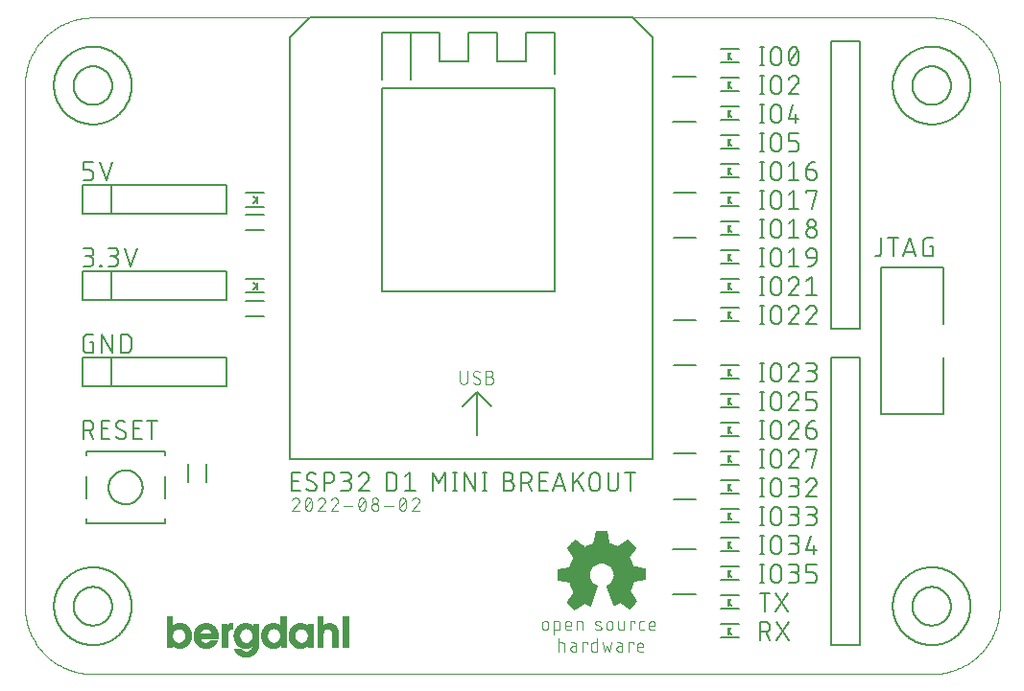
<source format=gto>
G75*
%MOIN*%
%OFA0B0*%
%FSLAX25Y25*%
%IPPOS*%
%LPD*%
%AMOC8*
5,1,8,0,0,1.08239X$1,22.5*
%
%ADD10C,0.00600*%
%ADD11C,0.00400*%
%ADD12C,0.00300*%
%ADD13C,0.00500*%
%ADD14C,0.00039*%
%ADD15C,0.00200*%
D10*
X0018229Y0024922D02*
X0018231Y0025086D01*
X0018237Y0025250D01*
X0018247Y0025414D01*
X0018261Y0025578D01*
X0018279Y0025741D01*
X0018301Y0025904D01*
X0018328Y0026066D01*
X0018358Y0026228D01*
X0018392Y0026388D01*
X0018430Y0026548D01*
X0018471Y0026707D01*
X0018517Y0026865D01*
X0018567Y0027021D01*
X0018620Y0027177D01*
X0018677Y0027331D01*
X0018738Y0027483D01*
X0018803Y0027634D01*
X0018872Y0027784D01*
X0018944Y0027931D01*
X0019019Y0028077D01*
X0019099Y0028221D01*
X0019181Y0028363D01*
X0019267Y0028503D01*
X0019357Y0028640D01*
X0019450Y0028776D01*
X0019546Y0028909D01*
X0019646Y0029040D01*
X0019748Y0029168D01*
X0019854Y0029294D01*
X0019963Y0029417D01*
X0020075Y0029537D01*
X0020189Y0029655D01*
X0020307Y0029769D01*
X0020427Y0029881D01*
X0020550Y0029990D01*
X0020676Y0030096D01*
X0020804Y0030198D01*
X0020935Y0030298D01*
X0021068Y0030394D01*
X0021204Y0030487D01*
X0021341Y0030577D01*
X0021481Y0030663D01*
X0021623Y0030745D01*
X0021767Y0030825D01*
X0021913Y0030900D01*
X0022060Y0030972D01*
X0022210Y0031041D01*
X0022361Y0031106D01*
X0022513Y0031167D01*
X0022667Y0031224D01*
X0022823Y0031277D01*
X0022979Y0031327D01*
X0023137Y0031373D01*
X0023296Y0031414D01*
X0023456Y0031452D01*
X0023616Y0031486D01*
X0023778Y0031516D01*
X0023940Y0031543D01*
X0024103Y0031565D01*
X0024266Y0031583D01*
X0024430Y0031597D01*
X0024594Y0031607D01*
X0024758Y0031613D01*
X0024922Y0031615D01*
X0025086Y0031613D01*
X0025250Y0031607D01*
X0025414Y0031597D01*
X0025578Y0031583D01*
X0025741Y0031565D01*
X0025904Y0031543D01*
X0026066Y0031516D01*
X0026228Y0031486D01*
X0026388Y0031452D01*
X0026548Y0031414D01*
X0026707Y0031373D01*
X0026865Y0031327D01*
X0027021Y0031277D01*
X0027177Y0031224D01*
X0027331Y0031167D01*
X0027483Y0031106D01*
X0027634Y0031041D01*
X0027784Y0030972D01*
X0027931Y0030900D01*
X0028077Y0030825D01*
X0028221Y0030745D01*
X0028363Y0030663D01*
X0028503Y0030577D01*
X0028640Y0030487D01*
X0028776Y0030394D01*
X0028909Y0030298D01*
X0029040Y0030198D01*
X0029168Y0030096D01*
X0029294Y0029990D01*
X0029417Y0029881D01*
X0029537Y0029769D01*
X0029655Y0029655D01*
X0029769Y0029537D01*
X0029881Y0029417D01*
X0029990Y0029294D01*
X0030096Y0029168D01*
X0030198Y0029040D01*
X0030298Y0028909D01*
X0030394Y0028776D01*
X0030487Y0028640D01*
X0030577Y0028503D01*
X0030663Y0028363D01*
X0030745Y0028221D01*
X0030825Y0028077D01*
X0030900Y0027931D01*
X0030972Y0027784D01*
X0031041Y0027634D01*
X0031106Y0027483D01*
X0031167Y0027331D01*
X0031224Y0027177D01*
X0031277Y0027021D01*
X0031327Y0026865D01*
X0031373Y0026707D01*
X0031414Y0026548D01*
X0031452Y0026388D01*
X0031486Y0026228D01*
X0031516Y0026066D01*
X0031543Y0025904D01*
X0031565Y0025741D01*
X0031583Y0025578D01*
X0031597Y0025414D01*
X0031607Y0025250D01*
X0031613Y0025086D01*
X0031615Y0024922D01*
X0031613Y0024758D01*
X0031607Y0024594D01*
X0031597Y0024430D01*
X0031583Y0024266D01*
X0031565Y0024103D01*
X0031543Y0023940D01*
X0031516Y0023778D01*
X0031486Y0023616D01*
X0031452Y0023456D01*
X0031414Y0023296D01*
X0031373Y0023137D01*
X0031327Y0022979D01*
X0031277Y0022823D01*
X0031224Y0022667D01*
X0031167Y0022513D01*
X0031106Y0022361D01*
X0031041Y0022210D01*
X0030972Y0022060D01*
X0030900Y0021913D01*
X0030825Y0021767D01*
X0030745Y0021623D01*
X0030663Y0021481D01*
X0030577Y0021341D01*
X0030487Y0021204D01*
X0030394Y0021068D01*
X0030298Y0020935D01*
X0030198Y0020804D01*
X0030096Y0020676D01*
X0029990Y0020550D01*
X0029881Y0020427D01*
X0029769Y0020307D01*
X0029655Y0020189D01*
X0029537Y0020075D01*
X0029417Y0019963D01*
X0029294Y0019854D01*
X0029168Y0019748D01*
X0029040Y0019646D01*
X0028909Y0019546D01*
X0028776Y0019450D01*
X0028640Y0019357D01*
X0028503Y0019267D01*
X0028363Y0019181D01*
X0028221Y0019099D01*
X0028077Y0019019D01*
X0027931Y0018944D01*
X0027784Y0018872D01*
X0027634Y0018803D01*
X0027483Y0018738D01*
X0027331Y0018677D01*
X0027177Y0018620D01*
X0027021Y0018567D01*
X0026865Y0018517D01*
X0026707Y0018471D01*
X0026548Y0018430D01*
X0026388Y0018392D01*
X0026228Y0018358D01*
X0026066Y0018328D01*
X0025904Y0018301D01*
X0025741Y0018279D01*
X0025578Y0018261D01*
X0025414Y0018247D01*
X0025250Y0018237D01*
X0025086Y0018231D01*
X0024922Y0018229D01*
X0024758Y0018231D01*
X0024594Y0018237D01*
X0024430Y0018247D01*
X0024266Y0018261D01*
X0024103Y0018279D01*
X0023940Y0018301D01*
X0023778Y0018328D01*
X0023616Y0018358D01*
X0023456Y0018392D01*
X0023296Y0018430D01*
X0023137Y0018471D01*
X0022979Y0018517D01*
X0022823Y0018567D01*
X0022667Y0018620D01*
X0022513Y0018677D01*
X0022361Y0018738D01*
X0022210Y0018803D01*
X0022060Y0018872D01*
X0021913Y0018944D01*
X0021767Y0019019D01*
X0021623Y0019099D01*
X0021481Y0019181D01*
X0021341Y0019267D01*
X0021204Y0019357D01*
X0021068Y0019450D01*
X0020935Y0019546D01*
X0020804Y0019646D01*
X0020676Y0019748D01*
X0020550Y0019854D01*
X0020427Y0019963D01*
X0020307Y0020075D01*
X0020189Y0020189D01*
X0020075Y0020307D01*
X0019963Y0020427D01*
X0019854Y0020550D01*
X0019748Y0020676D01*
X0019646Y0020804D01*
X0019546Y0020935D01*
X0019450Y0021068D01*
X0019357Y0021204D01*
X0019267Y0021341D01*
X0019181Y0021481D01*
X0019099Y0021623D01*
X0019019Y0021767D01*
X0018944Y0021913D01*
X0018872Y0022060D01*
X0018803Y0022210D01*
X0018738Y0022361D01*
X0018677Y0022513D01*
X0018620Y0022667D01*
X0018567Y0022823D01*
X0018517Y0022979D01*
X0018471Y0023137D01*
X0018430Y0023296D01*
X0018392Y0023456D01*
X0018358Y0023616D01*
X0018328Y0023778D01*
X0018301Y0023940D01*
X0018279Y0024103D01*
X0018261Y0024266D01*
X0018247Y0024430D01*
X0018237Y0024594D01*
X0018231Y0024758D01*
X0018229Y0024922D01*
X0011422Y0024922D02*
X0011426Y0025253D01*
X0011438Y0025584D01*
X0011459Y0025915D01*
X0011487Y0026245D01*
X0011524Y0026575D01*
X0011568Y0026903D01*
X0011621Y0027230D01*
X0011681Y0027556D01*
X0011750Y0027880D01*
X0011827Y0028202D01*
X0011911Y0028523D01*
X0012003Y0028841D01*
X0012103Y0029157D01*
X0012211Y0029470D01*
X0012327Y0029781D01*
X0012450Y0030088D01*
X0012580Y0030393D01*
X0012718Y0030694D01*
X0012863Y0030992D01*
X0013016Y0031286D01*
X0013176Y0031576D01*
X0013343Y0031862D01*
X0013516Y0032144D01*
X0013697Y0032422D01*
X0013885Y0032695D01*
X0014079Y0032964D01*
X0014279Y0033228D01*
X0014486Y0033486D01*
X0014700Y0033740D01*
X0014919Y0033988D01*
X0015145Y0034231D01*
X0015376Y0034468D01*
X0015613Y0034699D01*
X0015856Y0034925D01*
X0016104Y0035144D01*
X0016358Y0035358D01*
X0016616Y0035565D01*
X0016880Y0035765D01*
X0017149Y0035959D01*
X0017422Y0036147D01*
X0017700Y0036328D01*
X0017982Y0036501D01*
X0018268Y0036668D01*
X0018558Y0036828D01*
X0018852Y0036981D01*
X0019150Y0037126D01*
X0019451Y0037264D01*
X0019756Y0037394D01*
X0020063Y0037517D01*
X0020374Y0037633D01*
X0020687Y0037741D01*
X0021003Y0037841D01*
X0021321Y0037933D01*
X0021642Y0038017D01*
X0021964Y0038094D01*
X0022288Y0038163D01*
X0022614Y0038223D01*
X0022941Y0038276D01*
X0023269Y0038320D01*
X0023599Y0038357D01*
X0023929Y0038385D01*
X0024260Y0038406D01*
X0024591Y0038418D01*
X0024922Y0038422D01*
X0025253Y0038418D01*
X0025584Y0038406D01*
X0025915Y0038385D01*
X0026245Y0038357D01*
X0026575Y0038320D01*
X0026903Y0038276D01*
X0027230Y0038223D01*
X0027556Y0038163D01*
X0027880Y0038094D01*
X0028202Y0038017D01*
X0028523Y0037933D01*
X0028841Y0037841D01*
X0029157Y0037741D01*
X0029470Y0037633D01*
X0029781Y0037517D01*
X0030088Y0037394D01*
X0030393Y0037264D01*
X0030694Y0037126D01*
X0030992Y0036981D01*
X0031286Y0036828D01*
X0031576Y0036668D01*
X0031862Y0036501D01*
X0032144Y0036328D01*
X0032422Y0036147D01*
X0032695Y0035959D01*
X0032964Y0035765D01*
X0033228Y0035565D01*
X0033486Y0035358D01*
X0033740Y0035144D01*
X0033988Y0034925D01*
X0034231Y0034699D01*
X0034468Y0034468D01*
X0034699Y0034231D01*
X0034925Y0033988D01*
X0035144Y0033740D01*
X0035358Y0033486D01*
X0035565Y0033228D01*
X0035765Y0032964D01*
X0035959Y0032695D01*
X0036147Y0032422D01*
X0036328Y0032144D01*
X0036501Y0031862D01*
X0036668Y0031576D01*
X0036828Y0031286D01*
X0036981Y0030992D01*
X0037126Y0030694D01*
X0037264Y0030393D01*
X0037394Y0030088D01*
X0037517Y0029781D01*
X0037633Y0029470D01*
X0037741Y0029157D01*
X0037841Y0028841D01*
X0037933Y0028523D01*
X0038017Y0028202D01*
X0038094Y0027880D01*
X0038163Y0027556D01*
X0038223Y0027230D01*
X0038276Y0026903D01*
X0038320Y0026575D01*
X0038357Y0026245D01*
X0038385Y0025915D01*
X0038406Y0025584D01*
X0038418Y0025253D01*
X0038422Y0024922D01*
X0038418Y0024591D01*
X0038406Y0024260D01*
X0038385Y0023929D01*
X0038357Y0023599D01*
X0038320Y0023269D01*
X0038276Y0022941D01*
X0038223Y0022614D01*
X0038163Y0022288D01*
X0038094Y0021964D01*
X0038017Y0021642D01*
X0037933Y0021321D01*
X0037841Y0021003D01*
X0037741Y0020687D01*
X0037633Y0020374D01*
X0037517Y0020063D01*
X0037394Y0019756D01*
X0037264Y0019451D01*
X0037126Y0019150D01*
X0036981Y0018852D01*
X0036828Y0018558D01*
X0036668Y0018268D01*
X0036501Y0017982D01*
X0036328Y0017700D01*
X0036147Y0017422D01*
X0035959Y0017149D01*
X0035765Y0016880D01*
X0035565Y0016616D01*
X0035358Y0016358D01*
X0035144Y0016104D01*
X0034925Y0015856D01*
X0034699Y0015613D01*
X0034468Y0015376D01*
X0034231Y0015145D01*
X0033988Y0014919D01*
X0033740Y0014700D01*
X0033486Y0014486D01*
X0033228Y0014279D01*
X0032964Y0014079D01*
X0032695Y0013885D01*
X0032422Y0013697D01*
X0032144Y0013516D01*
X0031862Y0013343D01*
X0031576Y0013176D01*
X0031286Y0013016D01*
X0030992Y0012863D01*
X0030694Y0012718D01*
X0030393Y0012580D01*
X0030088Y0012450D01*
X0029781Y0012327D01*
X0029470Y0012211D01*
X0029157Y0012103D01*
X0028841Y0012003D01*
X0028523Y0011911D01*
X0028202Y0011827D01*
X0027880Y0011750D01*
X0027556Y0011681D01*
X0027230Y0011621D01*
X0026903Y0011568D01*
X0026575Y0011524D01*
X0026245Y0011487D01*
X0025915Y0011459D01*
X0025584Y0011438D01*
X0025253Y0011426D01*
X0024922Y0011422D01*
X0024591Y0011426D01*
X0024260Y0011438D01*
X0023929Y0011459D01*
X0023599Y0011487D01*
X0023269Y0011524D01*
X0022941Y0011568D01*
X0022614Y0011621D01*
X0022288Y0011681D01*
X0021964Y0011750D01*
X0021642Y0011827D01*
X0021321Y0011911D01*
X0021003Y0012003D01*
X0020687Y0012103D01*
X0020374Y0012211D01*
X0020063Y0012327D01*
X0019756Y0012450D01*
X0019451Y0012580D01*
X0019150Y0012718D01*
X0018852Y0012863D01*
X0018558Y0013016D01*
X0018268Y0013176D01*
X0017982Y0013343D01*
X0017700Y0013516D01*
X0017422Y0013697D01*
X0017149Y0013885D01*
X0016880Y0014079D01*
X0016616Y0014279D01*
X0016358Y0014486D01*
X0016104Y0014700D01*
X0015856Y0014919D01*
X0015613Y0015145D01*
X0015376Y0015376D01*
X0015145Y0015613D01*
X0014919Y0015856D01*
X0014700Y0016104D01*
X0014486Y0016358D01*
X0014279Y0016616D01*
X0014079Y0016880D01*
X0013885Y0017149D01*
X0013697Y0017422D01*
X0013516Y0017700D01*
X0013343Y0017982D01*
X0013176Y0018268D01*
X0013016Y0018558D01*
X0012863Y0018852D01*
X0012718Y0019150D01*
X0012580Y0019451D01*
X0012450Y0019756D01*
X0012327Y0020063D01*
X0012211Y0020374D01*
X0012103Y0020687D01*
X0012003Y0021003D01*
X0011911Y0021321D01*
X0011827Y0021642D01*
X0011750Y0021964D01*
X0011681Y0022288D01*
X0011621Y0022614D01*
X0011568Y0022941D01*
X0011524Y0023269D01*
X0011487Y0023599D01*
X0011459Y0023929D01*
X0011438Y0024260D01*
X0011426Y0024591D01*
X0011422Y0024922D01*
X0021600Y0083100D02*
X0021600Y0089500D01*
X0023378Y0089500D01*
X0023461Y0089498D01*
X0023544Y0089492D01*
X0023627Y0089482D01*
X0023710Y0089469D01*
X0023791Y0089451D01*
X0023872Y0089430D01*
X0023951Y0089405D01*
X0024029Y0089376D01*
X0024106Y0089344D01*
X0024181Y0089308D01*
X0024255Y0089269D01*
X0024326Y0089226D01*
X0024396Y0089180D01*
X0024463Y0089130D01*
X0024528Y0089078D01*
X0024590Y0089023D01*
X0024650Y0088964D01*
X0024707Y0088903D01*
X0024761Y0088840D01*
X0024812Y0088774D01*
X0024859Y0088705D01*
X0024904Y0088635D01*
X0024945Y0088562D01*
X0024982Y0088488D01*
X0025017Y0088412D01*
X0025047Y0088334D01*
X0025074Y0088256D01*
X0025097Y0088175D01*
X0025117Y0088094D01*
X0025132Y0088012D01*
X0025144Y0087930D01*
X0025152Y0087847D01*
X0025156Y0087764D01*
X0025156Y0087680D01*
X0025152Y0087597D01*
X0025144Y0087514D01*
X0025132Y0087432D01*
X0025117Y0087350D01*
X0025097Y0087269D01*
X0025074Y0087188D01*
X0025047Y0087110D01*
X0025017Y0087032D01*
X0024982Y0086956D01*
X0024945Y0086882D01*
X0024904Y0086809D01*
X0024859Y0086739D01*
X0024812Y0086670D01*
X0024761Y0086604D01*
X0024707Y0086541D01*
X0024650Y0086480D01*
X0024590Y0086421D01*
X0024528Y0086366D01*
X0024463Y0086314D01*
X0024396Y0086264D01*
X0024326Y0086218D01*
X0024255Y0086175D01*
X0024181Y0086136D01*
X0024106Y0086100D01*
X0024029Y0086068D01*
X0023951Y0086039D01*
X0023872Y0086014D01*
X0023791Y0085993D01*
X0023710Y0085975D01*
X0023627Y0085962D01*
X0023544Y0085952D01*
X0023461Y0085946D01*
X0023378Y0085944D01*
X0021600Y0085944D01*
X0023733Y0085944D02*
X0025156Y0083100D01*
X0027935Y0083100D02*
X0027935Y0089500D01*
X0030779Y0089500D01*
X0030068Y0086656D02*
X0027935Y0086656D01*
X0033735Y0086833D02*
X0035691Y0085767D01*
X0034980Y0083100D02*
X0034872Y0083102D01*
X0034765Y0083108D01*
X0034657Y0083117D01*
X0034550Y0083131D01*
X0034444Y0083148D01*
X0034338Y0083169D01*
X0034233Y0083194D01*
X0034129Y0083223D01*
X0034026Y0083255D01*
X0033925Y0083291D01*
X0033825Y0083331D01*
X0033726Y0083374D01*
X0033629Y0083421D01*
X0033533Y0083471D01*
X0033440Y0083525D01*
X0033348Y0083582D01*
X0033259Y0083642D01*
X0033172Y0083705D01*
X0033087Y0083772D01*
X0033004Y0083841D01*
X0032924Y0083914D01*
X0032847Y0083989D01*
X0035690Y0085766D02*
X0035754Y0085726D01*
X0035815Y0085683D01*
X0035874Y0085637D01*
X0035931Y0085588D01*
X0035985Y0085536D01*
X0036036Y0085482D01*
X0036084Y0085424D01*
X0036130Y0085365D01*
X0036172Y0085303D01*
X0036211Y0085238D01*
X0036246Y0085172D01*
X0036278Y0085105D01*
X0036307Y0085035D01*
X0036332Y0084965D01*
X0036353Y0084893D01*
X0036370Y0084820D01*
X0036384Y0084746D01*
X0036393Y0084672D01*
X0036399Y0084597D01*
X0036401Y0084522D01*
X0036402Y0084522D02*
X0036400Y0084448D01*
X0036394Y0084373D01*
X0036384Y0084300D01*
X0036371Y0084226D01*
X0036354Y0084154D01*
X0036332Y0084083D01*
X0036308Y0084012D01*
X0036279Y0083944D01*
X0036247Y0083876D01*
X0036211Y0083811D01*
X0036173Y0083748D01*
X0036130Y0083686D01*
X0036085Y0083627D01*
X0036037Y0083570D01*
X0035986Y0083516D01*
X0035932Y0083465D01*
X0035875Y0083417D01*
X0035816Y0083372D01*
X0035754Y0083329D01*
X0035691Y0083291D01*
X0035626Y0083255D01*
X0035558Y0083223D01*
X0035490Y0083194D01*
X0035419Y0083170D01*
X0035348Y0083148D01*
X0035276Y0083131D01*
X0035202Y0083118D01*
X0035129Y0083108D01*
X0035054Y0083102D01*
X0034980Y0083100D01*
X0039012Y0083100D02*
X0039012Y0089500D01*
X0041857Y0089500D01*
X0043718Y0089500D02*
X0047274Y0089500D01*
X0045496Y0089500D02*
X0045496Y0083100D01*
X0041857Y0083100D02*
X0039012Y0083100D01*
X0039012Y0086656D02*
X0041145Y0086656D01*
X0036046Y0088967D02*
X0035964Y0089026D01*
X0035880Y0089082D01*
X0035794Y0089134D01*
X0035706Y0089184D01*
X0035616Y0089230D01*
X0035525Y0089272D01*
X0035432Y0089311D01*
X0035337Y0089347D01*
X0035241Y0089379D01*
X0035144Y0089407D01*
X0035047Y0089432D01*
X0034948Y0089452D01*
X0034848Y0089469D01*
X0034748Y0089483D01*
X0034648Y0089492D01*
X0034547Y0089498D01*
X0034446Y0089500D01*
X0034372Y0089498D01*
X0034297Y0089492D01*
X0034224Y0089482D01*
X0034150Y0089469D01*
X0034078Y0089452D01*
X0034007Y0089430D01*
X0033936Y0089406D01*
X0033868Y0089377D01*
X0033800Y0089345D01*
X0033735Y0089309D01*
X0033672Y0089271D01*
X0033610Y0089228D01*
X0033551Y0089183D01*
X0033495Y0089135D01*
X0033440Y0089084D01*
X0033389Y0089030D01*
X0033341Y0088973D01*
X0033296Y0088914D01*
X0033253Y0088852D01*
X0033215Y0088789D01*
X0033179Y0088724D01*
X0033147Y0088656D01*
X0033118Y0088588D01*
X0033094Y0088517D01*
X0033072Y0088446D01*
X0033055Y0088374D01*
X0033042Y0088300D01*
X0033032Y0088227D01*
X0033026Y0088152D01*
X0033024Y0088078D01*
X0033025Y0088078D02*
X0033027Y0088003D01*
X0033033Y0087928D01*
X0033042Y0087854D01*
X0033056Y0087780D01*
X0033073Y0087707D01*
X0033094Y0087635D01*
X0033119Y0087565D01*
X0033148Y0087495D01*
X0033180Y0087428D01*
X0033215Y0087362D01*
X0033254Y0087297D01*
X0033296Y0087235D01*
X0033342Y0087176D01*
X0033390Y0087118D01*
X0033441Y0087064D01*
X0033495Y0087012D01*
X0033552Y0086963D01*
X0033611Y0086917D01*
X0033672Y0086874D01*
X0033736Y0086834D01*
X0030779Y0083100D02*
X0027935Y0083100D01*
X0028164Y0113100D02*
X0028164Y0119500D01*
X0031720Y0113100D01*
X0031720Y0119500D01*
X0034729Y0119500D02*
X0036506Y0119500D01*
X0034729Y0119500D02*
X0034729Y0113100D01*
X0036506Y0113100D01*
X0036588Y0113102D01*
X0036670Y0113108D01*
X0036752Y0113117D01*
X0036833Y0113130D01*
X0036913Y0113147D01*
X0036993Y0113168D01*
X0037071Y0113192D01*
X0037148Y0113220D01*
X0037224Y0113251D01*
X0037299Y0113286D01*
X0037371Y0113325D01*
X0037442Y0113366D01*
X0037511Y0113411D01*
X0037577Y0113459D01*
X0037642Y0113510D01*
X0037704Y0113564D01*
X0037763Y0113621D01*
X0037820Y0113680D01*
X0037874Y0113742D01*
X0037925Y0113807D01*
X0037973Y0113873D01*
X0038018Y0113942D01*
X0038059Y0114013D01*
X0038098Y0114085D01*
X0038133Y0114160D01*
X0038164Y0114236D01*
X0038192Y0114313D01*
X0038216Y0114391D01*
X0038237Y0114471D01*
X0038254Y0114551D01*
X0038267Y0114632D01*
X0038276Y0114714D01*
X0038282Y0114796D01*
X0038284Y0114878D01*
X0038284Y0117722D01*
X0038282Y0117804D01*
X0038276Y0117886D01*
X0038267Y0117968D01*
X0038254Y0118049D01*
X0038237Y0118129D01*
X0038216Y0118209D01*
X0038192Y0118287D01*
X0038164Y0118364D01*
X0038133Y0118440D01*
X0038098Y0118515D01*
X0038059Y0118587D01*
X0038018Y0118658D01*
X0037973Y0118727D01*
X0037925Y0118793D01*
X0037874Y0118858D01*
X0037820Y0118920D01*
X0037763Y0118979D01*
X0037704Y0119036D01*
X0037642Y0119090D01*
X0037577Y0119141D01*
X0037511Y0119189D01*
X0037442Y0119234D01*
X0037371Y0119275D01*
X0037299Y0119314D01*
X0037224Y0119349D01*
X0037148Y0119380D01*
X0037071Y0119408D01*
X0036993Y0119432D01*
X0036913Y0119453D01*
X0036833Y0119470D01*
X0036752Y0119483D01*
X0036670Y0119492D01*
X0036588Y0119498D01*
X0036506Y0119500D01*
X0025156Y0119500D02*
X0023022Y0119500D01*
X0022948Y0119498D01*
X0022873Y0119492D01*
X0022800Y0119482D01*
X0022726Y0119469D01*
X0022654Y0119452D01*
X0022583Y0119430D01*
X0022512Y0119406D01*
X0022444Y0119377D01*
X0022376Y0119345D01*
X0022311Y0119309D01*
X0022248Y0119271D01*
X0022186Y0119228D01*
X0022127Y0119183D01*
X0022070Y0119135D01*
X0022016Y0119084D01*
X0021965Y0119029D01*
X0021917Y0118973D01*
X0021872Y0118914D01*
X0021829Y0118852D01*
X0021791Y0118789D01*
X0021755Y0118724D01*
X0021723Y0118656D01*
X0021694Y0118588D01*
X0021670Y0118517D01*
X0021648Y0118446D01*
X0021631Y0118374D01*
X0021618Y0118300D01*
X0021608Y0118227D01*
X0021602Y0118152D01*
X0021600Y0118078D01*
X0021600Y0114522D01*
X0021602Y0114448D01*
X0021608Y0114373D01*
X0021618Y0114300D01*
X0021631Y0114226D01*
X0021648Y0114154D01*
X0021670Y0114083D01*
X0021694Y0114012D01*
X0021723Y0113944D01*
X0021755Y0113876D01*
X0021791Y0113811D01*
X0021829Y0113748D01*
X0021872Y0113686D01*
X0021917Y0113627D01*
X0021965Y0113570D01*
X0022016Y0113516D01*
X0022070Y0113465D01*
X0022127Y0113417D01*
X0022186Y0113372D01*
X0022248Y0113329D01*
X0022311Y0113291D01*
X0022376Y0113255D01*
X0022444Y0113223D01*
X0022512Y0113194D01*
X0022583Y0113170D01*
X0022654Y0113148D01*
X0022726Y0113131D01*
X0022800Y0113118D01*
X0022873Y0113108D01*
X0022948Y0113102D01*
X0023022Y0113100D01*
X0025156Y0113100D01*
X0025156Y0116656D01*
X0024089Y0116656D01*
X0023378Y0143100D02*
X0021600Y0143100D01*
X0023378Y0143100D02*
X0023461Y0143102D01*
X0023544Y0143108D01*
X0023627Y0143118D01*
X0023710Y0143131D01*
X0023791Y0143149D01*
X0023872Y0143170D01*
X0023951Y0143195D01*
X0024029Y0143224D01*
X0024106Y0143256D01*
X0024181Y0143292D01*
X0024255Y0143331D01*
X0024326Y0143374D01*
X0024396Y0143420D01*
X0024463Y0143470D01*
X0024528Y0143522D01*
X0024590Y0143577D01*
X0024650Y0143636D01*
X0024707Y0143697D01*
X0024761Y0143760D01*
X0024812Y0143826D01*
X0024859Y0143895D01*
X0024904Y0143965D01*
X0024945Y0144038D01*
X0024982Y0144112D01*
X0025017Y0144188D01*
X0025047Y0144266D01*
X0025074Y0144344D01*
X0025097Y0144425D01*
X0025117Y0144506D01*
X0025132Y0144588D01*
X0025144Y0144670D01*
X0025152Y0144753D01*
X0025156Y0144836D01*
X0025156Y0144920D01*
X0025152Y0145003D01*
X0025144Y0145086D01*
X0025132Y0145168D01*
X0025117Y0145250D01*
X0025097Y0145331D01*
X0025074Y0145412D01*
X0025047Y0145490D01*
X0025017Y0145568D01*
X0024982Y0145644D01*
X0024945Y0145718D01*
X0024904Y0145791D01*
X0024859Y0145861D01*
X0024812Y0145930D01*
X0024761Y0145996D01*
X0024707Y0146059D01*
X0024650Y0146120D01*
X0024590Y0146179D01*
X0024528Y0146234D01*
X0024463Y0146286D01*
X0024396Y0146336D01*
X0024326Y0146382D01*
X0024255Y0146425D01*
X0024181Y0146464D01*
X0024106Y0146500D01*
X0024029Y0146532D01*
X0023951Y0146561D01*
X0023872Y0146586D01*
X0023791Y0146607D01*
X0023710Y0146625D01*
X0023627Y0146638D01*
X0023544Y0146648D01*
X0023461Y0146654D01*
X0023378Y0146656D01*
X0023733Y0146656D02*
X0022311Y0146656D01*
X0023733Y0146656D02*
X0023807Y0146658D01*
X0023882Y0146664D01*
X0023955Y0146674D01*
X0024029Y0146687D01*
X0024101Y0146704D01*
X0024172Y0146726D01*
X0024243Y0146750D01*
X0024311Y0146779D01*
X0024379Y0146811D01*
X0024444Y0146847D01*
X0024507Y0146885D01*
X0024569Y0146928D01*
X0024628Y0146973D01*
X0024685Y0147021D01*
X0024739Y0147072D01*
X0024790Y0147126D01*
X0024838Y0147183D01*
X0024883Y0147242D01*
X0024926Y0147304D01*
X0024964Y0147367D01*
X0025000Y0147432D01*
X0025032Y0147500D01*
X0025061Y0147568D01*
X0025085Y0147639D01*
X0025107Y0147710D01*
X0025124Y0147782D01*
X0025137Y0147856D01*
X0025147Y0147929D01*
X0025153Y0148004D01*
X0025155Y0148078D01*
X0025153Y0148152D01*
X0025147Y0148227D01*
X0025137Y0148300D01*
X0025124Y0148374D01*
X0025107Y0148446D01*
X0025085Y0148517D01*
X0025061Y0148588D01*
X0025032Y0148656D01*
X0025000Y0148724D01*
X0024964Y0148789D01*
X0024926Y0148852D01*
X0024883Y0148914D01*
X0024838Y0148973D01*
X0024790Y0149030D01*
X0024739Y0149084D01*
X0024685Y0149135D01*
X0024628Y0149183D01*
X0024569Y0149228D01*
X0024507Y0149271D01*
X0024444Y0149309D01*
X0024379Y0149345D01*
X0024311Y0149377D01*
X0024243Y0149406D01*
X0024172Y0149430D01*
X0024101Y0149452D01*
X0024029Y0149469D01*
X0023955Y0149482D01*
X0023882Y0149492D01*
X0023807Y0149498D01*
X0023733Y0149500D01*
X0021600Y0149500D01*
X0027508Y0143456D02*
X0027863Y0143456D01*
X0027863Y0143100D01*
X0027508Y0143100D01*
X0027508Y0143456D01*
X0030216Y0143100D02*
X0031993Y0143100D01*
X0032076Y0143102D01*
X0032159Y0143108D01*
X0032242Y0143118D01*
X0032325Y0143131D01*
X0032406Y0143149D01*
X0032487Y0143170D01*
X0032566Y0143195D01*
X0032644Y0143224D01*
X0032721Y0143256D01*
X0032796Y0143292D01*
X0032870Y0143331D01*
X0032941Y0143374D01*
X0033011Y0143420D01*
X0033078Y0143470D01*
X0033143Y0143522D01*
X0033205Y0143577D01*
X0033265Y0143636D01*
X0033322Y0143697D01*
X0033376Y0143760D01*
X0033427Y0143826D01*
X0033474Y0143895D01*
X0033519Y0143965D01*
X0033560Y0144038D01*
X0033597Y0144112D01*
X0033632Y0144188D01*
X0033662Y0144266D01*
X0033689Y0144344D01*
X0033712Y0144425D01*
X0033732Y0144506D01*
X0033747Y0144588D01*
X0033759Y0144670D01*
X0033767Y0144753D01*
X0033771Y0144836D01*
X0033771Y0144920D01*
X0033767Y0145003D01*
X0033759Y0145086D01*
X0033747Y0145168D01*
X0033732Y0145250D01*
X0033712Y0145331D01*
X0033689Y0145412D01*
X0033662Y0145490D01*
X0033632Y0145568D01*
X0033597Y0145644D01*
X0033560Y0145718D01*
X0033519Y0145791D01*
X0033474Y0145861D01*
X0033427Y0145930D01*
X0033376Y0145996D01*
X0033322Y0146059D01*
X0033265Y0146120D01*
X0033205Y0146179D01*
X0033143Y0146234D01*
X0033078Y0146286D01*
X0033011Y0146336D01*
X0032941Y0146382D01*
X0032870Y0146425D01*
X0032796Y0146464D01*
X0032721Y0146500D01*
X0032644Y0146532D01*
X0032566Y0146561D01*
X0032487Y0146586D01*
X0032406Y0146607D01*
X0032325Y0146625D01*
X0032242Y0146638D01*
X0032159Y0146648D01*
X0032076Y0146654D01*
X0031993Y0146656D01*
X0032349Y0146656D02*
X0030927Y0146656D01*
X0032349Y0146656D02*
X0032423Y0146658D01*
X0032498Y0146664D01*
X0032571Y0146674D01*
X0032645Y0146687D01*
X0032717Y0146704D01*
X0032788Y0146726D01*
X0032859Y0146750D01*
X0032927Y0146779D01*
X0032995Y0146811D01*
X0033060Y0146847D01*
X0033123Y0146885D01*
X0033185Y0146928D01*
X0033244Y0146973D01*
X0033301Y0147021D01*
X0033355Y0147072D01*
X0033406Y0147126D01*
X0033454Y0147183D01*
X0033499Y0147242D01*
X0033542Y0147304D01*
X0033580Y0147367D01*
X0033616Y0147432D01*
X0033648Y0147500D01*
X0033677Y0147568D01*
X0033701Y0147639D01*
X0033723Y0147710D01*
X0033740Y0147782D01*
X0033753Y0147856D01*
X0033763Y0147929D01*
X0033769Y0148004D01*
X0033771Y0148078D01*
X0033769Y0148152D01*
X0033763Y0148227D01*
X0033753Y0148300D01*
X0033740Y0148374D01*
X0033723Y0148446D01*
X0033701Y0148517D01*
X0033677Y0148588D01*
X0033648Y0148656D01*
X0033616Y0148724D01*
X0033580Y0148789D01*
X0033542Y0148852D01*
X0033499Y0148914D01*
X0033454Y0148973D01*
X0033406Y0149030D01*
X0033355Y0149084D01*
X0033301Y0149135D01*
X0033244Y0149183D01*
X0033185Y0149228D01*
X0033123Y0149271D01*
X0033060Y0149309D01*
X0032995Y0149345D01*
X0032927Y0149377D01*
X0032859Y0149406D01*
X0032788Y0149430D01*
X0032717Y0149452D01*
X0032645Y0149469D01*
X0032571Y0149482D01*
X0032498Y0149492D01*
X0032423Y0149498D01*
X0032349Y0149500D01*
X0030216Y0149500D01*
X0036014Y0149500D02*
X0038147Y0143100D01*
X0040281Y0149500D01*
X0029532Y0173100D02*
X0031665Y0179500D01*
X0027398Y0179500D02*
X0029532Y0173100D01*
X0025156Y0174522D02*
X0025156Y0175233D01*
X0025155Y0175233D02*
X0025153Y0175307D01*
X0025147Y0175382D01*
X0025137Y0175455D01*
X0025124Y0175529D01*
X0025107Y0175601D01*
X0025085Y0175672D01*
X0025061Y0175743D01*
X0025032Y0175811D01*
X0025000Y0175879D01*
X0024964Y0175944D01*
X0024926Y0176007D01*
X0024883Y0176069D01*
X0024838Y0176128D01*
X0024790Y0176185D01*
X0024739Y0176239D01*
X0024685Y0176290D01*
X0024628Y0176338D01*
X0024569Y0176383D01*
X0024507Y0176426D01*
X0024444Y0176464D01*
X0024379Y0176500D01*
X0024311Y0176532D01*
X0024243Y0176561D01*
X0024172Y0176585D01*
X0024101Y0176607D01*
X0024029Y0176624D01*
X0023955Y0176637D01*
X0023882Y0176647D01*
X0023807Y0176653D01*
X0023733Y0176655D01*
X0023733Y0176656D02*
X0021600Y0176656D01*
X0021600Y0179500D01*
X0025156Y0179500D01*
X0025155Y0174522D02*
X0025153Y0174448D01*
X0025147Y0174373D01*
X0025137Y0174300D01*
X0025124Y0174226D01*
X0025107Y0174154D01*
X0025085Y0174083D01*
X0025061Y0174012D01*
X0025032Y0173944D01*
X0025000Y0173876D01*
X0024964Y0173811D01*
X0024926Y0173748D01*
X0024883Y0173686D01*
X0024838Y0173627D01*
X0024790Y0173570D01*
X0024739Y0173516D01*
X0024685Y0173465D01*
X0024628Y0173417D01*
X0024569Y0173372D01*
X0024507Y0173329D01*
X0024444Y0173291D01*
X0024379Y0173255D01*
X0024311Y0173223D01*
X0024243Y0173194D01*
X0024172Y0173170D01*
X0024101Y0173148D01*
X0024029Y0173131D01*
X0023955Y0173118D01*
X0023882Y0173108D01*
X0023807Y0173102D01*
X0023733Y0173100D01*
X0021600Y0173100D01*
X0018229Y0206024D02*
X0018231Y0206188D01*
X0018237Y0206352D01*
X0018247Y0206516D01*
X0018261Y0206680D01*
X0018279Y0206843D01*
X0018301Y0207006D01*
X0018328Y0207168D01*
X0018358Y0207330D01*
X0018392Y0207490D01*
X0018430Y0207650D01*
X0018471Y0207809D01*
X0018517Y0207967D01*
X0018567Y0208123D01*
X0018620Y0208279D01*
X0018677Y0208433D01*
X0018738Y0208585D01*
X0018803Y0208736D01*
X0018872Y0208886D01*
X0018944Y0209033D01*
X0019019Y0209179D01*
X0019099Y0209323D01*
X0019181Y0209465D01*
X0019267Y0209605D01*
X0019357Y0209742D01*
X0019450Y0209878D01*
X0019546Y0210011D01*
X0019646Y0210142D01*
X0019748Y0210270D01*
X0019854Y0210396D01*
X0019963Y0210519D01*
X0020075Y0210639D01*
X0020189Y0210757D01*
X0020307Y0210871D01*
X0020427Y0210983D01*
X0020550Y0211092D01*
X0020676Y0211198D01*
X0020804Y0211300D01*
X0020935Y0211400D01*
X0021068Y0211496D01*
X0021204Y0211589D01*
X0021341Y0211679D01*
X0021481Y0211765D01*
X0021623Y0211847D01*
X0021767Y0211927D01*
X0021913Y0212002D01*
X0022060Y0212074D01*
X0022210Y0212143D01*
X0022361Y0212208D01*
X0022513Y0212269D01*
X0022667Y0212326D01*
X0022823Y0212379D01*
X0022979Y0212429D01*
X0023137Y0212475D01*
X0023296Y0212516D01*
X0023456Y0212554D01*
X0023616Y0212588D01*
X0023778Y0212618D01*
X0023940Y0212645D01*
X0024103Y0212667D01*
X0024266Y0212685D01*
X0024430Y0212699D01*
X0024594Y0212709D01*
X0024758Y0212715D01*
X0024922Y0212717D01*
X0025086Y0212715D01*
X0025250Y0212709D01*
X0025414Y0212699D01*
X0025578Y0212685D01*
X0025741Y0212667D01*
X0025904Y0212645D01*
X0026066Y0212618D01*
X0026228Y0212588D01*
X0026388Y0212554D01*
X0026548Y0212516D01*
X0026707Y0212475D01*
X0026865Y0212429D01*
X0027021Y0212379D01*
X0027177Y0212326D01*
X0027331Y0212269D01*
X0027483Y0212208D01*
X0027634Y0212143D01*
X0027784Y0212074D01*
X0027931Y0212002D01*
X0028077Y0211927D01*
X0028221Y0211847D01*
X0028363Y0211765D01*
X0028503Y0211679D01*
X0028640Y0211589D01*
X0028776Y0211496D01*
X0028909Y0211400D01*
X0029040Y0211300D01*
X0029168Y0211198D01*
X0029294Y0211092D01*
X0029417Y0210983D01*
X0029537Y0210871D01*
X0029655Y0210757D01*
X0029769Y0210639D01*
X0029881Y0210519D01*
X0029990Y0210396D01*
X0030096Y0210270D01*
X0030198Y0210142D01*
X0030298Y0210011D01*
X0030394Y0209878D01*
X0030487Y0209742D01*
X0030577Y0209605D01*
X0030663Y0209465D01*
X0030745Y0209323D01*
X0030825Y0209179D01*
X0030900Y0209033D01*
X0030972Y0208886D01*
X0031041Y0208736D01*
X0031106Y0208585D01*
X0031167Y0208433D01*
X0031224Y0208279D01*
X0031277Y0208123D01*
X0031327Y0207967D01*
X0031373Y0207809D01*
X0031414Y0207650D01*
X0031452Y0207490D01*
X0031486Y0207330D01*
X0031516Y0207168D01*
X0031543Y0207006D01*
X0031565Y0206843D01*
X0031583Y0206680D01*
X0031597Y0206516D01*
X0031607Y0206352D01*
X0031613Y0206188D01*
X0031615Y0206024D01*
X0031613Y0205860D01*
X0031607Y0205696D01*
X0031597Y0205532D01*
X0031583Y0205368D01*
X0031565Y0205205D01*
X0031543Y0205042D01*
X0031516Y0204880D01*
X0031486Y0204718D01*
X0031452Y0204558D01*
X0031414Y0204398D01*
X0031373Y0204239D01*
X0031327Y0204081D01*
X0031277Y0203925D01*
X0031224Y0203769D01*
X0031167Y0203615D01*
X0031106Y0203463D01*
X0031041Y0203312D01*
X0030972Y0203162D01*
X0030900Y0203015D01*
X0030825Y0202869D01*
X0030745Y0202725D01*
X0030663Y0202583D01*
X0030577Y0202443D01*
X0030487Y0202306D01*
X0030394Y0202170D01*
X0030298Y0202037D01*
X0030198Y0201906D01*
X0030096Y0201778D01*
X0029990Y0201652D01*
X0029881Y0201529D01*
X0029769Y0201409D01*
X0029655Y0201291D01*
X0029537Y0201177D01*
X0029417Y0201065D01*
X0029294Y0200956D01*
X0029168Y0200850D01*
X0029040Y0200748D01*
X0028909Y0200648D01*
X0028776Y0200552D01*
X0028640Y0200459D01*
X0028503Y0200369D01*
X0028363Y0200283D01*
X0028221Y0200201D01*
X0028077Y0200121D01*
X0027931Y0200046D01*
X0027784Y0199974D01*
X0027634Y0199905D01*
X0027483Y0199840D01*
X0027331Y0199779D01*
X0027177Y0199722D01*
X0027021Y0199669D01*
X0026865Y0199619D01*
X0026707Y0199573D01*
X0026548Y0199532D01*
X0026388Y0199494D01*
X0026228Y0199460D01*
X0026066Y0199430D01*
X0025904Y0199403D01*
X0025741Y0199381D01*
X0025578Y0199363D01*
X0025414Y0199349D01*
X0025250Y0199339D01*
X0025086Y0199333D01*
X0024922Y0199331D01*
X0024758Y0199333D01*
X0024594Y0199339D01*
X0024430Y0199349D01*
X0024266Y0199363D01*
X0024103Y0199381D01*
X0023940Y0199403D01*
X0023778Y0199430D01*
X0023616Y0199460D01*
X0023456Y0199494D01*
X0023296Y0199532D01*
X0023137Y0199573D01*
X0022979Y0199619D01*
X0022823Y0199669D01*
X0022667Y0199722D01*
X0022513Y0199779D01*
X0022361Y0199840D01*
X0022210Y0199905D01*
X0022060Y0199974D01*
X0021913Y0200046D01*
X0021767Y0200121D01*
X0021623Y0200201D01*
X0021481Y0200283D01*
X0021341Y0200369D01*
X0021204Y0200459D01*
X0021068Y0200552D01*
X0020935Y0200648D01*
X0020804Y0200748D01*
X0020676Y0200850D01*
X0020550Y0200956D01*
X0020427Y0201065D01*
X0020307Y0201177D01*
X0020189Y0201291D01*
X0020075Y0201409D01*
X0019963Y0201529D01*
X0019854Y0201652D01*
X0019748Y0201778D01*
X0019646Y0201906D01*
X0019546Y0202037D01*
X0019450Y0202170D01*
X0019357Y0202306D01*
X0019267Y0202443D01*
X0019181Y0202583D01*
X0019099Y0202725D01*
X0019019Y0202869D01*
X0018944Y0203015D01*
X0018872Y0203162D01*
X0018803Y0203312D01*
X0018738Y0203463D01*
X0018677Y0203615D01*
X0018620Y0203769D01*
X0018567Y0203925D01*
X0018517Y0204081D01*
X0018471Y0204239D01*
X0018430Y0204398D01*
X0018392Y0204558D01*
X0018358Y0204718D01*
X0018328Y0204880D01*
X0018301Y0205042D01*
X0018279Y0205205D01*
X0018261Y0205368D01*
X0018247Y0205532D01*
X0018237Y0205696D01*
X0018231Y0205860D01*
X0018229Y0206024D01*
X0011422Y0206024D02*
X0011426Y0206355D01*
X0011438Y0206686D01*
X0011459Y0207017D01*
X0011487Y0207347D01*
X0011524Y0207677D01*
X0011568Y0208005D01*
X0011621Y0208332D01*
X0011681Y0208658D01*
X0011750Y0208982D01*
X0011827Y0209304D01*
X0011911Y0209625D01*
X0012003Y0209943D01*
X0012103Y0210259D01*
X0012211Y0210572D01*
X0012327Y0210883D01*
X0012450Y0211190D01*
X0012580Y0211495D01*
X0012718Y0211796D01*
X0012863Y0212094D01*
X0013016Y0212388D01*
X0013176Y0212678D01*
X0013343Y0212964D01*
X0013516Y0213246D01*
X0013697Y0213524D01*
X0013885Y0213797D01*
X0014079Y0214066D01*
X0014279Y0214330D01*
X0014486Y0214588D01*
X0014700Y0214842D01*
X0014919Y0215090D01*
X0015145Y0215333D01*
X0015376Y0215570D01*
X0015613Y0215801D01*
X0015856Y0216027D01*
X0016104Y0216246D01*
X0016358Y0216460D01*
X0016616Y0216667D01*
X0016880Y0216867D01*
X0017149Y0217061D01*
X0017422Y0217249D01*
X0017700Y0217430D01*
X0017982Y0217603D01*
X0018268Y0217770D01*
X0018558Y0217930D01*
X0018852Y0218083D01*
X0019150Y0218228D01*
X0019451Y0218366D01*
X0019756Y0218496D01*
X0020063Y0218619D01*
X0020374Y0218735D01*
X0020687Y0218843D01*
X0021003Y0218943D01*
X0021321Y0219035D01*
X0021642Y0219119D01*
X0021964Y0219196D01*
X0022288Y0219265D01*
X0022614Y0219325D01*
X0022941Y0219378D01*
X0023269Y0219422D01*
X0023599Y0219459D01*
X0023929Y0219487D01*
X0024260Y0219508D01*
X0024591Y0219520D01*
X0024922Y0219524D01*
X0025253Y0219520D01*
X0025584Y0219508D01*
X0025915Y0219487D01*
X0026245Y0219459D01*
X0026575Y0219422D01*
X0026903Y0219378D01*
X0027230Y0219325D01*
X0027556Y0219265D01*
X0027880Y0219196D01*
X0028202Y0219119D01*
X0028523Y0219035D01*
X0028841Y0218943D01*
X0029157Y0218843D01*
X0029470Y0218735D01*
X0029781Y0218619D01*
X0030088Y0218496D01*
X0030393Y0218366D01*
X0030694Y0218228D01*
X0030992Y0218083D01*
X0031286Y0217930D01*
X0031576Y0217770D01*
X0031862Y0217603D01*
X0032144Y0217430D01*
X0032422Y0217249D01*
X0032695Y0217061D01*
X0032964Y0216867D01*
X0033228Y0216667D01*
X0033486Y0216460D01*
X0033740Y0216246D01*
X0033988Y0216027D01*
X0034231Y0215801D01*
X0034468Y0215570D01*
X0034699Y0215333D01*
X0034925Y0215090D01*
X0035144Y0214842D01*
X0035358Y0214588D01*
X0035565Y0214330D01*
X0035765Y0214066D01*
X0035959Y0213797D01*
X0036147Y0213524D01*
X0036328Y0213246D01*
X0036501Y0212964D01*
X0036668Y0212678D01*
X0036828Y0212388D01*
X0036981Y0212094D01*
X0037126Y0211796D01*
X0037264Y0211495D01*
X0037394Y0211190D01*
X0037517Y0210883D01*
X0037633Y0210572D01*
X0037741Y0210259D01*
X0037841Y0209943D01*
X0037933Y0209625D01*
X0038017Y0209304D01*
X0038094Y0208982D01*
X0038163Y0208658D01*
X0038223Y0208332D01*
X0038276Y0208005D01*
X0038320Y0207677D01*
X0038357Y0207347D01*
X0038385Y0207017D01*
X0038406Y0206686D01*
X0038418Y0206355D01*
X0038422Y0206024D01*
X0038418Y0205693D01*
X0038406Y0205362D01*
X0038385Y0205031D01*
X0038357Y0204701D01*
X0038320Y0204371D01*
X0038276Y0204043D01*
X0038223Y0203716D01*
X0038163Y0203390D01*
X0038094Y0203066D01*
X0038017Y0202744D01*
X0037933Y0202423D01*
X0037841Y0202105D01*
X0037741Y0201789D01*
X0037633Y0201476D01*
X0037517Y0201165D01*
X0037394Y0200858D01*
X0037264Y0200553D01*
X0037126Y0200252D01*
X0036981Y0199954D01*
X0036828Y0199660D01*
X0036668Y0199370D01*
X0036501Y0199084D01*
X0036328Y0198802D01*
X0036147Y0198524D01*
X0035959Y0198251D01*
X0035765Y0197982D01*
X0035565Y0197718D01*
X0035358Y0197460D01*
X0035144Y0197206D01*
X0034925Y0196958D01*
X0034699Y0196715D01*
X0034468Y0196478D01*
X0034231Y0196247D01*
X0033988Y0196021D01*
X0033740Y0195802D01*
X0033486Y0195588D01*
X0033228Y0195381D01*
X0032964Y0195181D01*
X0032695Y0194987D01*
X0032422Y0194799D01*
X0032144Y0194618D01*
X0031862Y0194445D01*
X0031576Y0194278D01*
X0031286Y0194118D01*
X0030992Y0193965D01*
X0030694Y0193820D01*
X0030393Y0193682D01*
X0030088Y0193552D01*
X0029781Y0193429D01*
X0029470Y0193313D01*
X0029157Y0193205D01*
X0028841Y0193105D01*
X0028523Y0193013D01*
X0028202Y0192929D01*
X0027880Y0192852D01*
X0027556Y0192783D01*
X0027230Y0192723D01*
X0026903Y0192670D01*
X0026575Y0192626D01*
X0026245Y0192589D01*
X0025915Y0192561D01*
X0025584Y0192540D01*
X0025253Y0192528D01*
X0024922Y0192524D01*
X0024591Y0192528D01*
X0024260Y0192540D01*
X0023929Y0192561D01*
X0023599Y0192589D01*
X0023269Y0192626D01*
X0022941Y0192670D01*
X0022614Y0192723D01*
X0022288Y0192783D01*
X0021964Y0192852D01*
X0021642Y0192929D01*
X0021321Y0193013D01*
X0021003Y0193105D01*
X0020687Y0193205D01*
X0020374Y0193313D01*
X0020063Y0193429D01*
X0019756Y0193552D01*
X0019451Y0193682D01*
X0019150Y0193820D01*
X0018852Y0193965D01*
X0018558Y0194118D01*
X0018268Y0194278D01*
X0017982Y0194445D01*
X0017700Y0194618D01*
X0017422Y0194799D01*
X0017149Y0194987D01*
X0016880Y0195181D01*
X0016616Y0195381D01*
X0016358Y0195588D01*
X0016104Y0195802D01*
X0015856Y0196021D01*
X0015613Y0196247D01*
X0015376Y0196478D01*
X0015145Y0196715D01*
X0014919Y0196958D01*
X0014700Y0197206D01*
X0014486Y0197460D01*
X0014279Y0197718D01*
X0014079Y0197982D01*
X0013885Y0198251D01*
X0013697Y0198524D01*
X0013516Y0198802D01*
X0013343Y0199084D01*
X0013176Y0199370D01*
X0013016Y0199660D01*
X0012863Y0199954D01*
X0012718Y0200252D01*
X0012580Y0200553D01*
X0012450Y0200858D01*
X0012327Y0201165D01*
X0012211Y0201476D01*
X0012103Y0201789D01*
X0012003Y0202105D01*
X0011911Y0202423D01*
X0011827Y0202744D01*
X0011750Y0203066D01*
X0011681Y0203390D01*
X0011621Y0203716D01*
X0011568Y0204043D01*
X0011524Y0204371D01*
X0011487Y0204701D01*
X0011459Y0205031D01*
X0011438Y0205362D01*
X0011426Y0205693D01*
X0011422Y0206024D01*
X0094120Y0071429D02*
X0096964Y0071429D01*
X0094120Y0071429D02*
X0094120Y0065029D01*
X0096964Y0065029D01*
X0096253Y0068585D02*
X0094120Y0068585D01*
X0099920Y0068762D02*
X0101876Y0067696D01*
X0101165Y0065030D02*
X0101057Y0065032D01*
X0100950Y0065038D01*
X0100842Y0065047D01*
X0100735Y0065061D01*
X0100629Y0065078D01*
X0100523Y0065099D01*
X0100418Y0065124D01*
X0100314Y0065153D01*
X0100211Y0065185D01*
X0100110Y0065221D01*
X0100010Y0065261D01*
X0099911Y0065304D01*
X0099814Y0065351D01*
X0099718Y0065401D01*
X0099625Y0065455D01*
X0099533Y0065512D01*
X0099444Y0065572D01*
X0099357Y0065635D01*
X0099272Y0065702D01*
X0099189Y0065771D01*
X0099109Y0065844D01*
X0099032Y0065919D01*
X0101875Y0067695D02*
X0101939Y0067655D01*
X0102000Y0067612D01*
X0102059Y0067566D01*
X0102116Y0067517D01*
X0102170Y0067465D01*
X0102221Y0067411D01*
X0102269Y0067353D01*
X0102315Y0067294D01*
X0102357Y0067232D01*
X0102396Y0067167D01*
X0102431Y0067101D01*
X0102463Y0067034D01*
X0102492Y0066964D01*
X0102517Y0066894D01*
X0102538Y0066822D01*
X0102555Y0066749D01*
X0102569Y0066675D01*
X0102578Y0066601D01*
X0102584Y0066526D01*
X0102586Y0066451D01*
X0102587Y0066451D02*
X0102585Y0066377D01*
X0102579Y0066302D01*
X0102569Y0066229D01*
X0102556Y0066155D01*
X0102539Y0066083D01*
X0102517Y0066012D01*
X0102493Y0065941D01*
X0102464Y0065873D01*
X0102432Y0065805D01*
X0102396Y0065740D01*
X0102358Y0065677D01*
X0102315Y0065615D01*
X0102270Y0065556D01*
X0102222Y0065499D01*
X0102171Y0065445D01*
X0102117Y0065394D01*
X0102060Y0065346D01*
X0102001Y0065301D01*
X0101939Y0065258D01*
X0101876Y0065220D01*
X0101811Y0065184D01*
X0101743Y0065152D01*
X0101675Y0065123D01*
X0101604Y0065099D01*
X0101533Y0065077D01*
X0101461Y0065060D01*
X0101387Y0065047D01*
X0101314Y0065037D01*
X0101239Y0065031D01*
X0101165Y0065029D01*
X0102231Y0070896D02*
X0102149Y0070955D01*
X0102065Y0071011D01*
X0101979Y0071063D01*
X0101891Y0071113D01*
X0101801Y0071159D01*
X0101710Y0071201D01*
X0101617Y0071240D01*
X0101522Y0071276D01*
X0101426Y0071308D01*
X0101329Y0071336D01*
X0101232Y0071361D01*
X0101133Y0071381D01*
X0101033Y0071398D01*
X0100933Y0071412D01*
X0100833Y0071421D01*
X0100732Y0071427D01*
X0100631Y0071429D01*
X0100557Y0071427D01*
X0100482Y0071421D01*
X0100409Y0071411D01*
X0100335Y0071398D01*
X0100263Y0071381D01*
X0100192Y0071359D01*
X0100121Y0071335D01*
X0100053Y0071306D01*
X0099985Y0071274D01*
X0099920Y0071238D01*
X0099857Y0071200D01*
X0099795Y0071157D01*
X0099736Y0071112D01*
X0099680Y0071064D01*
X0099625Y0071013D01*
X0099574Y0070959D01*
X0099526Y0070902D01*
X0099481Y0070843D01*
X0099438Y0070781D01*
X0099400Y0070718D01*
X0099364Y0070653D01*
X0099332Y0070585D01*
X0099303Y0070517D01*
X0099279Y0070446D01*
X0099257Y0070375D01*
X0099240Y0070303D01*
X0099227Y0070229D01*
X0099217Y0070156D01*
X0099211Y0070081D01*
X0099209Y0070007D01*
X0099211Y0069932D01*
X0099217Y0069857D01*
X0099226Y0069783D01*
X0099240Y0069709D01*
X0099257Y0069636D01*
X0099278Y0069564D01*
X0099303Y0069494D01*
X0099332Y0069424D01*
X0099364Y0069357D01*
X0099399Y0069291D01*
X0099438Y0069226D01*
X0099480Y0069164D01*
X0099526Y0069105D01*
X0099574Y0069047D01*
X0099625Y0068993D01*
X0099679Y0068941D01*
X0099736Y0068892D01*
X0099795Y0068846D01*
X0099856Y0068803D01*
X0099920Y0068763D01*
X0105268Y0067874D02*
X0107046Y0067874D01*
X0107046Y0067873D02*
X0107129Y0067875D01*
X0107212Y0067881D01*
X0107295Y0067891D01*
X0107378Y0067904D01*
X0107459Y0067922D01*
X0107540Y0067943D01*
X0107619Y0067968D01*
X0107697Y0067997D01*
X0107774Y0068029D01*
X0107849Y0068065D01*
X0107923Y0068104D01*
X0107994Y0068147D01*
X0108064Y0068193D01*
X0108131Y0068243D01*
X0108196Y0068295D01*
X0108258Y0068350D01*
X0108318Y0068409D01*
X0108375Y0068470D01*
X0108429Y0068533D01*
X0108480Y0068599D01*
X0108527Y0068668D01*
X0108572Y0068738D01*
X0108613Y0068811D01*
X0108650Y0068885D01*
X0108685Y0068961D01*
X0108715Y0069039D01*
X0108742Y0069117D01*
X0108765Y0069198D01*
X0108785Y0069279D01*
X0108800Y0069361D01*
X0108812Y0069443D01*
X0108820Y0069526D01*
X0108824Y0069609D01*
X0108824Y0069693D01*
X0108820Y0069776D01*
X0108812Y0069859D01*
X0108800Y0069941D01*
X0108785Y0070023D01*
X0108765Y0070104D01*
X0108742Y0070185D01*
X0108715Y0070263D01*
X0108685Y0070341D01*
X0108650Y0070417D01*
X0108613Y0070491D01*
X0108572Y0070564D01*
X0108527Y0070634D01*
X0108480Y0070703D01*
X0108429Y0070769D01*
X0108375Y0070832D01*
X0108318Y0070893D01*
X0108258Y0070952D01*
X0108196Y0071007D01*
X0108131Y0071059D01*
X0108064Y0071109D01*
X0107994Y0071155D01*
X0107923Y0071198D01*
X0107849Y0071237D01*
X0107774Y0071273D01*
X0107697Y0071305D01*
X0107619Y0071334D01*
X0107540Y0071359D01*
X0107459Y0071380D01*
X0107378Y0071398D01*
X0107295Y0071411D01*
X0107212Y0071421D01*
X0107129Y0071427D01*
X0107046Y0071429D01*
X0105268Y0071429D01*
X0105268Y0065029D01*
X0111134Y0065029D02*
X0112912Y0065029D01*
X0112995Y0065031D01*
X0113078Y0065037D01*
X0113161Y0065047D01*
X0113244Y0065060D01*
X0113325Y0065078D01*
X0113406Y0065099D01*
X0113485Y0065124D01*
X0113563Y0065153D01*
X0113640Y0065185D01*
X0113715Y0065221D01*
X0113789Y0065260D01*
X0113860Y0065303D01*
X0113930Y0065349D01*
X0113997Y0065399D01*
X0114062Y0065451D01*
X0114124Y0065506D01*
X0114184Y0065565D01*
X0114241Y0065626D01*
X0114295Y0065689D01*
X0114346Y0065755D01*
X0114393Y0065824D01*
X0114438Y0065894D01*
X0114479Y0065967D01*
X0114516Y0066041D01*
X0114551Y0066117D01*
X0114581Y0066195D01*
X0114608Y0066273D01*
X0114631Y0066354D01*
X0114651Y0066435D01*
X0114666Y0066517D01*
X0114678Y0066599D01*
X0114686Y0066682D01*
X0114690Y0066765D01*
X0114690Y0066849D01*
X0114686Y0066932D01*
X0114678Y0067015D01*
X0114666Y0067097D01*
X0114651Y0067179D01*
X0114631Y0067260D01*
X0114608Y0067341D01*
X0114581Y0067419D01*
X0114551Y0067497D01*
X0114516Y0067573D01*
X0114479Y0067647D01*
X0114438Y0067720D01*
X0114393Y0067790D01*
X0114346Y0067859D01*
X0114295Y0067925D01*
X0114241Y0067988D01*
X0114184Y0068049D01*
X0114124Y0068108D01*
X0114062Y0068163D01*
X0113997Y0068215D01*
X0113930Y0068265D01*
X0113860Y0068311D01*
X0113789Y0068354D01*
X0113715Y0068393D01*
X0113640Y0068429D01*
X0113563Y0068461D01*
X0113485Y0068490D01*
X0113406Y0068515D01*
X0113325Y0068536D01*
X0113244Y0068554D01*
X0113161Y0068567D01*
X0113078Y0068577D01*
X0112995Y0068583D01*
X0112912Y0068585D01*
X0113267Y0068585D02*
X0111845Y0068585D01*
X0113267Y0068585D02*
X0113341Y0068587D01*
X0113416Y0068593D01*
X0113489Y0068603D01*
X0113563Y0068616D01*
X0113635Y0068633D01*
X0113706Y0068655D01*
X0113777Y0068679D01*
X0113845Y0068708D01*
X0113913Y0068740D01*
X0113978Y0068776D01*
X0114041Y0068814D01*
X0114103Y0068857D01*
X0114162Y0068902D01*
X0114219Y0068950D01*
X0114273Y0069001D01*
X0114324Y0069055D01*
X0114372Y0069112D01*
X0114417Y0069171D01*
X0114460Y0069233D01*
X0114498Y0069296D01*
X0114534Y0069361D01*
X0114566Y0069429D01*
X0114595Y0069497D01*
X0114619Y0069568D01*
X0114641Y0069639D01*
X0114658Y0069711D01*
X0114671Y0069785D01*
X0114681Y0069858D01*
X0114687Y0069933D01*
X0114689Y0070007D01*
X0114687Y0070081D01*
X0114681Y0070156D01*
X0114671Y0070229D01*
X0114658Y0070303D01*
X0114641Y0070375D01*
X0114619Y0070446D01*
X0114595Y0070517D01*
X0114566Y0070585D01*
X0114534Y0070653D01*
X0114498Y0070718D01*
X0114460Y0070781D01*
X0114417Y0070843D01*
X0114372Y0070902D01*
X0114324Y0070959D01*
X0114273Y0071013D01*
X0114219Y0071064D01*
X0114162Y0071112D01*
X0114103Y0071157D01*
X0114041Y0071200D01*
X0113978Y0071238D01*
X0113913Y0071274D01*
X0113845Y0071306D01*
X0113777Y0071335D01*
X0113706Y0071359D01*
X0113635Y0071381D01*
X0113563Y0071398D01*
X0113489Y0071411D01*
X0113416Y0071421D01*
X0113341Y0071427D01*
X0113267Y0071429D01*
X0111134Y0071429D01*
X0120311Y0068584D02*
X0120368Y0068642D01*
X0120424Y0068703D01*
X0120476Y0068766D01*
X0120525Y0068831D01*
X0120571Y0068899D01*
X0120613Y0068969D01*
X0120653Y0069041D01*
X0120688Y0069114D01*
X0120721Y0069190D01*
X0120749Y0069266D01*
X0120774Y0069344D01*
X0120795Y0069423D01*
X0120813Y0069503D01*
X0120826Y0069584D01*
X0120836Y0069665D01*
X0120842Y0069747D01*
X0120844Y0069829D01*
X0120310Y0068585D02*
X0117288Y0065029D01*
X0120844Y0065029D01*
X0117288Y0070007D02*
X0117317Y0070092D01*
X0117350Y0070175D01*
X0117387Y0070256D01*
X0117427Y0070336D01*
X0117470Y0070413D01*
X0117517Y0070489D01*
X0117567Y0070563D01*
X0117620Y0070635D01*
X0117676Y0070704D01*
X0117735Y0070771D01*
X0117797Y0070835D01*
X0117862Y0070896D01*
X0117929Y0070955D01*
X0117999Y0071010D01*
X0118071Y0071063D01*
X0118145Y0071112D01*
X0118222Y0071158D01*
X0118300Y0071200D01*
X0118380Y0071240D01*
X0118462Y0071275D01*
X0118545Y0071308D01*
X0118629Y0071336D01*
X0118715Y0071361D01*
X0118802Y0071382D01*
X0118889Y0071399D01*
X0118977Y0071413D01*
X0119066Y0071422D01*
X0119155Y0071428D01*
X0119244Y0071430D01*
X0119244Y0071429D02*
X0119323Y0071427D01*
X0119401Y0071421D01*
X0119479Y0071412D01*
X0119556Y0071398D01*
X0119633Y0071381D01*
X0119708Y0071360D01*
X0119783Y0071335D01*
X0119856Y0071307D01*
X0119928Y0071275D01*
X0119998Y0071240D01*
X0120067Y0071201D01*
X0120133Y0071159D01*
X0120197Y0071114D01*
X0120259Y0071066D01*
X0120318Y0071015D01*
X0120375Y0070960D01*
X0120430Y0070903D01*
X0120481Y0070844D01*
X0120529Y0070782D01*
X0120574Y0070718D01*
X0120616Y0070652D01*
X0120655Y0070583D01*
X0120690Y0070513D01*
X0120722Y0070441D01*
X0120750Y0070368D01*
X0120775Y0070293D01*
X0120796Y0070218D01*
X0120813Y0070141D01*
X0120827Y0070064D01*
X0120836Y0069986D01*
X0120842Y0069908D01*
X0120844Y0069829D01*
X0126929Y0071429D02*
X0126929Y0065029D01*
X0128707Y0065029D01*
X0128789Y0065031D01*
X0128871Y0065037D01*
X0128953Y0065046D01*
X0129034Y0065059D01*
X0129114Y0065076D01*
X0129194Y0065097D01*
X0129272Y0065121D01*
X0129349Y0065149D01*
X0129425Y0065180D01*
X0129500Y0065215D01*
X0129572Y0065254D01*
X0129643Y0065295D01*
X0129712Y0065340D01*
X0129778Y0065388D01*
X0129843Y0065439D01*
X0129905Y0065493D01*
X0129964Y0065550D01*
X0130021Y0065609D01*
X0130075Y0065671D01*
X0130126Y0065736D01*
X0130174Y0065802D01*
X0130219Y0065871D01*
X0130260Y0065942D01*
X0130299Y0066014D01*
X0130334Y0066089D01*
X0130365Y0066165D01*
X0130393Y0066242D01*
X0130417Y0066320D01*
X0130438Y0066400D01*
X0130455Y0066480D01*
X0130468Y0066561D01*
X0130477Y0066643D01*
X0130483Y0066725D01*
X0130485Y0066807D01*
X0130485Y0069651D01*
X0130483Y0069733D01*
X0130477Y0069815D01*
X0130468Y0069897D01*
X0130455Y0069978D01*
X0130438Y0070058D01*
X0130417Y0070138D01*
X0130393Y0070216D01*
X0130365Y0070293D01*
X0130334Y0070369D01*
X0130299Y0070444D01*
X0130260Y0070516D01*
X0130219Y0070587D01*
X0130174Y0070656D01*
X0130126Y0070722D01*
X0130075Y0070787D01*
X0130021Y0070849D01*
X0129964Y0070908D01*
X0129905Y0070965D01*
X0129843Y0071019D01*
X0129778Y0071070D01*
X0129712Y0071118D01*
X0129643Y0071163D01*
X0129572Y0071204D01*
X0129500Y0071243D01*
X0129425Y0071278D01*
X0129349Y0071309D01*
X0129272Y0071337D01*
X0129194Y0071361D01*
X0129114Y0071382D01*
X0129034Y0071399D01*
X0128953Y0071412D01*
X0128871Y0071421D01*
X0128789Y0071427D01*
X0128707Y0071429D01*
X0126929Y0071429D01*
X0133289Y0070007D02*
X0135066Y0071429D01*
X0135066Y0065029D01*
X0133289Y0065029D02*
X0136844Y0065029D01*
X0142985Y0065029D02*
X0142985Y0071429D01*
X0145118Y0067874D01*
X0147251Y0071429D01*
X0147251Y0065029D01*
X0149945Y0065029D02*
X0151368Y0065029D01*
X0150657Y0065029D02*
X0150657Y0071429D01*
X0151368Y0071429D02*
X0149945Y0071429D01*
X0154007Y0071429D02*
X0154007Y0065029D01*
X0157563Y0065029D02*
X0157563Y0071429D01*
X0160202Y0071429D02*
X0161624Y0071429D01*
X0160913Y0071429D02*
X0160913Y0065029D01*
X0160202Y0065029D02*
X0161624Y0065029D01*
X0157563Y0065029D02*
X0154007Y0071429D01*
X0167629Y0071429D02*
X0167629Y0065029D01*
X0169407Y0065029D01*
X0169490Y0065031D01*
X0169573Y0065037D01*
X0169656Y0065047D01*
X0169739Y0065060D01*
X0169820Y0065078D01*
X0169901Y0065099D01*
X0169980Y0065124D01*
X0170058Y0065153D01*
X0170135Y0065185D01*
X0170210Y0065221D01*
X0170284Y0065260D01*
X0170355Y0065303D01*
X0170425Y0065349D01*
X0170492Y0065399D01*
X0170557Y0065451D01*
X0170619Y0065506D01*
X0170679Y0065565D01*
X0170736Y0065626D01*
X0170790Y0065689D01*
X0170841Y0065755D01*
X0170888Y0065824D01*
X0170933Y0065894D01*
X0170974Y0065967D01*
X0171011Y0066041D01*
X0171046Y0066117D01*
X0171076Y0066195D01*
X0171103Y0066273D01*
X0171126Y0066354D01*
X0171146Y0066435D01*
X0171161Y0066517D01*
X0171173Y0066599D01*
X0171181Y0066682D01*
X0171185Y0066765D01*
X0171185Y0066849D01*
X0171181Y0066932D01*
X0171173Y0067015D01*
X0171161Y0067097D01*
X0171146Y0067179D01*
X0171126Y0067260D01*
X0171103Y0067341D01*
X0171076Y0067419D01*
X0171046Y0067497D01*
X0171011Y0067573D01*
X0170974Y0067647D01*
X0170933Y0067720D01*
X0170888Y0067790D01*
X0170841Y0067859D01*
X0170790Y0067925D01*
X0170736Y0067988D01*
X0170679Y0068049D01*
X0170619Y0068108D01*
X0170557Y0068163D01*
X0170492Y0068215D01*
X0170425Y0068265D01*
X0170355Y0068311D01*
X0170284Y0068354D01*
X0170210Y0068393D01*
X0170135Y0068429D01*
X0170058Y0068461D01*
X0169980Y0068490D01*
X0169901Y0068515D01*
X0169820Y0068536D01*
X0169739Y0068554D01*
X0169656Y0068567D01*
X0169573Y0068577D01*
X0169490Y0068583D01*
X0169407Y0068585D01*
X0167629Y0068585D01*
X0169407Y0068585D02*
X0169481Y0068587D01*
X0169556Y0068593D01*
X0169629Y0068603D01*
X0169703Y0068616D01*
X0169775Y0068633D01*
X0169846Y0068655D01*
X0169917Y0068679D01*
X0169985Y0068708D01*
X0170053Y0068740D01*
X0170118Y0068776D01*
X0170181Y0068814D01*
X0170243Y0068857D01*
X0170302Y0068902D01*
X0170359Y0068950D01*
X0170413Y0069001D01*
X0170464Y0069055D01*
X0170512Y0069112D01*
X0170557Y0069171D01*
X0170600Y0069233D01*
X0170638Y0069296D01*
X0170674Y0069361D01*
X0170706Y0069429D01*
X0170735Y0069497D01*
X0170759Y0069568D01*
X0170781Y0069639D01*
X0170798Y0069711D01*
X0170811Y0069785D01*
X0170821Y0069858D01*
X0170827Y0069933D01*
X0170829Y0070007D01*
X0170827Y0070081D01*
X0170821Y0070156D01*
X0170811Y0070229D01*
X0170798Y0070303D01*
X0170781Y0070375D01*
X0170759Y0070446D01*
X0170735Y0070517D01*
X0170706Y0070585D01*
X0170674Y0070653D01*
X0170638Y0070718D01*
X0170600Y0070781D01*
X0170557Y0070843D01*
X0170512Y0070902D01*
X0170464Y0070959D01*
X0170413Y0071013D01*
X0170359Y0071064D01*
X0170302Y0071112D01*
X0170243Y0071157D01*
X0170181Y0071200D01*
X0170118Y0071238D01*
X0170053Y0071274D01*
X0169985Y0071306D01*
X0169917Y0071335D01*
X0169846Y0071359D01*
X0169775Y0071381D01*
X0169703Y0071398D01*
X0169629Y0071411D01*
X0169556Y0071421D01*
X0169481Y0071427D01*
X0169407Y0071429D01*
X0167629Y0071429D01*
X0173736Y0071429D02*
X0175514Y0071429D01*
X0175597Y0071427D01*
X0175680Y0071421D01*
X0175763Y0071411D01*
X0175846Y0071398D01*
X0175927Y0071380D01*
X0176008Y0071359D01*
X0176087Y0071334D01*
X0176165Y0071305D01*
X0176242Y0071273D01*
X0176317Y0071237D01*
X0176391Y0071198D01*
X0176462Y0071155D01*
X0176532Y0071109D01*
X0176599Y0071059D01*
X0176664Y0071007D01*
X0176726Y0070952D01*
X0176786Y0070893D01*
X0176843Y0070832D01*
X0176897Y0070769D01*
X0176948Y0070703D01*
X0176995Y0070634D01*
X0177040Y0070564D01*
X0177081Y0070491D01*
X0177118Y0070417D01*
X0177153Y0070341D01*
X0177183Y0070263D01*
X0177210Y0070185D01*
X0177233Y0070104D01*
X0177253Y0070023D01*
X0177268Y0069941D01*
X0177280Y0069859D01*
X0177288Y0069776D01*
X0177292Y0069693D01*
X0177292Y0069609D01*
X0177288Y0069526D01*
X0177280Y0069443D01*
X0177268Y0069361D01*
X0177253Y0069279D01*
X0177233Y0069198D01*
X0177210Y0069117D01*
X0177183Y0069039D01*
X0177153Y0068961D01*
X0177118Y0068885D01*
X0177081Y0068811D01*
X0177040Y0068738D01*
X0176995Y0068668D01*
X0176948Y0068599D01*
X0176897Y0068533D01*
X0176843Y0068470D01*
X0176786Y0068409D01*
X0176726Y0068350D01*
X0176664Y0068295D01*
X0176599Y0068243D01*
X0176532Y0068193D01*
X0176462Y0068147D01*
X0176391Y0068104D01*
X0176317Y0068065D01*
X0176242Y0068029D01*
X0176165Y0067997D01*
X0176087Y0067968D01*
X0176008Y0067943D01*
X0175927Y0067922D01*
X0175846Y0067904D01*
X0175763Y0067891D01*
X0175680Y0067881D01*
X0175597Y0067875D01*
X0175514Y0067873D01*
X0175514Y0067874D02*
X0173736Y0067874D01*
X0175869Y0067874D02*
X0177292Y0065029D01*
X0180071Y0065029D02*
X0180071Y0071429D01*
X0182915Y0071429D01*
X0182204Y0068585D02*
X0180071Y0068585D01*
X0180071Y0065029D02*
X0182915Y0065029D01*
X0184832Y0065029D02*
X0186965Y0071429D01*
X0189099Y0065029D01*
X0188565Y0066629D02*
X0185365Y0066629D01*
X0191630Y0067518D02*
X0195185Y0071429D01*
X0197496Y0069651D02*
X0197496Y0066807D01*
X0197495Y0066807D02*
X0197497Y0066724D01*
X0197503Y0066641D01*
X0197513Y0066558D01*
X0197526Y0066475D01*
X0197544Y0066394D01*
X0197565Y0066313D01*
X0197590Y0066234D01*
X0197619Y0066156D01*
X0197651Y0066079D01*
X0197687Y0066004D01*
X0197726Y0065930D01*
X0197769Y0065859D01*
X0197815Y0065789D01*
X0197865Y0065722D01*
X0197917Y0065657D01*
X0197972Y0065595D01*
X0198031Y0065535D01*
X0198092Y0065478D01*
X0198155Y0065424D01*
X0198221Y0065373D01*
X0198290Y0065326D01*
X0198360Y0065281D01*
X0198433Y0065240D01*
X0198507Y0065203D01*
X0198583Y0065168D01*
X0198661Y0065138D01*
X0198739Y0065111D01*
X0198820Y0065088D01*
X0198901Y0065068D01*
X0198983Y0065053D01*
X0199065Y0065041D01*
X0199148Y0065033D01*
X0199231Y0065029D01*
X0199315Y0065029D01*
X0199398Y0065033D01*
X0199481Y0065041D01*
X0199563Y0065053D01*
X0199645Y0065068D01*
X0199726Y0065088D01*
X0199807Y0065111D01*
X0199885Y0065138D01*
X0199963Y0065168D01*
X0200039Y0065203D01*
X0200113Y0065240D01*
X0200186Y0065281D01*
X0200256Y0065326D01*
X0200325Y0065373D01*
X0200391Y0065424D01*
X0200454Y0065478D01*
X0200515Y0065535D01*
X0200574Y0065595D01*
X0200629Y0065657D01*
X0200681Y0065722D01*
X0200731Y0065789D01*
X0200777Y0065859D01*
X0200820Y0065930D01*
X0200859Y0066004D01*
X0200895Y0066079D01*
X0200927Y0066156D01*
X0200956Y0066234D01*
X0200981Y0066313D01*
X0201002Y0066394D01*
X0201020Y0066475D01*
X0201033Y0066558D01*
X0201043Y0066641D01*
X0201049Y0066724D01*
X0201051Y0066807D01*
X0201051Y0069651D01*
X0201049Y0069734D01*
X0201043Y0069817D01*
X0201033Y0069900D01*
X0201020Y0069983D01*
X0201002Y0070064D01*
X0200981Y0070145D01*
X0200956Y0070224D01*
X0200927Y0070302D01*
X0200895Y0070379D01*
X0200859Y0070454D01*
X0200820Y0070528D01*
X0200777Y0070599D01*
X0200731Y0070669D01*
X0200681Y0070736D01*
X0200629Y0070801D01*
X0200574Y0070863D01*
X0200515Y0070923D01*
X0200454Y0070980D01*
X0200391Y0071034D01*
X0200325Y0071085D01*
X0200256Y0071132D01*
X0200186Y0071177D01*
X0200113Y0071218D01*
X0200039Y0071255D01*
X0199963Y0071290D01*
X0199885Y0071320D01*
X0199807Y0071347D01*
X0199726Y0071370D01*
X0199645Y0071390D01*
X0199563Y0071405D01*
X0199481Y0071417D01*
X0199398Y0071425D01*
X0199315Y0071429D01*
X0199231Y0071429D01*
X0199148Y0071425D01*
X0199065Y0071417D01*
X0198983Y0071405D01*
X0198901Y0071390D01*
X0198820Y0071370D01*
X0198739Y0071347D01*
X0198661Y0071320D01*
X0198583Y0071290D01*
X0198507Y0071255D01*
X0198433Y0071218D01*
X0198360Y0071177D01*
X0198290Y0071132D01*
X0198221Y0071085D01*
X0198155Y0071034D01*
X0198092Y0070980D01*
X0198031Y0070923D01*
X0197972Y0070863D01*
X0197917Y0070801D01*
X0197865Y0070736D01*
X0197815Y0070669D01*
X0197769Y0070599D01*
X0197726Y0070528D01*
X0197687Y0070454D01*
X0197651Y0070379D01*
X0197619Y0070302D01*
X0197590Y0070224D01*
X0197565Y0070145D01*
X0197544Y0070064D01*
X0197526Y0069983D01*
X0197513Y0069900D01*
X0197503Y0069817D01*
X0197497Y0069734D01*
X0197495Y0069651D01*
X0193052Y0068940D02*
X0195185Y0065029D01*
X0191630Y0065029D02*
X0191630Y0071429D01*
X0203855Y0071429D02*
X0203855Y0066807D01*
X0203857Y0066724D01*
X0203863Y0066641D01*
X0203873Y0066558D01*
X0203886Y0066475D01*
X0203904Y0066394D01*
X0203925Y0066313D01*
X0203950Y0066234D01*
X0203979Y0066156D01*
X0204011Y0066079D01*
X0204047Y0066004D01*
X0204086Y0065930D01*
X0204129Y0065859D01*
X0204175Y0065789D01*
X0204225Y0065722D01*
X0204277Y0065657D01*
X0204332Y0065595D01*
X0204391Y0065535D01*
X0204452Y0065478D01*
X0204515Y0065424D01*
X0204581Y0065373D01*
X0204650Y0065326D01*
X0204720Y0065281D01*
X0204793Y0065240D01*
X0204867Y0065203D01*
X0204943Y0065168D01*
X0205021Y0065138D01*
X0205099Y0065111D01*
X0205180Y0065088D01*
X0205261Y0065068D01*
X0205343Y0065053D01*
X0205425Y0065041D01*
X0205508Y0065033D01*
X0205591Y0065029D01*
X0205675Y0065029D01*
X0205758Y0065033D01*
X0205841Y0065041D01*
X0205923Y0065053D01*
X0206005Y0065068D01*
X0206086Y0065088D01*
X0206167Y0065111D01*
X0206245Y0065138D01*
X0206323Y0065168D01*
X0206399Y0065203D01*
X0206473Y0065240D01*
X0206546Y0065281D01*
X0206616Y0065326D01*
X0206685Y0065373D01*
X0206751Y0065424D01*
X0206814Y0065478D01*
X0206875Y0065535D01*
X0206934Y0065595D01*
X0206989Y0065657D01*
X0207041Y0065722D01*
X0207091Y0065789D01*
X0207137Y0065859D01*
X0207180Y0065930D01*
X0207219Y0066004D01*
X0207255Y0066079D01*
X0207287Y0066156D01*
X0207316Y0066234D01*
X0207341Y0066313D01*
X0207362Y0066394D01*
X0207380Y0066475D01*
X0207393Y0066558D01*
X0207403Y0066641D01*
X0207409Y0066724D01*
X0207411Y0066807D01*
X0207410Y0066807D02*
X0207410Y0071429D01*
X0209804Y0071429D02*
X0213359Y0071429D01*
X0211581Y0071429D02*
X0211581Y0065029D01*
X0173736Y0065029D02*
X0173736Y0071429D01*
X0256600Y0073100D02*
X0258022Y0073100D01*
X0257311Y0073100D02*
X0257311Y0079500D01*
X0256600Y0079500D02*
X0258022Y0079500D01*
X0260457Y0077722D02*
X0260457Y0074878D01*
X0260456Y0074878D02*
X0260458Y0074795D01*
X0260464Y0074712D01*
X0260474Y0074629D01*
X0260487Y0074546D01*
X0260505Y0074465D01*
X0260526Y0074384D01*
X0260551Y0074305D01*
X0260580Y0074227D01*
X0260612Y0074150D01*
X0260648Y0074075D01*
X0260687Y0074001D01*
X0260730Y0073930D01*
X0260776Y0073860D01*
X0260826Y0073793D01*
X0260878Y0073728D01*
X0260933Y0073666D01*
X0260992Y0073606D01*
X0261053Y0073549D01*
X0261116Y0073495D01*
X0261182Y0073444D01*
X0261251Y0073397D01*
X0261321Y0073352D01*
X0261394Y0073311D01*
X0261468Y0073274D01*
X0261544Y0073239D01*
X0261622Y0073209D01*
X0261700Y0073182D01*
X0261781Y0073159D01*
X0261862Y0073139D01*
X0261944Y0073124D01*
X0262026Y0073112D01*
X0262109Y0073104D01*
X0262192Y0073100D01*
X0262276Y0073100D01*
X0262359Y0073104D01*
X0262442Y0073112D01*
X0262524Y0073124D01*
X0262606Y0073139D01*
X0262687Y0073159D01*
X0262768Y0073182D01*
X0262846Y0073209D01*
X0262924Y0073239D01*
X0263000Y0073274D01*
X0263074Y0073311D01*
X0263147Y0073352D01*
X0263217Y0073397D01*
X0263286Y0073444D01*
X0263352Y0073495D01*
X0263415Y0073549D01*
X0263476Y0073606D01*
X0263535Y0073666D01*
X0263590Y0073728D01*
X0263642Y0073793D01*
X0263692Y0073860D01*
X0263738Y0073930D01*
X0263781Y0074001D01*
X0263820Y0074075D01*
X0263856Y0074150D01*
X0263888Y0074227D01*
X0263917Y0074305D01*
X0263942Y0074384D01*
X0263963Y0074465D01*
X0263981Y0074546D01*
X0263994Y0074629D01*
X0264004Y0074712D01*
X0264010Y0074795D01*
X0264012Y0074878D01*
X0264012Y0077722D01*
X0264010Y0077805D01*
X0264004Y0077888D01*
X0263994Y0077971D01*
X0263981Y0078054D01*
X0263963Y0078135D01*
X0263942Y0078216D01*
X0263917Y0078295D01*
X0263888Y0078373D01*
X0263856Y0078450D01*
X0263820Y0078525D01*
X0263781Y0078599D01*
X0263738Y0078670D01*
X0263692Y0078740D01*
X0263642Y0078807D01*
X0263590Y0078872D01*
X0263535Y0078934D01*
X0263476Y0078994D01*
X0263415Y0079051D01*
X0263352Y0079105D01*
X0263286Y0079156D01*
X0263217Y0079203D01*
X0263147Y0079248D01*
X0263074Y0079289D01*
X0263000Y0079326D01*
X0262924Y0079361D01*
X0262846Y0079391D01*
X0262768Y0079418D01*
X0262687Y0079441D01*
X0262606Y0079461D01*
X0262524Y0079476D01*
X0262442Y0079488D01*
X0262359Y0079496D01*
X0262276Y0079500D01*
X0262192Y0079500D01*
X0262109Y0079496D01*
X0262026Y0079488D01*
X0261944Y0079476D01*
X0261862Y0079461D01*
X0261781Y0079441D01*
X0261700Y0079418D01*
X0261622Y0079391D01*
X0261544Y0079361D01*
X0261468Y0079326D01*
X0261394Y0079289D01*
X0261321Y0079248D01*
X0261251Y0079203D01*
X0261182Y0079156D01*
X0261116Y0079105D01*
X0261053Y0079051D01*
X0260992Y0078994D01*
X0260933Y0078934D01*
X0260878Y0078872D01*
X0260826Y0078807D01*
X0260776Y0078740D01*
X0260730Y0078670D01*
X0260687Y0078599D01*
X0260648Y0078525D01*
X0260612Y0078450D01*
X0260580Y0078373D01*
X0260551Y0078295D01*
X0260526Y0078216D01*
X0260505Y0078135D01*
X0260487Y0078054D01*
X0260474Y0077971D01*
X0260464Y0077888D01*
X0260458Y0077805D01*
X0260456Y0077722D01*
X0258022Y0083100D02*
X0256600Y0083100D01*
X0257311Y0083100D02*
X0257311Y0089500D01*
X0256600Y0089500D02*
X0258022Y0089500D01*
X0260457Y0087722D02*
X0260457Y0084878D01*
X0260456Y0084878D02*
X0260458Y0084795D01*
X0260464Y0084712D01*
X0260474Y0084629D01*
X0260487Y0084546D01*
X0260505Y0084465D01*
X0260526Y0084384D01*
X0260551Y0084305D01*
X0260580Y0084227D01*
X0260612Y0084150D01*
X0260648Y0084075D01*
X0260687Y0084001D01*
X0260730Y0083930D01*
X0260776Y0083860D01*
X0260826Y0083793D01*
X0260878Y0083728D01*
X0260933Y0083666D01*
X0260992Y0083606D01*
X0261053Y0083549D01*
X0261116Y0083495D01*
X0261182Y0083444D01*
X0261251Y0083397D01*
X0261321Y0083352D01*
X0261394Y0083311D01*
X0261468Y0083274D01*
X0261544Y0083239D01*
X0261622Y0083209D01*
X0261700Y0083182D01*
X0261781Y0083159D01*
X0261862Y0083139D01*
X0261944Y0083124D01*
X0262026Y0083112D01*
X0262109Y0083104D01*
X0262192Y0083100D01*
X0262276Y0083100D01*
X0262359Y0083104D01*
X0262442Y0083112D01*
X0262524Y0083124D01*
X0262606Y0083139D01*
X0262687Y0083159D01*
X0262768Y0083182D01*
X0262846Y0083209D01*
X0262924Y0083239D01*
X0263000Y0083274D01*
X0263074Y0083311D01*
X0263147Y0083352D01*
X0263217Y0083397D01*
X0263286Y0083444D01*
X0263352Y0083495D01*
X0263415Y0083549D01*
X0263476Y0083606D01*
X0263535Y0083666D01*
X0263590Y0083728D01*
X0263642Y0083793D01*
X0263692Y0083860D01*
X0263738Y0083930D01*
X0263781Y0084001D01*
X0263820Y0084075D01*
X0263856Y0084150D01*
X0263888Y0084227D01*
X0263917Y0084305D01*
X0263942Y0084384D01*
X0263963Y0084465D01*
X0263981Y0084546D01*
X0263994Y0084629D01*
X0264004Y0084712D01*
X0264010Y0084795D01*
X0264012Y0084878D01*
X0264012Y0087722D01*
X0264010Y0087805D01*
X0264004Y0087888D01*
X0263994Y0087971D01*
X0263981Y0088054D01*
X0263963Y0088135D01*
X0263942Y0088216D01*
X0263917Y0088295D01*
X0263888Y0088373D01*
X0263856Y0088450D01*
X0263820Y0088525D01*
X0263781Y0088599D01*
X0263738Y0088670D01*
X0263692Y0088740D01*
X0263642Y0088807D01*
X0263590Y0088872D01*
X0263535Y0088934D01*
X0263476Y0088994D01*
X0263415Y0089051D01*
X0263352Y0089105D01*
X0263286Y0089156D01*
X0263217Y0089203D01*
X0263147Y0089248D01*
X0263074Y0089289D01*
X0263000Y0089326D01*
X0262924Y0089361D01*
X0262846Y0089391D01*
X0262768Y0089418D01*
X0262687Y0089441D01*
X0262606Y0089461D01*
X0262524Y0089476D01*
X0262442Y0089488D01*
X0262359Y0089496D01*
X0262276Y0089500D01*
X0262192Y0089500D01*
X0262109Y0089496D01*
X0262026Y0089488D01*
X0261944Y0089476D01*
X0261862Y0089461D01*
X0261781Y0089441D01*
X0261700Y0089418D01*
X0261622Y0089391D01*
X0261544Y0089361D01*
X0261468Y0089326D01*
X0261394Y0089289D01*
X0261321Y0089248D01*
X0261251Y0089203D01*
X0261182Y0089156D01*
X0261116Y0089105D01*
X0261053Y0089051D01*
X0260992Y0088994D01*
X0260933Y0088934D01*
X0260878Y0088872D01*
X0260826Y0088807D01*
X0260776Y0088740D01*
X0260730Y0088670D01*
X0260687Y0088599D01*
X0260648Y0088525D01*
X0260612Y0088450D01*
X0260580Y0088373D01*
X0260551Y0088295D01*
X0260526Y0088216D01*
X0260505Y0088135D01*
X0260487Y0088054D01*
X0260474Y0087971D01*
X0260464Y0087888D01*
X0260458Y0087805D01*
X0260456Y0087722D01*
X0266611Y0083100D02*
X0270166Y0083100D01*
X0272765Y0084878D02*
X0272765Y0086656D01*
X0274898Y0086656D01*
X0272765Y0086656D02*
X0272767Y0086762D01*
X0272773Y0086869D01*
X0272783Y0086974D01*
X0272797Y0087080D01*
X0272815Y0087185D01*
X0272836Y0087289D01*
X0272862Y0087392D01*
X0272891Y0087494D01*
X0272925Y0087595D01*
X0272962Y0087695D01*
X0273002Y0087793D01*
X0273047Y0087890D01*
X0273095Y0087985D01*
X0273146Y0088078D01*
X0273201Y0088169D01*
X0273259Y0088258D01*
X0273321Y0088345D01*
X0273385Y0088429D01*
X0273453Y0088511D01*
X0273524Y0088590D01*
X0273598Y0088667D01*
X0273675Y0088741D01*
X0273754Y0088812D01*
X0273836Y0088880D01*
X0273920Y0088944D01*
X0274007Y0089006D01*
X0274096Y0089064D01*
X0274187Y0089119D01*
X0274280Y0089170D01*
X0274375Y0089218D01*
X0274472Y0089263D01*
X0274570Y0089303D01*
X0274670Y0089340D01*
X0274771Y0089374D01*
X0274873Y0089403D01*
X0274976Y0089429D01*
X0275080Y0089450D01*
X0275185Y0089468D01*
X0275291Y0089482D01*
X0275396Y0089492D01*
X0275503Y0089498D01*
X0275609Y0089500D01*
X0269633Y0086656D02*
X0266611Y0083100D01*
X0272765Y0079500D02*
X0276320Y0079500D01*
X0274542Y0073100D01*
X0270166Y0073100D02*
X0266611Y0073100D01*
X0269633Y0076656D01*
X0268566Y0079500D02*
X0268477Y0079498D01*
X0268388Y0079492D01*
X0268299Y0079483D01*
X0268211Y0079469D01*
X0268124Y0079452D01*
X0268037Y0079431D01*
X0267951Y0079406D01*
X0267867Y0079378D01*
X0267784Y0079345D01*
X0267702Y0079310D01*
X0267622Y0079270D01*
X0267544Y0079228D01*
X0267467Y0079182D01*
X0267393Y0079133D01*
X0267321Y0079080D01*
X0267251Y0079025D01*
X0267184Y0078966D01*
X0267119Y0078905D01*
X0267057Y0078841D01*
X0266998Y0078774D01*
X0266942Y0078705D01*
X0266889Y0078633D01*
X0266839Y0078559D01*
X0266792Y0078483D01*
X0266749Y0078406D01*
X0266709Y0078326D01*
X0266672Y0078245D01*
X0266639Y0078162D01*
X0266610Y0078077D01*
X0269634Y0076655D02*
X0269691Y0076713D01*
X0269747Y0076774D01*
X0269799Y0076837D01*
X0269848Y0076902D01*
X0269894Y0076970D01*
X0269936Y0077040D01*
X0269976Y0077112D01*
X0270011Y0077185D01*
X0270044Y0077261D01*
X0270072Y0077337D01*
X0270097Y0077415D01*
X0270118Y0077494D01*
X0270136Y0077574D01*
X0270149Y0077655D01*
X0270159Y0077736D01*
X0270165Y0077818D01*
X0270167Y0077900D01*
X0270166Y0077900D02*
X0270164Y0077979D01*
X0270158Y0078057D01*
X0270149Y0078135D01*
X0270135Y0078212D01*
X0270118Y0078289D01*
X0270097Y0078364D01*
X0270072Y0078439D01*
X0270044Y0078512D01*
X0270012Y0078584D01*
X0269977Y0078654D01*
X0269938Y0078723D01*
X0269896Y0078789D01*
X0269851Y0078853D01*
X0269803Y0078915D01*
X0269752Y0078974D01*
X0269697Y0079031D01*
X0269640Y0079086D01*
X0269581Y0079137D01*
X0269519Y0079185D01*
X0269455Y0079230D01*
X0269389Y0079272D01*
X0269320Y0079311D01*
X0269250Y0079346D01*
X0269178Y0079378D01*
X0269105Y0079406D01*
X0269030Y0079431D01*
X0268955Y0079452D01*
X0268878Y0079469D01*
X0268801Y0079483D01*
X0268723Y0079492D01*
X0268645Y0079498D01*
X0268566Y0079500D01*
X0272765Y0079500D02*
X0272765Y0078789D01*
X0272764Y0084878D02*
X0272766Y0084795D01*
X0272772Y0084712D01*
X0272782Y0084629D01*
X0272795Y0084546D01*
X0272813Y0084465D01*
X0272834Y0084384D01*
X0272859Y0084305D01*
X0272888Y0084227D01*
X0272920Y0084150D01*
X0272956Y0084075D01*
X0272995Y0084001D01*
X0273038Y0083930D01*
X0273084Y0083860D01*
X0273134Y0083793D01*
X0273186Y0083728D01*
X0273241Y0083666D01*
X0273300Y0083606D01*
X0273361Y0083549D01*
X0273424Y0083495D01*
X0273490Y0083444D01*
X0273559Y0083397D01*
X0273629Y0083352D01*
X0273702Y0083311D01*
X0273776Y0083274D01*
X0273852Y0083239D01*
X0273930Y0083209D01*
X0274008Y0083182D01*
X0274089Y0083159D01*
X0274170Y0083139D01*
X0274252Y0083124D01*
X0274334Y0083112D01*
X0274417Y0083104D01*
X0274500Y0083100D01*
X0274584Y0083100D01*
X0274667Y0083104D01*
X0274750Y0083112D01*
X0274832Y0083124D01*
X0274914Y0083139D01*
X0274995Y0083159D01*
X0275076Y0083182D01*
X0275154Y0083209D01*
X0275232Y0083239D01*
X0275308Y0083274D01*
X0275382Y0083311D01*
X0275455Y0083352D01*
X0275525Y0083397D01*
X0275594Y0083444D01*
X0275660Y0083495D01*
X0275723Y0083549D01*
X0275784Y0083606D01*
X0275843Y0083666D01*
X0275898Y0083728D01*
X0275950Y0083793D01*
X0276000Y0083860D01*
X0276046Y0083930D01*
X0276089Y0084001D01*
X0276128Y0084075D01*
X0276164Y0084150D01*
X0276196Y0084227D01*
X0276225Y0084305D01*
X0276250Y0084384D01*
X0276271Y0084465D01*
X0276289Y0084546D01*
X0276302Y0084629D01*
X0276312Y0084712D01*
X0276318Y0084795D01*
X0276320Y0084878D01*
X0276320Y0085233D01*
X0276318Y0085307D01*
X0276312Y0085382D01*
X0276302Y0085455D01*
X0276289Y0085529D01*
X0276272Y0085601D01*
X0276250Y0085672D01*
X0276226Y0085743D01*
X0276197Y0085811D01*
X0276165Y0085879D01*
X0276129Y0085944D01*
X0276091Y0086007D01*
X0276048Y0086069D01*
X0276003Y0086128D01*
X0275955Y0086185D01*
X0275904Y0086239D01*
X0275850Y0086290D01*
X0275793Y0086338D01*
X0275734Y0086383D01*
X0275672Y0086426D01*
X0275609Y0086464D01*
X0275544Y0086500D01*
X0275476Y0086532D01*
X0275408Y0086561D01*
X0275337Y0086585D01*
X0275266Y0086607D01*
X0275194Y0086624D01*
X0275120Y0086637D01*
X0275047Y0086647D01*
X0274972Y0086653D01*
X0274898Y0086655D01*
X0268566Y0089500D02*
X0268477Y0089498D01*
X0268388Y0089492D01*
X0268299Y0089483D01*
X0268211Y0089469D01*
X0268124Y0089452D01*
X0268037Y0089431D01*
X0267951Y0089406D01*
X0267867Y0089378D01*
X0267784Y0089345D01*
X0267702Y0089310D01*
X0267622Y0089270D01*
X0267544Y0089228D01*
X0267467Y0089182D01*
X0267393Y0089133D01*
X0267321Y0089080D01*
X0267251Y0089025D01*
X0267184Y0088966D01*
X0267119Y0088905D01*
X0267057Y0088841D01*
X0266998Y0088774D01*
X0266942Y0088705D01*
X0266889Y0088633D01*
X0266839Y0088559D01*
X0266792Y0088483D01*
X0266749Y0088406D01*
X0266709Y0088326D01*
X0266672Y0088245D01*
X0266639Y0088162D01*
X0266610Y0088077D01*
X0269634Y0086655D02*
X0269691Y0086713D01*
X0269747Y0086774D01*
X0269799Y0086837D01*
X0269848Y0086902D01*
X0269894Y0086970D01*
X0269936Y0087040D01*
X0269976Y0087112D01*
X0270011Y0087185D01*
X0270044Y0087261D01*
X0270072Y0087337D01*
X0270097Y0087415D01*
X0270118Y0087494D01*
X0270136Y0087574D01*
X0270149Y0087655D01*
X0270159Y0087736D01*
X0270165Y0087818D01*
X0270167Y0087900D01*
X0270166Y0087900D02*
X0270164Y0087979D01*
X0270158Y0088057D01*
X0270149Y0088135D01*
X0270135Y0088212D01*
X0270118Y0088289D01*
X0270097Y0088364D01*
X0270072Y0088439D01*
X0270044Y0088512D01*
X0270012Y0088584D01*
X0269977Y0088654D01*
X0269938Y0088723D01*
X0269896Y0088789D01*
X0269851Y0088853D01*
X0269803Y0088915D01*
X0269752Y0088974D01*
X0269697Y0089031D01*
X0269640Y0089086D01*
X0269581Y0089137D01*
X0269519Y0089185D01*
X0269455Y0089230D01*
X0269389Y0089272D01*
X0269320Y0089311D01*
X0269250Y0089346D01*
X0269178Y0089378D01*
X0269105Y0089406D01*
X0269030Y0089431D01*
X0268955Y0089452D01*
X0268878Y0089469D01*
X0268801Y0089483D01*
X0268723Y0089492D01*
X0268645Y0089498D01*
X0268566Y0089500D01*
X0270166Y0093100D02*
X0266611Y0093100D01*
X0269633Y0096656D01*
X0268566Y0099500D02*
X0268477Y0099498D01*
X0268388Y0099492D01*
X0268299Y0099483D01*
X0268211Y0099469D01*
X0268124Y0099452D01*
X0268037Y0099431D01*
X0267951Y0099406D01*
X0267867Y0099378D01*
X0267784Y0099345D01*
X0267702Y0099310D01*
X0267622Y0099270D01*
X0267544Y0099228D01*
X0267467Y0099182D01*
X0267393Y0099133D01*
X0267321Y0099080D01*
X0267251Y0099025D01*
X0267184Y0098966D01*
X0267119Y0098905D01*
X0267057Y0098841D01*
X0266998Y0098774D01*
X0266942Y0098705D01*
X0266889Y0098633D01*
X0266839Y0098559D01*
X0266792Y0098483D01*
X0266749Y0098406D01*
X0266709Y0098326D01*
X0266672Y0098245D01*
X0266639Y0098162D01*
X0266610Y0098077D01*
X0269634Y0096655D02*
X0269691Y0096713D01*
X0269747Y0096774D01*
X0269799Y0096837D01*
X0269848Y0096902D01*
X0269894Y0096970D01*
X0269936Y0097040D01*
X0269976Y0097112D01*
X0270011Y0097185D01*
X0270044Y0097261D01*
X0270072Y0097337D01*
X0270097Y0097415D01*
X0270118Y0097494D01*
X0270136Y0097574D01*
X0270149Y0097655D01*
X0270159Y0097736D01*
X0270165Y0097818D01*
X0270167Y0097900D01*
X0270166Y0097900D02*
X0270164Y0097979D01*
X0270158Y0098057D01*
X0270149Y0098135D01*
X0270135Y0098212D01*
X0270118Y0098289D01*
X0270097Y0098364D01*
X0270072Y0098439D01*
X0270044Y0098512D01*
X0270012Y0098584D01*
X0269977Y0098654D01*
X0269938Y0098723D01*
X0269896Y0098789D01*
X0269851Y0098853D01*
X0269803Y0098915D01*
X0269752Y0098974D01*
X0269697Y0099031D01*
X0269640Y0099086D01*
X0269581Y0099137D01*
X0269519Y0099185D01*
X0269455Y0099230D01*
X0269389Y0099272D01*
X0269320Y0099311D01*
X0269250Y0099346D01*
X0269178Y0099378D01*
X0269105Y0099406D01*
X0269030Y0099431D01*
X0268955Y0099452D01*
X0268878Y0099469D01*
X0268801Y0099483D01*
X0268723Y0099492D01*
X0268645Y0099498D01*
X0268566Y0099500D01*
X0272765Y0099500D02*
X0272765Y0096656D01*
X0274898Y0096656D01*
X0274898Y0096655D02*
X0274972Y0096653D01*
X0275047Y0096647D01*
X0275120Y0096637D01*
X0275194Y0096624D01*
X0275266Y0096607D01*
X0275337Y0096585D01*
X0275408Y0096561D01*
X0275476Y0096532D01*
X0275544Y0096500D01*
X0275609Y0096464D01*
X0275672Y0096426D01*
X0275734Y0096383D01*
X0275793Y0096338D01*
X0275850Y0096290D01*
X0275904Y0096239D01*
X0275955Y0096185D01*
X0276003Y0096128D01*
X0276048Y0096069D01*
X0276091Y0096007D01*
X0276129Y0095944D01*
X0276165Y0095879D01*
X0276197Y0095811D01*
X0276226Y0095743D01*
X0276250Y0095672D01*
X0276272Y0095601D01*
X0276289Y0095529D01*
X0276302Y0095455D01*
X0276312Y0095382D01*
X0276318Y0095307D01*
X0276320Y0095233D01*
X0276320Y0094522D01*
X0276318Y0094448D01*
X0276312Y0094373D01*
X0276302Y0094300D01*
X0276289Y0094226D01*
X0276272Y0094154D01*
X0276250Y0094083D01*
X0276226Y0094012D01*
X0276197Y0093944D01*
X0276165Y0093876D01*
X0276129Y0093811D01*
X0276091Y0093748D01*
X0276048Y0093686D01*
X0276003Y0093627D01*
X0275955Y0093570D01*
X0275904Y0093516D01*
X0275850Y0093465D01*
X0275793Y0093417D01*
X0275734Y0093372D01*
X0275672Y0093329D01*
X0275609Y0093291D01*
X0275544Y0093255D01*
X0275476Y0093223D01*
X0275408Y0093194D01*
X0275337Y0093170D01*
X0275266Y0093148D01*
X0275194Y0093131D01*
X0275120Y0093118D01*
X0275047Y0093108D01*
X0274972Y0093102D01*
X0274898Y0093100D01*
X0272765Y0093100D01*
X0272765Y0099500D02*
X0276320Y0099500D01*
X0274542Y0103100D02*
X0272765Y0103100D01*
X0274542Y0103100D02*
X0274625Y0103102D01*
X0274708Y0103108D01*
X0274791Y0103118D01*
X0274874Y0103131D01*
X0274955Y0103149D01*
X0275036Y0103170D01*
X0275115Y0103195D01*
X0275193Y0103224D01*
X0275270Y0103256D01*
X0275345Y0103292D01*
X0275419Y0103331D01*
X0275490Y0103374D01*
X0275560Y0103420D01*
X0275627Y0103470D01*
X0275692Y0103522D01*
X0275754Y0103577D01*
X0275814Y0103636D01*
X0275871Y0103697D01*
X0275925Y0103760D01*
X0275976Y0103826D01*
X0276023Y0103895D01*
X0276068Y0103965D01*
X0276109Y0104038D01*
X0276146Y0104112D01*
X0276181Y0104188D01*
X0276211Y0104266D01*
X0276238Y0104344D01*
X0276261Y0104425D01*
X0276281Y0104506D01*
X0276296Y0104588D01*
X0276308Y0104670D01*
X0276316Y0104753D01*
X0276320Y0104836D01*
X0276320Y0104920D01*
X0276316Y0105003D01*
X0276308Y0105086D01*
X0276296Y0105168D01*
X0276281Y0105250D01*
X0276261Y0105331D01*
X0276238Y0105412D01*
X0276211Y0105490D01*
X0276181Y0105568D01*
X0276146Y0105644D01*
X0276109Y0105718D01*
X0276068Y0105791D01*
X0276023Y0105861D01*
X0275976Y0105930D01*
X0275925Y0105996D01*
X0275871Y0106059D01*
X0275814Y0106120D01*
X0275754Y0106179D01*
X0275692Y0106234D01*
X0275627Y0106286D01*
X0275560Y0106336D01*
X0275490Y0106382D01*
X0275419Y0106425D01*
X0275345Y0106464D01*
X0275270Y0106500D01*
X0275193Y0106532D01*
X0275115Y0106561D01*
X0275036Y0106586D01*
X0274955Y0106607D01*
X0274874Y0106625D01*
X0274791Y0106638D01*
X0274708Y0106648D01*
X0274625Y0106654D01*
X0274542Y0106656D01*
X0274898Y0106656D02*
X0273476Y0106656D01*
X0274898Y0106656D02*
X0274972Y0106658D01*
X0275047Y0106664D01*
X0275120Y0106674D01*
X0275194Y0106687D01*
X0275266Y0106704D01*
X0275337Y0106726D01*
X0275408Y0106750D01*
X0275476Y0106779D01*
X0275544Y0106811D01*
X0275609Y0106847D01*
X0275672Y0106885D01*
X0275734Y0106928D01*
X0275793Y0106973D01*
X0275850Y0107021D01*
X0275904Y0107072D01*
X0275955Y0107126D01*
X0276003Y0107183D01*
X0276048Y0107242D01*
X0276091Y0107304D01*
X0276129Y0107367D01*
X0276165Y0107432D01*
X0276197Y0107500D01*
X0276226Y0107568D01*
X0276250Y0107639D01*
X0276272Y0107710D01*
X0276289Y0107782D01*
X0276302Y0107856D01*
X0276312Y0107929D01*
X0276318Y0108004D01*
X0276320Y0108078D01*
X0276318Y0108152D01*
X0276312Y0108227D01*
X0276302Y0108300D01*
X0276289Y0108374D01*
X0276272Y0108446D01*
X0276250Y0108517D01*
X0276226Y0108588D01*
X0276197Y0108656D01*
X0276165Y0108724D01*
X0276129Y0108789D01*
X0276091Y0108852D01*
X0276048Y0108914D01*
X0276003Y0108973D01*
X0275955Y0109030D01*
X0275904Y0109084D01*
X0275850Y0109135D01*
X0275793Y0109183D01*
X0275734Y0109228D01*
X0275672Y0109271D01*
X0275609Y0109309D01*
X0275544Y0109345D01*
X0275476Y0109377D01*
X0275408Y0109406D01*
X0275337Y0109430D01*
X0275266Y0109452D01*
X0275194Y0109469D01*
X0275120Y0109482D01*
X0275047Y0109492D01*
X0274972Y0109498D01*
X0274898Y0109500D01*
X0272765Y0109500D01*
X0269633Y0106656D02*
X0266611Y0103100D01*
X0270166Y0103100D01*
X0266610Y0108077D02*
X0266639Y0108162D01*
X0266672Y0108245D01*
X0266709Y0108326D01*
X0266749Y0108406D01*
X0266792Y0108483D01*
X0266839Y0108559D01*
X0266889Y0108633D01*
X0266942Y0108705D01*
X0266998Y0108774D01*
X0267057Y0108841D01*
X0267119Y0108905D01*
X0267184Y0108966D01*
X0267251Y0109025D01*
X0267321Y0109080D01*
X0267393Y0109133D01*
X0267467Y0109182D01*
X0267544Y0109228D01*
X0267622Y0109270D01*
X0267702Y0109310D01*
X0267784Y0109345D01*
X0267867Y0109378D01*
X0267951Y0109406D01*
X0268037Y0109431D01*
X0268124Y0109452D01*
X0268211Y0109469D01*
X0268299Y0109483D01*
X0268388Y0109492D01*
X0268477Y0109498D01*
X0268566Y0109500D01*
X0268645Y0109498D01*
X0268723Y0109492D01*
X0268801Y0109483D01*
X0268878Y0109469D01*
X0268955Y0109452D01*
X0269030Y0109431D01*
X0269105Y0109406D01*
X0269178Y0109378D01*
X0269250Y0109346D01*
X0269320Y0109311D01*
X0269389Y0109272D01*
X0269455Y0109230D01*
X0269519Y0109185D01*
X0269581Y0109137D01*
X0269640Y0109086D01*
X0269697Y0109031D01*
X0269752Y0108974D01*
X0269803Y0108915D01*
X0269851Y0108853D01*
X0269896Y0108789D01*
X0269938Y0108723D01*
X0269977Y0108654D01*
X0270012Y0108584D01*
X0270044Y0108512D01*
X0270072Y0108439D01*
X0270097Y0108364D01*
X0270118Y0108289D01*
X0270135Y0108212D01*
X0270149Y0108135D01*
X0270158Y0108057D01*
X0270164Y0107979D01*
X0270166Y0107900D01*
X0270167Y0107900D02*
X0270165Y0107818D01*
X0270159Y0107736D01*
X0270149Y0107655D01*
X0270136Y0107574D01*
X0270118Y0107494D01*
X0270097Y0107415D01*
X0270072Y0107337D01*
X0270044Y0107261D01*
X0270011Y0107185D01*
X0269976Y0107112D01*
X0269936Y0107040D01*
X0269894Y0106970D01*
X0269848Y0106902D01*
X0269799Y0106837D01*
X0269747Y0106774D01*
X0269691Y0106713D01*
X0269634Y0106655D01*
X0264012Y0107722D02*
X0264012Y0104878D01*
X0264010Y0104795D01*
X0264004Y0104712D01*
X0263994Y0104629D01*
X0263981Y0104546D01*
X0263963Y0104465D01*
X0263942Y0104384D01*
X0263917Y0104305D01*
X0263888Y0104227D01*
X0263856Y0104150D01*
X0263820Y0104075D01*
X0263781Y0104001D01*
X0263738Y0103930D01*
X0263692Y0103860D01*
X0263642Y0103793D01*
X0263590Y0103728D01*
X0263535Y0103666D01*
X0263476Y0103606D01*
X0263415Y0103549D01*
X0263352Y0103495D01*
X0263286Y0103444D01*
X0263217Y0103397D01*
X0263147Y0103352D01*
X0263074Y0103311D01*
X0263000Y0103274D01*
X0262924Y0103239D01*
X0262846Y0103209D01*
X0262768Y0103182D01*
X0262687Y0103159D01*
X0262606Y0103139D01*
X0262524Y0103124D01*
X0262442Y0103112D01*
X0262359Y0103104D01*
X0262276Y0103100D01*
X0262192Y0103100D01*
X0262109Y0103104D01*
X0262026Y0103112D01*
X0261944Y0103124D01*
X0261862Y0103139D01*
X0261781Y0103159D01*
X0261700Y0103182D01*
X0261622Y0103209D01*
X0261544Y0103239D01*
X0261468Y0103274D01*
X0261394Y0103311D01*
X0261321Y0103352D01*
X0261251Y0103397D01*
X0261182Y0103444D01*
X0261116Y0103495D01*
X0261053Y0103549D01*
X0260992Y0103606D01*
X0260933Y0103666D01*
X0260878Y0103728D01*
X0260826Y0103793D01*
X0260776Y0103860D01*
X0260730Y0103930D01*
X0260687Y0104001D01*
X0260648Y0104075D01*
X0260612Y0104150D01*
X0260580Y0104227D01*
X0260551Y0104305D01*
X0260526Y0104384D01*
X0260505Y0104465D01*
X0260487Y0104546D01*
X0260474Y0104629D01*
X0260464Y0104712D01*
X0260458Y0104795D01*
X0260456Y0104878D01*
X0260457Y0104878D02*
X0260457Y0107722D01*
X0260456Y0107722D02*
X0260458Y0107805D01*
X0260464Y0107888D01*
X0260474Y0107971D01*
X0260487Y0108054D01*
X0260505Y0108135D01*
X0260526Y0108216D01*
X0260551Y0108295D01*
X0260580Y0108373D01*
X0260612Y0108450D01*
X0260648Y0108525D01*
X0260687Y0108599D01*
X0260730Y0108670D01*
X0260776Y0108740D01*
X0260826Y0108807D01*
X0260878Y0108872D01*
X0260933Y0108934D01*
X0260992Y0108994D01*
X0261053Y0109051D01*
X0261116Y0109105D01*
X0261182Y0109156D01*
X0261251Y0109203D01*
X0261321Y0109248D01*
X0261394Y0109289D01*
X0261468Y0109326D01*
X0261544Y0109361D01*
X0261622Y0109391D01*
X0261700Y0109418D01*
X0261781Y0109441D01*
X0261862Y0109461D01*
X0261944Y0109476D01*
X0262026Y0109488D01*
X0262109Y0109496D01*
X0262192Y0109500D01*
X0262276Y0109500D01*
X0262359Y0109496D01*
X0262442Y0109488D01*
X0262524Y0109476D01*
X0262606Y0109461D01*
X0262687Y0109441D01*
X0262768Y0109418D01*
X0262846Y0109391D01*
X0262924Y0109361D01*
X0263000Y0109326D01*
X0263074Y0109289D01*
X0263147Y0109248D01*
X0263217Y0109203D01*
X0263286Y0109156D01*
X0263352Y0109105D01*
X0263415Y0109051D01*
X0263476Y0108994D01*
X0263535Y0108934D01*
X0263590Y0108872D01*
X0263642Y0108807D01*
X0263692Y0108740D01*
X0263738Y0108670D01*
X0263781Y0108599D01*
X0263820Y0108525D01*
X0263856Y0108450D01*
X0263888Y0108373D01*
X0263917Y0108295D01*
X0263942Y0108216D01*
X0263963Y0108135D01*
X0263981Y0108054D01*
X0263994Y0107971D01*
X0264004Y0107888D01*
X0264010Y0107805D01*
X0264012Y0107722D01*
X0258022Y0109500D02*
X0256600Y0109500D01*
X0257311Y0109500D02*
X0257311Y0103100D01*
X0256600Y0103100D02*
X0258022Y0103100D01*
X0258022Y0099500D02*
X0256600Y0099500D01*
X0257311Y0099500D02*
X0257311Y0093100D01*
X0256600Y0093100D02*
X0258022Y0093100D01*
X0260457Y0094878D02*
X0260457Y0097722D01*
X0260456Y0097722D02*
X0260458Y0097805D01*
X0260464Y0097888D01*
X0260474Y0097971D01*
X0260487Y0098054D01*
X0260505Y0098135D01*
X0260526Y0098216D01*
X0260551Y0098295D01*
X0260580Y0098373D01*
X0260612Y0098450D01*
X0260648Y0098525D01*
X0260687Y0098599D01*
X0260730Y0098670D01*
X0260776Y0098740D01*
X0260826Y0098807D01*
X0260878Y0098872D01*
X0260933Y0098934D01*
X0260992Y0098994D01*
X0261053Y0099051D01*
X0261116Y0099105D01*
X0261182Y0099156D01*
X0261251Y0099203D01*
X0261321Y0099248D01*
X0261394Y0099289D01*
X0261468Y0099326D01*
X0261544Y0099361D01*
X0261622Y0099391D01*
X0261700Y0099418D01*
X0261781Y0099441D01*
X0261862Y0099461D01*
X0261944Y0099476D01*
X0262026Y0099488D01*
X0262109Y0099496D01*
X0262192Y0099500D01*
X0262276Y0099500D01*
X0262359Y0099496D01*
X0262442Y0099488D01*
X0262524Y0099476D01*
X0262606Y0099461D01*
X0262687Y0099441D01*
X0262768Y0099418D01*
X0262846Y0099391D01*
X0262924Y0099361D01*
X0263000Y0099326D01*
X0263074Y0099289D01*
X0263147Y0099248D01*
X0263217Y0099203D01*
X0263286Y0099156D01*
X0263352Y0099105D01*
X0263415Y0099051D01*
X0263476Y0098994D01*
X0263535Y0098934D01*
X0263590Y0098872D01*
X0263642Y0098807D01*
X0263692Y0098740D01*
X0263738Y0098670D01*
X0263781Y0098599D01*
X0263820Y0098525D01*
X0263856Y0098450D01*
X0263888Y0098373D01*
X0263917Y0098295D01*
X0263942Y0098216D01*
X0263963Y0098135D01*
X0263981Y0098054D01*
X0263994Y0097971D01*
X0264004Y0097888D01*
X0264010Y0097805D01*
X0264012Y0097722D01*
X0264012Y0094878D01*
X0264010Y0094795D01*
X0264004Y0094712D01*
X0263994Y0094629D01*
X0263981Y0094546D01*
X0263963Y0094465D01*
X0263942Y0094384D01*
X0263917Y0094305D01*
X0263888Y0094227D01*
X0263856Y0094150D01*
X0263820Y0094075D01*
X0263781Y0094001D01*
X0263738Y0093930D01*
X0263692Y0093860D01*
X0263642Y0093793D01*
X0263590Y0093728D01*
X0263535Y0093666D01*
X0263476Y0093606D01*
X0263415Y0093549D01*
X0263352Y0093495D01*
X0263286Y0093444D01*
X0263217Y0093397D01*
X0263147Y0093352D01*
X0263074Y0093311D01*
X0263000Y0093274D01*
X0262924Y0093239D01*
X0262846Y0093209D01*
X0262768Y0093182D01*
X0262687Y0093159D01*
X0262606Y0093139D01*
X0262524Y0093124D01*
X0262442Y0093112D01*
X0262359Y0093104D01*
X0262276Y0093100D01*
X0262192Y0093100D01*
X0262109Y0093104D01*
X0262026Y0093112D01*
X0261944Y0093124D01*
X0261862Y0093139D01*
X0261781Y0093159D01*
X0261700Y0093182D01*
X0261622Y0093209D01*
X0261544Y0093239D01*
X0261468Y0093274D01*
X0261394Y0093311D01*
X0261321Y0093352D01*
X0261251Y0093397D01*
X0261182Y0093444D01*
X0261116Y0093495D01*
X0261053Y0093549D01*
X0260992Y0093606D01*
X0260933Y0093666D01*
X0260878Y0093728D01*
X0260826Y0093793D01*
X0260776Y0093860D01*
X0260730Y0093930D01*
X0260687Y0094001D01*
X0260648Y0094075D01*
X0260612Y0094150D01*
X0260580Y0094227D01*
X0260551Y0094305D01*
X0260526Y0094384D01*
X0260505Y0094465D01*
X0260487Y0094546D01*
X0260474Y0094629D01*
X0260464Y0094712D01*
X0260458Y0094795D01*
X0260456Y0094878D01*
X0258022Y0069500D02*
X0256600Y0069500D01*
X0257311Y0069500D02*
X0257311Y0063100D01*
X0256600Y0063100D02*
X0258022Y0063100D01*
X0260457Y0064878D02*
X0260457Y0067722D01*
X0260456Y0067722D02*
X0260458Y0067805D01*
X0260464Y0067888D01*
X0260474Y0067971D01*
X0260487Y0068054D01*
X0260505Y0068135D01*
X0260526Y0068216D01*
X0260551Y0068295D01*
X0260580Y0068373D01*
X0260612Y0068450D01*
X0260648Y0068525D01*
X0260687Y0068599D01*
X0260730Y0068670D01*
X0260776Y0068740D01*
X0260826Y0068807D01*
X0260878Y0068872D01*
X0260933Y0068934D01*
X0260992Y0068994D01*
X0261053Y0069051D01*
X0261116Y0069105D01*
X0261182Y0069156D01*
X0261251Y0069203D01*
X0261321Y0069248D01*
X0261394Y0069289D01*
X0261468Y0069326D01*
X0261544Y0069361D01*
X0261622Y0069391D01*
X0261700Y0069418D01*
X0261781Y0069441D01*
X0261862Y0069461D01*
X0261944Y0069476D01*
X0262026Y0069488D01*
X0262109Y0069496D01*
X0262192Y0069500D01*
X0262276Y0069500D01*
X0262359Y0069496D01*
X0262442Y0069488D01*
X0262524Y0069476D01*
X0262606Y0069461D01*
X0262687Y0069441D01*
X0262768Y0069418D01*
X0262846Y0069391D01*
X0262924Y0069361D01*
X0263000Y0069326D01*
X0263074Y0069289D01*
X0263147Y0069248D01*
X0263217Y0069203D01*
X0263286Y0069156D01*
X0263352Y0069105D01*
X0263415Y0069051D01*
X0263476Y0068994D01*
X0263535Y0068934D01*
X0263590Y0068872D01*
X0263642Y0068807D01*
X0263692Y0068740D01*
X0263738Y0068670D01*
X0263781Y0068599D01*
X0263820Y0068525D01*
X0263856Y0068450D01*
X0263888Y0068373D01*
X0263917Y0068295D01*
X0263942Y0068216D01*
X0263963Y0068135D01*
X0263981Y0068054D01*
X0263994Y0067971D01*
X0264004Y0067888D01*
X0264010Y0067805D01*
X0264012Y0067722D01*
X0264012Y0064878D01*
X0264010Y0064795D01*
X0264004Y0064712D01*
X0263994Y0064629D01*
X0263981Y0064546D01*
X0263963Y0064465D01*
X0263942Y0064384D01*
X0263917Y0064305D01*
X0263888Y0064227D01*
X0263856Y0064150D01*
X0263820Y0064075D01*
X0263781Y0064001D01*
X0263738Y0063930D01*
X0263692Y0063860D01*
X0263642Y0063793D01*
X0263590Y0063728D01*
X0263535Y0063666D01*
X0263476Y0063606D01*
X0263415Y0063549D01*
X0263352Y0063495D01*
X0263286Y0063444D01*
X0263217Y0063397D01*
X0263147Y0063352D01*
X0263074Y0063311D01*
X0263000Y0063274D01*
X0262924Y0063239D01*
X0262846Y0063209D01*
X0262768Y0063182D01*
X0262687Y0063159D01*
X0262606Y0063139D01*
X0262524Y0063124D01*
X0262442Y0063112D01*
X0262359Y0063104D01*
X0262276Y0063100D01*
X0262192Y0063100D01*
X0262109Y0063104D01*
X0262026Y0063112D01*
X0261944Y0063124D01*
X0261862Y0063139D01*
X0261781Y0063159D01*
X0261700Y0063182D01*
X0261622Y0063209D01*
X0261544Y0063239D01*
X0261468Y0063274D01*
X0261394Y0063311D01*
X0261321Y0063352D01*
X0261251Y0063397D01*
X0261182Y0063444D01*
X0261116Y0063495D01*
X0261053Y0063549D01*
X0260992Y0063606D01*
X0260933Y0063666D01*
X0260878Y0063728D01*
X0260826Y0063793D01*
X0260776Y0063860D01*
X0260730Y0063930D01*
X0260687Y0064001D01*
X0260648Y0064075D01*
X0260612Y0064150D01*
X0260580Y0064227D01*
X0260551Y0064305D01*
X0260526Y0064384D01*
X0260505Y0064465D01*
X0260487Y0064546D01*
X0260474Y0064629D01*
X0260464Y0064712D01*
X0260458Y0064795D01*
X0260456Y0064878D01*
X0266611Y0063100D02*
X0268388Y0063100D01*
X0268471Y0063102D01*
X0268554Y0063108D01*
X0268637Y0063118D01*
X0268720Y0063131D01*
X0268801Y0063149D01*
X0268882Y0063170D01*
X0268961Y0063195D01*
X0269039Y0063224D01*
X0269116Y0063256D01*
X0269191Y0063292D01*
X0269265Y0063331D01*
X0269336Y0063374D01*
X0269406Y0063420D01*
X0269473Y0063470D01*
X0269538Y0063522D01*
X0269600Y0063577D01*
X0269660Y0063636D01*
X0269717Y0063697D01*
X0269771Y0063760D01*
X0269822Y0063826D01*
X0269869Y0063895D01*
X0269914Y0063965D01*
X0269955Y0064038D01*
X0269992Y0064112D01*
X0270027Y0064188D01*
X0270057Y0064266D01*
X0270084Y0064344D01*
X0270107Y0064425D01*
X0270127Y0064506D01*
X0270142Y0064588D01*
X0270154Y0064670D01*
X0270162Y0064753D01*
X0270166Y0064836D01*
X0270166Y0064920D01*
X0270162Y0065003D01*
X0270154Y0065086D01*
X0270142Y0065168D01*
X0270127Y0065250D01*
X0270107Y0065331D01*
X0270084Y0065412D01*
X0270057Y0065490D01*
X0270027Y0065568D01*
X0269992Y0065644D01*
X0269955Y0065718D01*
X0269914Y0065791D01*
X0269869Y0065861D01*
X0269822Y0065930D01*
X0269771Y0065996D01*
X0269717Y0066059D01*
X0269660Y0066120D01*
X0269600Y0066179D01*
X0269538Y0066234D01*
X0269473Y0066286D01*
X0269406Y0066336D01*
X0269336Y0066382D01*
X0269265Y0066425D01*
X0269191Y0066464D01*
X0269116Y0066500D01*
X0269039Y0066532D01*
X0268961Y0066561D01*
X0268882Y0066586D01*
X0268801Y0066607D01*
X0268720Y0066625D01*
X0268637Y0066638D01*
X0268554Y0066648D01*
X0268471Y0066654D01*
X0268388Y0066656D01*
X0268744Y0066656D02*
X0267322Y0066656D01*
X0268744Y0066656D02*
X0268818Y0066658D01*
X0268893Y0066664D01*
X0268966Y0066674D01*
X0269040Y0066687D01*
X0269112Y0066704D01*
X0269183Y0066726D01*
X0269254Y0066750D01*
X0269322Y0066779D01*
X0269390Y0066811D01*
X0269455Y0066847D01*
X0269518Y0066885D01*
X0269580Y0066928D01*
X0269639Y0066973D01*
X0269696Y0067021D01*
X0269750Y0067072D01*
X0269801Y0067126D01*
X0269849Y0067183D01*
X0269894Y0067242D01*
X0269937Y0067304D01*
X0269975Y0067367D01*
X0270011Y0067432D01*
X0270043Y0067500D01*
X0270072Y0067568D01*
X0270096Y0067639D01*
X0270118Y0067710D01*
X0270135Y0067782D01*
X0270148Y0067856D01*
X0270158Y0067929D01*
X0270164Y0068004D01*
X0270166Y0068078D01*
X0270164Y0068152D01*
X0270158Y0068227D01*
X0270148Y0068300D01*
X0270135Y0068374D01*
X0270118Y0068446D01*
X0270096Y0068517D01*
X0270072Y0068588D01*
X0270043Y0068656D01*
X0270011Y0068724D01*
X0269975Y0068789D01*
X0269937Y0068852D01*
X0269894Y0068914D01*
X0269849Y0068973D01*
X0269801Y0069030D01*
X0269750Y0069084D01*
X0269696Y0069135D01*
X0269639Y0069183D01*
X0269580Y0069228D01*
X0269518Y0069271D01*
X0269455Y0069309D01*
X0269390Y0069345D01*
X0269322Y0069377D01*
X0269254Y0069406D01*
X0269183Y0069430D01*
X0269112Y0069452D01*
X0269040Y0069469D01*
X0268966Y0069482D01*
X0268893Y0069492D01*
X0268818Y0069498D01*
X0268744Y0069500D01*
X0266611Y0069500D01*
X0275788Y0066655D02*
X0275845Y0066713D01*
X0275901Y0066774D01*
X0275953Y0066837D01*
X0276002Y0066902D01*
X0276048Y0066970D01*
X0276090Y0067040D01*
X0276130Y0067112D01*
X0276165Y0067185D01*
X0276198Y0067261D01*
X0276226Y0067337D01*
X0276251Y0067415D01*
X0276272Y0067494D01*
X0276290Y0067574D01*
X0276303Y0067655D01*
X0276313Y0067736D01*
X0276319Y0067818D01*
X0276321Y0067900D01*
X0275787Y0066656D02*
X0272765Y0063100D01*
X0276320Y0063100D01*
X0274898Y0059500D02*
X0272765Y0059500D01*
X0274898Y0059500D02*
X0274972Y0059498D01*
X0275047Y0059492D01*
X0275120Y0059482D01*
X0275194Y0059469D01*
X0275266Y0059452D01*
X0275337Y0059430D01*
X0275408Y0059406D01*
X0275476Y0059377D01*
X0275544Y0059345D01*
X0275609Y0059309D01*
X0275672Y0059271D01*
X0275734Y0059228D01*
X0275793Y0059183D01*
X0275850Y0059135D01*
X0275904Y0059084D01*
X0275955Y0059030D01*
X0276003Y0058973D01*
X0276048Y0058914D01*
X0276091Y0058852D01*
X0276129Y0058789D01*
X0276165Y0058724D01*
X0276197Y0058656D01*
X0276226Y0058588D01*
X0276250Y0058517D01*
X0276272Y0058446D01*
X0276289Y0058374D01*
X0276302Y0058300D01*
X0276312Y0058227D01*
X0276318Y0058152D01*
X0276320Y0058078D01*
X0276318Y0058004D01*
X0276312Y0057929D01*
X0276302Y0057856D01*
X0276289Y0057782D01*
X0276272Y0057710D01*
X0276250Y0057639D01*
X0276226Y0057568D01*
X0276197Y0057500D01*
X0276165Y0057432D01*
X0276129Y0057367D01*
X0276091Y0057304D01*
X0276048Y0057242D01*
X0276003Y0057183D01*
X0275955Y0057126D01*
X0275904Y0057072D01*
X0275850Y0057021D01*
X0275793Y0056973D01*
X0275734Y0056928D01*
X0275672Y0056885D01*
X0275609Y0056847D01*
X0275544Y0056811D01*
X0275476Y0056779D01*
X0275408Y0056750D01*
X0275337Y0056726D01*
X0275266Y0056704D01*
X0275194Y0056687D01*
X0275120Y0056674D01*
X0275047Y0056664D01*
X0274972Y0056658D01*
X0274898Y0056656D01*
X0273476Y0056656D01*
X0274542Y0056656D02*
X0274625Y0056654D01*
X0274708Y0056648D01*
X0274791Y0056638D01*
X0274874Y0056625D01*
X0274955Y0056607D01*
X0275036Y0056586D01*
X0275115Y0056561D01*
X0275193Y0056532D01*
X0275270Y0056500D01*
X0275345Y0056464D01*
X0275419Y0056425D01*
X0275490Y0056382D01*
X0275560Y0056336D01*
X0275627Y0056286D01*
X0275692Y0056234D01*
X0275754Y0056179D01*
X0275814Y0056120D01*
X0275871Y0056059D01*
X0275925Y0055996D01*
X0275976Y0055930D01*
X0276023Y0055861D01*
X0276068Y0055791D01*
X0276109Y0055718D01*
X0276146Y0055644D01*
X0276181Y0055568D01*
X0276211Y0055490D01*
X0276238Y0055412D01*
X0276261Y0055331D01*
X0276281Y0055250D01*
X0276296Y0055168D01*
X0276308Y0055086D01*
X0276316Y0055003D01*
X0276320Y0054920D01*
X0276320Y0054836D01*
X0276316Y0054753D01*
X0276308Y0054670D01*
X0276296Y0054588D01*
X0276281Y0054506D01*
X0276261Y0054425D01*
X0276238Y0054344D01*
X0276211Y0054266D01*
X0276181Y0054188D01*
X0276146Y0054112D01*
X0276109Y0054038D01*
X0276068Y0053965D01*
X0276023Y0053895D01*
X0275976Y0053826D01*
X0275925Y0053760D01*
X0275871Y0053697D01*
X0275814Y0053636D01*
X0275754Y0053577D01*
X0275692Y0053522D01*
X0275627Y0053470D01*
X0275560Y0053420D01*
X0275490Y0053374D01*
X0275419Y0053331D01*
X0275345Y0053292D01*
X0275270Y0053256D01*
X0275193Y0053224D01*
X0275115Y0053195D01*
X0275036Y0053170D01*
X0274955Y0053149D01*
X0274874Y0053131D01*
X0274791Y0053118D01*
X0274708Y0053108D01*
X0274625Y0053102D01*
X0274542Y0053100D01*
X0272765Y0053100D01*
X0268388Y0053100D02*
X0266611Y0053100D01*
X0268388Y0053100D02*
X0268471Y0053102D01*
X0268554Y0053108D01*
X0268637Y0053118D01*
X0268720Y0053131D01*
X0268801Y0053149D01*
X0268882Y0053170D01*
X0268961Y0053195D01*
X0269039Y0053224D01*
X0269116Y0053256D01*
X0269191Y0053292D01*
X0269265Y0053331D01*
X0269336Y0053374D01*
X0269406Y0053420D01*
X0269473Y0053470D01*
X0269538Y0053522D01*
X0269600Y0053577D01*
X0269660Y0053636D01*
X0269717Y0053697D01*
X0269771Y0053760D01*
X0269822Y0053826D01*
X0269869Y0053895D01*
X0269914Y0053965D01*
X0269955Y0054038D01*
X0269992Y0054112D01*
X0270027Y0054188D01*
X0270057Y0054266D01*
X0270084Y0054344D01*
X0270107Y0054425D01*
X0270127Y0054506D01*
X0270142Y0054588D01*
X0270154Y0054670D01*
X0270162Y0054753D01*
X0270166Y0054836D01*
X0270166Y0054920D01*
X0270162Y0055003D01*
X0270154Y0055086D01*
X0270142Y0055168D01*
X0270127Y0055250D01*
X0270107Y0055331D01*
X0270084Y0055412D01*
X0270057Y0055490D01*
X0270027Y0055568D01*
X0269992Y0055644D01*
X0269955Y0055718D01*
X0269914Y0055791D01*
X0269869Y0055861D01*
X0269822Y0055930D01*
X0269771Y0055996D01*
X0269717Y0056059D01*
X0269660Y0056120D01*
X0269600Y0056179D01*
X0269538Y0056234D01*
X0269473Y0056286D01*
X0269406Y0056336D01*
X0269336Y0056382D01*
X0269265Y0056425D01*
X0269191Y0056464D01*
X0269116Y0056500D01*
X0269039Y0056532D01*
X0268961Y0056561D01*
X0268882Y0056586D01*
X0268801Y0056607D01*
X0268720Y0056625D01*
X0268637Y0056638D01*
X0268554Y0056648D01*
X0268471Y0056654D01*
X0268388Y0056656D01*
X0268744Y0056656D02*
X0267322Y0056656D01*
X0268744Y0056656D02*
X0268818Y0056658D01*
X0268893Y0056664D01*
X0268966Y0056674D01*
X0269040Y0056687D01*
X0269112Y0056704D01*
X0269183Y0056726D01*
X0269254Y0056750D01*
X0269322Y0056779D01*
X0269390Y0056811D01*
X0269455Y0056847D01*
X0269518Y0056885D01*
X0269580Y0056928D01*
X0269639Y0056973D01*
X0269696Y0057021D01*
X0269750Y0057072D01*
X0269801Y0057126D01*
X0269849Y0057183D01*
X0269894Y0057242D01*
X0269937Y0057304D01*
X0269975Y0057367D01*
X0270011Y0057432D01*
X0270043Y0057500D01*
X0270072Y0057568D01*
X0270096Y0057639D01*
X0270118Y0057710D01*
X0270135Y0057782D01*
X0270148Y0057856D01*
X0270158Y0057929D01*
X0270164Y0058004D01*
X0270166Y0058078D01*
X0270164Y0058152D01*
X0270158Y0058227D01*
X0270148Y0058300D01*
X0270135Y0058374D01*
X0270118Y0058446D01*
X0270096Y0058517D01*
X0270072Y0058588D01*
X0270043Y0058656D01*
X0270011Y0058724D01*
X0269975Y0058789D01*
X0269937Y0058852D01*
X0269894Y0058914D01*
X0269849Y0058973D01*
X0269801Y0059030D01*
X0269750Y0059084D01*
X0269696Y0059135D01*
X0269639Y0059183D01*
X0269580Y0059228D01*
X0269518Y0059271D01*
X0269455Y0059309D01*
X0269390Y0059345D01*
X0269322Y0059377D01*
X0269254Y0059406D01*
X0269183Y0059430D01*
X0269112Y0059452D01*
X0269040Y0059469D01*
X0268966Y0059482D01*
X0268893Y0059492D01*
X0268818Y0059498D01*
X0268744Y0059500D01*
X0266611Y0059500D01*
X0264012Y0057722D02*
X0264012Y0054878D01*
X0264010Y0054795D01*
X0264004Y0054712D01*
X0263994Y0054629D01*
X0263981Y0054546D01*
X0263963Y0054465D01*
X0263942Y0054384D01*
X0263917Y0054305D01*
X0263888Y0054227D01*
X0263856Y0054150D01*
X0263820Y0054075D01*
X0263781Y0054001D01*
X0263738Y0053930D01*
X0263692Y0053860D01*
X0263642Y0053793D01*
X0263590Y0053728D01*
X0263535Y0053666D01*
X0263476Y0053606D01*
X0263415Y0053549D01*
X0263352Y0053495D01*
X0263286Y0053444D01*
X0263217Y0053397D01*
X0263147Y0053352D01*
X0263074Y0053311D01*
X0263000Y0053274D01*
X0262924Y0053239D01*
X0262846Y0053209D01*
X0262768Y0053182D01*
X0262687Y0053159D01*
X0262606Y0053139D01*
X0262524Y0053124D01*
X0262442Y0053112D01*
X0262359Y0053104D01*
X0262276Y0053100D01*
X0262192Y0053100D01*
X0262109Y0053104D01*
X0262026Y0053112D01*
X0261944Y0053124D01*
X0261862Y0053139D01*
X0261781Y0053159D01*
X0261700Y0053182D01*
X0261622Y0053209D01*
X0261544Y0053239D01*
X0261468Y0053274D01*
X0261394Y0053311D01*
X0261321Y0053352D01*
X0261251Y0053397D01*
X0261182Y0053444D01*
X0261116Y0053495D01*
X0261053Y0053549D01*
X0260992Y0053606D01*
X0260933Y0053666D01*
X0260878Y0053728D01*
X0260826Y0053793D01*
X0260776Y0053860D01*
X0260730Y0053930D01*
X0260687Y0054001D01*
X0260648Y0054075D01*
X0260612Y0054150D01*
X0260580Y0054227D01*
X0260551Y0054305D01*
X0260526Y0054384D01*
X0260505Y0054465D01*
X0260487Y0054546D01*
X0260474Y0054629D01*
X0260464Y0054712D01*
X0260458Y0054795D01*
X0260456Y0054878D01*
X0260457Y0054878D02*
X0260457Y0057722D01*
X0260456Y0057722D02*
X0260458Y0057805D01*
X0260464Y0057888D01*
X0260474Y0057971D01*
X0260487Y0058054D01*
X0260505Y0058135D01*
X0260526Y0058216D01*
X0260551Y0058295D01*
X0260580Y0058373D01*
X0260612Y0058450D01*
X0260648Y0058525D01*
X0260687Y0058599D01*
X0260730Y0058670D01*
X0260776Y0058740D01*
X0260826Y0058807D01*
X0260878Y0058872D01*
X0260933Y0058934D01*
X0260992Y0058994D01*
X0261053Y0059051D01*
X0261116Y0059105D01*
X0261182Y0059156D01*
X0261251Y0059203D01*
X0261321Y0059248D01*
X0261394Y0059289D01*
X0261468Y0059326D01*
X0261544Y0059361D01*
X0261622Y0059391D01*
X0261700Y0059418D01*
X0261781Y0059441D01*
X0261862Y0059461D01*
X0261944Y0059476D01*
X0262026Y0059488D01*
X0262109Y0059496D01*
X0262192Y0059500D01*
X0262276Y0059500D01*
X0262359Y0059496D01*
X0262442Y0059488D01*
X0262524Y0059476D01*
X0262606Y0059461D01*
X0262687Y0059441D01*
X0262768Y0059418D01*
X0262846Y0059391D01*
X0262924Y0059361D01*
X0263000Y0059326D01*
X0263074Y0059289D01*
X0263147Y0059248D01*
X0263217Y0059203D01*
X0263286Y0059156D01*
X0263352Y0059105D01*
X0263415Y0059051D01*
X0263476Y0058994D01*
X0263535Y0058934D01*
X0263590Y0058872D01*
X0263642Y0058807D01*
X0263692Y0058740D01*
X0263738Y0058670D01*
X0263781Y0058599D01*
X0263820Y0058525D01*
X0263856Y0058450D01*
X0263888Y0058373D01*
X0263917Y0058295D01*
X0263942Y0058216D01*
X0263963Y0058135D01*
X0263981Y0058054D01*
X0263994Y0057971D01*
X0264004Y0057888D01*
X0264010Y0057805D01*
X0264012Y0057722D01*
X0258022Y0059500D02*
X0256600Y0059500D01*
X0257311Y0059500D02*
X0257311Y0053100D01*
X0256600Y0053100D02*
X0258022Y0053100D01*
X0258022Y0049500D02*
X0256600Y0049500D01*
X0257311Y0049500D02*
X0257311Y0043100D01*
X0256600Y0043100D02*
X0258022Y0043100D01*
X0260457Y0044878D02*
X0260457Y0047722D01*
X0260456Y0047722D02*
X0260458Y0047805D01*
X0260464Y0047888D01*
X0260474Y0047971D01*
X0260487Y0048054D01*
X0260505Y0048135D01*
X0260526Y0048216D01*
X0260551Y0048295D01*
X0260580Y0048373D01*
X0260612Y0048450D01*
X0260648Y0048525D01*
X0260687Y0048599D01*
X0260730Y0048670D01*
X0260776Y0048740D01*
X0260826Y0048807D01*
X0260878Y0048872D01*
X0260933Y0048934D01*
X0260992Y0048994D01*
X0261053Y0049051D01*
X0261116Y0049105D01*
X0261182Y0049156D01*
X0261251Y0049203D01*
X0261321Y0049248D01*
X0261394Y0049289D01*
X0261468Y0049326D01*
X0261544Y0049361D01*
X0261622Y0049391D01*
X0261700Y0049418D01*
X0261781Y0049441D01*
X0261862Y0049461D01*
X0261944Y0049476D01*
X0262026Y0049488D01*
X0262109Y0049496D01*
X0262192Y0049500D01*
X0262276Y0049500D01*
X0262359Y0049496D01*
X0262442Y0049488D01*
X0262524Y0049476D01*
X0262606Y0049461D01*
X0262687Y0049441D01*
X0262768Y0049418D01*
X0262846Y0049391D01*
X0262924Y0049361D01*
X0263000Y0049326D01*
X0263074Y0049289D01*
X0263147Y0049248D01*
X0263217Y0049203D01*
X0263286Y0049156D01*
X0263352Y0049105D01*
X0263415Y0049051D01*
X0263476Y0048994D01*
X0263535Y0048934D01*
X0263590Y0048872D01*
X0263642Y0048807D01*
X0263692Y0048740D01*
X0263738Y0048670D01*
X0263781Y0048599D01*
X0263820Y0048525D01*
X0263856Y0048450D01*
X0263888Y0048373D01*
X0263917Y0048295D01*
X0263942Y0048216D01*
X0263963Y0048135D01*
X0263981Y0048054D01*
X0263994Y0047971D01*
X0264004Y0047888D01*
X0264010Y0047805D01*
X0264012Y0047722D01*
X0264012Y0044878D01*
X0264010Y0044795D01*
X0264004Y0044712D01*
X0263994Y0044629D01*
X0263981Y0044546D01*
X0263963Y0044465D01*
X0263942Y0044384D01*
X0263917Y0044305D01*
X0263888Y0044227D01*
X0263856Y0044150D01*
X0263820Y0044075D01*
X0263781Y0044001D01*
X0263738Y0043930D01*
X0263692Y0043860D01*
X0263642Y0043793D01*
X0263590Y0043728D01*
X0263535Y0043666D01*
X0263476Y0043606D01*
X0263415Y0043549D01*
X0263352Y0043495D01*
X0263286Y0043444D01*
X0263217Y0043397D01*
X0263147Y0043352D01*
X0263074Y0043311D01*
X0263000Y0043274D01*
X0262924Y0043239D01*
X0262846Y0043209D01*
X0262768Y0043182D01*
X0262687Y0043159D01*
X0262606Y0043139D01*
X0262524Y0043124D01*
X0262442Y0043112D01*
X0262359Y0043104D01*
X0262276Y0043100D01*
X0262192Y0043100D01*
X0262109Y0043104D01*
X0262026Y0043112D01*
X0261944Y0043124D01*
X0261862Y0043139D01*
X0261781Y0043159D01*
X0261700Y0043182D01*
X0261622Y0043209D01*
X0261544Y0043239D01*
X0261468Y0043274D01*
X0261394Y0043311D01*
X0261321Y0043352D01*
X0261251Y0043397D01*
X0261182Y0043444D01*
X0261116Y0043495D01*
X0261053Y0043549D01*
X0260992Y0043606D01*
X0260933Y0043666D01*
X0260878Y0043728D01*
X0260826Y0043793D01*
X0260776Y0043860D01*
X0260730Y0043930D01*
X0260687Y0044001D01*
X0260648Y0044075D01*
X0260612Y0044150D01*
X0260580Y0044227D01*
X0260551Y0044305D01*
X0260526Y0044384D01*
X0260505Y0044465D01*
X0260487Y0044546D01*
X0260474Y0044629D01*
X0260464Y0044712D01*
X0260458Y0044795D01*
X0260456Y0044878D01*
X0258022Y0039500D02*
X0256600Y0039500D01*
X0257311Y0039500D02*
X0257311Y0033100D01*
X0256600Y0033100D02*
X0258022Y0033100D01*
X0260457Y0034878D02*
X0260457Y0037722D01*
X0260456Y0037722D02*
X0260458Y0037805D01*
X0260464Y0037888D01*
X0260474Y0037971D01*
X0260487Y0038054D01*
X0260505Y0038135D01*
X0260526Y0038216D01*
X0260551Y0038295D01*
X0260580Y0038373D01*
X0260612Y0038450D01*
X0260648Y0038525D01*
X0260687Y0038599D01*
X0260730Y0038670D01*
X0260776Y0038740D01*
X0260826Y0038807D01*
X0260878Y0038872D01*
X0260933Y0038934D01*
X0260992Y0038994D01*
X0261053Y0039051D01*
X0261116Y0039105D01*
X0261182Y0039156D01*
X0261251Y0039203D01*
X0261321Y0039248D01*
X0261394Y0039289D01*
X0261468Y0039326D01*
X0261544Y0039361D01*
X0261622Y0039391D01*
X0261700Y0039418D01*
X0261781Y0039441D01*
X0261862Y0039461D01*
X0261944Y0039476D01*
X0262026Y0039488D01*
X0262109Y0039496D01*
X0262192Y0039500D01*
X0262276Y0039500D01*
X0262359Y0039496D01*
X0262442Y0039488D01*
X0262524Y0039476D01*
X0262606Y0039461D01*
X0262687Y0039441D01*
X0262768Y0039418D01*
X0262846Y0039391D01*
X0262924Y0039361D01*
X0263000Y0039326D01*
X0263074Y0039289D01*
X0263147Y0039248D01*
X0263217Y0039203D01*
X0263286Y0039156D01*
X0263352Y0039105D01*
X0263415Y0039051D01*
X0263476Y0038994D01*
X0263535Y0038934D01*
X0263590Y0038872D01*
X0263642Y0038807D01*
X0263692Y0038740D01*
X0263738Y0038670D01*
X0263781Y0038599D01*
X0263820Y0038525D01*
X0263856Y0038450D01*
X0263888Y0038373D01*
X0263917Y0038295D01*
X0263942Y0038216D01*
X0263963Y0038135D01*
X0263981Y0038054D01*
X0263994Y0037971D01*
X0264004Y0037888D01*
X0264010Y0037805D01*
X0264012Y0037722D01*
X0264012Y0034878D01*
X0264010Y0034795D01*
X0264004Y0034712D01*
X0263994Y0034629D01*
X0263981Y0034546D01*
X0263963Y0034465D01*
X0263942Y0034384D01*
X0263917Y0034305D01*
X0263888Y0034227D01*
X0263856Y0034150D01*
X0263820Y0034075D01*
X0263781Y0034001D01*
X0263738Y0033930D01*
X0263692Y0033860D01*
X0263642Y0033793D01*
X0263590Y0033728D01*
X0263535Y0033666D01*
X0263476Y0033606D01*
X0263415Y0033549D01*
X0263352Y0033495D01*
X0263286Y0033444D01*
X0263217Y0033397D01*
X0263147Y0033352D01*
X0263074Y0033311D01*
X0263000Y0033274D01*
X0262924Y0033239D01*
X0262846Y0033209D01*
X0262768Y0033182D01*
X0262687Y0033159D01*
X0262606Y0033139D01*
X0262524Y0033124D01*
X0262442Y0033112D01*
X0262359Y0033104D01*
X0262276Y0033100D01*
X0262192Y0033100D01*
X0262109Y0033104D01*
X0262026Y0033112D01*
X0261944Y0033124D01*
X0261862Y0033139D01*
X0261781Y0033159D01*
X0261700Y0033182D01*
X0261622Y0033209D01*
X0261544Y0033239D01*
X0261468Y0033274D01*
X0261394Y0033311D01*
X0261321Y0033352D01*
X0261251Y0033397D01*
X0261182Y0033444D01*
X0261116Y0033495D01*
X0261053Y0033549D01*
X0260992Y0033606D01*
X0260933Y0033666D01*
X0260878Y0033728D01*
X0260826Y0033793D01*
X0260776Y0033860D01*
X0260730Y0033930D01*
X0260687Y0034001D01*
X0260648Y0034075D01*
X0260612Y0034150D01*
X0260580Y0034227D01*
X0260551Y0034305D01*
X0260526Y0034384D01*
X0260505Y0034465D01*
X0260487Y0034546D01*
X0260474Y0034629D01*
X0260464Y0034712D01*
X0260458Y0034795D01*
X0260456Y0034878D01*
X0260156Y0029500D02*
X0256600Y0029500D01*
X0258378Y0029500D02*
X0258378Y0023100D01*
X0258378Y0019500D02*
X0256600Y0019500D01*
X0256600Y0013100D01*
X0256600Y0015944D02*
X0258378Y0015944D01*
X0258733Y0015944D02*
X0260156Y0013100D01*
X0262362Y0013100D02*
X0266629Y0019500D01*
X0266255Y0023100D02*
X0261988Y0029500D01*
X0266255Y0029500D02*
X0261988Y0023100D01*
X0262362Y0019500D02*
X0266629Y0013100D01*
X0258378Y0015944D02*
X0258461Y0015946D01*
X0258544Y0015952D01*
X0258627Y0015962D01*
X0258710Y0015975D01*
X0258791Y0015993D01*
X0258872Y0016014D01*
X0258951Y0016039D01*
X0259029Y0016068D01*
X0259106Y0016100D01*
X0259181Y0016136D01*
X0259255Y0016175D01*
X0259326Y0016218D01*
X0259396Y0016264D01*
X0259463Y0016314D01*
X0259528Y0016366D01*
X0259590Y0016421D01*
X0259650Y0016480D01*
X0259707Y0016541D01*
X0259761Y0016604D01*
X0259812Y0016670D01*
X0259859Y0016739D01*
X0259904Y0016809D01*
X0259945Y0016882D01*
X0259982Y0016956D01*
X0260017Y0017032D01*
X0260047Y0017110D01*
X0260074Y0017188D01*
X0260097Y0017269D01*
X0260117Y0017350D01*
X0260132Y0017432D01*
X0260144Y0017514D01*
X0260152Y0017597D01*
X0260156Y0017680D01*
X0260156Y0017764D01*
X0260152Y0017847D01*
X0260144Y0017930D01*
X0260132Y0018012D01*
X0260117Y0018094D01*
X0260097Y0018175D01*
X0260074Y0018256D01*
X0260047Y0018334D01*
X0260017Y0018412D01*
X0259982Y0018488D01*
X0259945Y0018562D01*
X0259904Y0018635D01*
X0259859Y0018705D01*
X0259812Y0018774D01*
X0259761Y0018840D01*
X0259707Y0018903D01*
X0259650Y0018964D01*
X0259590Y0019023D01*
X0259528Y0019078D01*
X0259463Y0019130D01*
X0259396Y0019180D01*
X0259326Y0019226D01*
X0259255Y0019269D01*
X0259181Y0019308D01*
X0259106Y0019344D01*
X0259029Y0019376D01*
X0258951Y0019405D01*
X0258872Y0019430D01*
X0258791Y0019451D01*
X0258710Y0019469D01*
X0258627Y0019482D01*
X0258544Y0019492D01*
X0258461Y0019498D01*
X0258378Y0019500D01*
X0266611Y0033100D02*
X0268388Y0033100D01*
X0268471Y0033102D01*
X0268554Y0033108D01*
X0268637Y0033118D01*
X0268720Y0033131D01*
X0268801Y0033149D01*
X0268882Y0033170D01*
X0268961Y0033195D01*
X0269039Y0033224D01*
X0269116Y0033256D01*
X0269191Y0033292D01*
X0269265Y0033331D01*
X0269336Y0033374D01*
X0269406Y0033420D01*
X0269473Y0033470D01*
X0269538Y0033522D01*
X0269600Y0033577D01*
X0269660Y0033636D01*
X0269717Y0033697D01*
X0269771Y0033760D01*
X0269822Y0033826D01*
X0269869Y0033895D01*
X0269914Y0033965D01*
X0269955Y0034038D01*
X0269992Y0034112D01*
X0270027Y0034188D01*
X0270057Y0034266D01*
X0270084Y0034344D01*
X0270107Y0034425D01*
X0270127Y0034506D01*
X0270142Y0034588D01*
X0270154Y0034670D01*
X0270162Y0034753D01*
X0270166Y0034836D01*
X0270166Y0034920D01*
X0270162Y0035003D01*
X0270154Y0035086D01*
X0270142Y0035168D01*
X0270127Y0035250D01*
X0270107Y0035331D01*
X0270084Y0035412D01*
X0270057Y0035490D01*
X0270027Y0035568D01*
X0269992Y0035644D01*
X0269955Y0035718D01*
X0269914Y0035791D01*
X0269869Y0035861D01*
X0269822Y0035930D01*
X0269771Y0035996D01*
X0269717Y0036059D01*
X0269660Y0036120D01*
X0269600Y0036179D01*
X0269538Y0036234D01*
X0269473Y0036286D01*
X0269406Y0036336D01*
X0269336Y0036382D01*
X0269265Y0036425D01*
X0269191Y0036464D01*
X0269116Y0036500D01*
X0269039Y0036532D01*
X0268961Y0036561D01*
X0268882Y0036586D01*
X0268801Y0036607D01*
X0268720Y0036625D01*
X0268637Y0036638D01*
X0268554Y0036648D01*
X0268471Y0036654D01*
X0268388Y0036656D01*
X0268744Y0036656D02*
X0267322Y0036656D01*
X0268744Y0036656D02*
X0268818Y0036658D01*
X0268893Y0036664D01*
X0268966Y0036674D01*
X0269040Y0036687D01*
X0269112Y0036704D01*
X0269183Y0036726D01*
X0269254Y0036750D01*
X0269322Y0036779D01*
X0269390Y0036811D01*
X0269455Y0036847D01*
X0269518Y0036885D01*
X0269580Y0036928D01*
X0269639Y0036973D01*
X0269696Y0037021D01*
X0269750Y0037072D01*
X0269801Y0037126D01*
X0269849Y0037183D01*
X0269894Y0037242D01*
X0269937Y0037304D01*
X0269975Y0037367D01*
X0270011Y0037432D01*
X0270043Y0037500D01*
X0270072Y0037568D01*
X0270096Y0037639D01*
X0270118Y0037710D01*
X0270135Y0037782D01*
X0270148Y0037856D01*
X0270158Y0037929D01*
X0270164Y0038004D01*
X0270166Y0038078D01*
X0270164Y0038152D01*
X0270158Y0038227D01*
X0270148Y0038300D01*
X0270135Y0038374D01*
X0270118Y0038446D01*
X0270096Y0038517D01*
X0270072Y0038588D01*
X0270043Y0038656D01*
X0270011Y0038724D01*
X0269975Y0038789D01*
X0269937Y0038852D01*
X0269894Y0038914D01*
X0269849Y0038973D01*
X0269801Y0039030D01*
X0269750Y0039084D01*
X0269696Y0039135D01*
X0269639Y0039183D01*
X0269580Y0039228D01*
X0269518Y0039271D01*
X0269455Y0039309D01*
X0269390Y0039345D01*
X0269322Y0039377D01*
X0269254Y0039406D01*
X0269183Y0039430D01*
X0269112Y0039452D01*
X0269040Y0039469D01*
X0268966Y0039482D01*
X0268893Y0039492D01*
X0268818Y0039498D01*
X0268744Y0039500D01*
X0266611Y0039500D01*
X0272765Y0039500D02*
X0272765Y0036656D01*
X0274898Y0036656D01*
X0274898Y0036655D02*
X0274972Y0036653D01*
X0275047Y0036647D01*
X0275120Y0036637D01*
X0275194Y0036624D01*
X0275266Y0036607D01*
X0275337Y0036585D01*
X0275408Y0036561D01*
X0275476Y0036532D01*
X0275544Y0036500D01*
X0275609Y0036464D01*
X0275672Y0036426D01*
X0275734Y0036383D01*
X0275793Y0036338D01*
X0275850Y0036290D01*
X0275904Y0036239D01*
X0275955Y0036185D01*
X0276003Y0036128D01*
X0276048Y0036069D01*
X0276091Y0036007D01*
X0276129Y0035944D01*
X0276165Y0035879D01*
X0276197Y0035811D01*
X0276226Y0035743D01*
X0276250Y0035672D01*
X0276272Y0035601D01*
X0276289Y0035529D01*
X0276302Y0035455D01*
X0276312Y0035382D01*
X0276318Y0035307D01*
X0276320Y0035233D01*
X0276320Y0034522D01*
X0276318Y0034448D01*
X0276312Y0034373D01*
X0276302Y0034300D01*
X0276289Y0034226D01*
X0276272Y0034154D01*
X0276250Y0034083D01*
X0276226Y0034012D01*
X0276197Y0033944D01*
X0276165Y0033876D01*
X0276129Y0033811D01*
X0276091Y0033748D01*
X0276048Y0033686D01*
X0276003Y0033627D01*
X0275955Y0033570D01*
X0275904Y0033516D01*
X0275850Y0033465D01*
X0275793Y0033417D01*
X0275734Y0033372D01*
X0275672Y0033329D01*
X0275609Y0033291D01*
X0275544Y0033255D01*
X0275476Y0033223D01*
X0275408Y0033194D01*
X0275337Y0033170D01*
X0275266Y0033148D01*
X0275194Y0033131D01*
X0275120Y0033118D01*
X0275047Y0033108D01*
X0274972Y0033102D01*
X0274898Y0033100D01*
X0272765Y0033100D01*
X0272765Y0039500D02*
X0276320Y0039500D01*
X0275253Y0043100D02*
X0275253Y0045944D01*
X0276320Y0044522D02*
X0272765Y0044522D01*
X0274187Y0049500D01*
X0268744Y0049500D02*
X0266611Y0049500D01*
X0268744Y0049500D02*
X0268818Y0049498D01*
X0268893Y0049492D01*
X0268966Y0049482D01*
X0269040Y0049469D01*
X0269112Y0049452D01*
X0269183Y0049430D01*
X0269254Y0049406D01*
X0269322Y0049377D01*
X0269390Y0049345D01*
X0269455Y0049309D01*
X0269518Y0049271D01*
X0269580Y0049228D01*
X0269639Y0049183D01*
X0269696Y0049135D01*
X0269750Y0049084D01*
X0269801Y0049030D01*
X0269849Y0048973D01*
X0269894Y0048914D01*
X0269937Y0048852D01*
X0269975Y0048789D01*
X0270011Y0048724D01*
X0270043Y0048656D01*
X0270072Y0048588D01*
X0270096Y0048517D01*
X0270118Y0048446D01*
X0270135Y0048374D01*
X0270148Y0048300D01*
X0270158Y0048227D01*
X0270164Y0048152D01*
X0270166Y0048078D01*
X0270164Y0048004D01*
X0270158Y0047929D01*
X0270148Y0047856D01*
X0270135Y0047782D01*
X0270118Y0047710D01*
X0270096Y0047639D01*
X0270072Y0047568D01*
X0270043Y0047500D01*
X0270011Y0047432D01*
X0269975Y0047367D01*
X0269937Y0047304D01*
X0269894Y0047242D01*
X0269849Y0047183D01*
X0269801Y0047126D01*
X0269750Y0047072D01*
X0269696Y0047021D01*
X0269639Y0046973D01*
X0269580Y0046928D01*
X0269518Y0046885D01*
X0269455Y0046847D01*
X0269390Y0046811D01*
X0269322Y0046779D01*
X0269254Y0046750D01*
X0269183Y0046726D01*
X0269112Y0046704D01*
X0269040Y0046687D01*
X0268966Y0046674D01*
X0268893Y0046664D01*
X0268818Y0046658D01*
X0268744Y0046656D01*
X0267322Y0046656D01*
X0268388Y0046656D02*
X0268471Y0046654D01*
X0268554Y0046648D01*
X0268637Y0046638D01*
X0268720Y0046625D01*
X0268801Y0046607D01*
X0268882Y0046586D01*
X0268961Y0046561D01*
X0269039Y0046532D01*
X0269116Y0046500D01*
X0269191Y0046464D01*
X0269265Y0046425D01*
X0269336Y0046382D01*
X0269406Y0046336D01*
X0269473Y0046286D01*
X0269538Y0046234D01*
X0269600Y0046179D01*
X0269660Y0046120D01*
X0269717Y0046059D01*
X0269771Y0045996D01*
X0269822Y0045930D01*
X0269869Y0045861D01*
X0269914Y0045791D01*
X0269955Y0045718D01*
X0269992Y0045644D01*
X0270027Y0045568D01*
X0270057Y0045490D01*
X0270084Y0045412D01*
X0270107Y0045331D01*
X0270127Y0045250D01*
X0270142Y0045168D01*
X0270154Y0045086D01*
X0270162Y0045003D01*
X0270166Y0044920D01*
X0270166Y0044836D01*
X0270162Y0044753D01*
X0270154Y0044670D01*
X0270142Y0044588D01*
X0270127Y0044506D01*
X0270107Y0044425D01*
X0270084Y0044344D01*
X0270057Y0044266D01*
X0270027Y0044188D01*
X0269992Y0044112D01*
X0269955Y0044038D01*
X0269914Y0043965D01*
X0269869Y0043895D01*
X0269822Y0043826D01*
X0269771Y0043760D01*
X0269717Y0043697D01*
X0269660Y0043636D01*
X0269600Y0043577D01*
X0269538Y0043522D01*
X0269473Y0043470D01*
X0269406Y0043420D01*
X0269336Y0043374D01*
X0269265Y0043331D01*
X0269191Y0043292D01*
X0269116Y0043256D01*
X0269039Y0043224D01*
X0268961Y0043195D01*
X0268882Y0043170D01*
X0268801Y0043149D01*
X0268720Y0043131D01*
X0268637Y0043118D01*
X0268554Y0043108D01*
X0268471Y0043102D01*
X0268388Y0043100D01*
X0266611Y0043100D01*
X0272764Y0068077D02*
X0272793Y0068162D01*
X0272826Y0068245D01*
X0272863Y0068326D01*
X0272903Y0068406D01*
X0272946Y0068483D01*
X0272993Y0068559D01*
X0273043Y0068633D01*
X0273096Y0068705D01*
X0273152Y0068774D01*
X0273211Y0068841D01*
X0273273Y0068905D01*
X0273338Y0068966D01*
X0273405Y0069025D01*
X0273475Y0069080D01*
X0273547Y0069133D01*
X0273621Y0069182D01*
X0273698Y0069228D01*
X0273776Y0069270D01*
X0273856Y0069310D01*
X0273938Y0069345D01*
X0274021Y0069378D01*
X0274105Y0069406D01*
X0274191Y0069431D01*
X0274278Y0069452D01*
X0274365Y0069469D01*
X0274453Y0069483D01*
X0274542Y0069492D01*
X0274631Y0069498D01*
X0274720Y0069500D01*
X0274799Y0069498D01*
X0274877Y0069492D01*
X0274955Y0069483D01*
X0275032Y0069469D01*
X0275109Y0069452D01*
X0275184Y0069431D01*
X0275259Y0069406D01*
X0275332Y0069378D01*
X0275404Y0069346D01*
X0275474Y0069311D01*
X0275543Y0069272D01*
X0275609Y0069230D01*
X0275673Y0069185D01*
X0275735Y0069137D01*
X0275794Y0069086D01*
X0275851Y0069031D01*
X0275906Y0068974D01*
X0275957Y0068915D01*
X0276005Y0068853D01*
X0276050Y0068789D01*
X0276092Y0068723D01*
X0276131Y0068654D01*
X0276166Y0068584D01*
X0276198Y0068512D01*
X0276226Y0068439D01*
X0276251Y0068364D01*
X0276272Y0068289D01*
X0276289Y0068212D01*
X0276303Y0068135D01*
X0276312Y0068057D01*
X0276318Y0067979D01*
X0276320Y0067900D01*
X0309568Y0024922D02*
X0309570Y0025086D01*
X0309576Y0025250D01*
X0309586Y0025414D01*
X0309600Y0025578D01*
X0309618Y0025741D01*
X0309640Y0025904D01*
X0309667Y0026066D01*
X0309697Y0026228D01*
X0309731Y0026388D01*
X0309769Y0026548D01*
X0309810Y0026707D01*
X0309856Y0026865D01*
X0309906Y0027021D01*
X0309959Y0027177D01*
X0310016Y0027331D01*
X0310077Y0027483D01*
X0310142Y0027634D01*
X0310211Y0027784D01*
X0310283Y0027931D01*
X0310358Y0028077D01*
X0310438Y0028221D01*
X0310520Y0028363D01*
X0310606Y0028503D01*
X0310696Y0028640D01*
X0310789Y0028776D01*
X0310885Y0028909D01*
X0310985Y0029040D01*
X0311087Y0029168D01*
X0311193Y0029294D01*
X0311302Y0029417D01*
X0311414Y0029537D01*
X0311528Y0029655D01*
X0311646Y0029769D01*
X0311766Y0029881D01*
X0311889Y0029990D01*
X0312015Y0030096D01*
X0312143Y0030198D01*
X0312274Y0030298D01*
X0312407Y0030394D01*
X0312543Y0030487D01*
X0312680Y0030577D01*
X0312820Y0030663D01*
X0312962Y0030745D01*
X0313106Y0030825D01*
X0313252Y0030900D01*
X0313399Y0030972D01*
X0313549Y0031041D01*
X0313700Y0031106D01*
X0313852Y0031167D01*
X0314006Y0031224D01*
X0314162Y0031277D01*
X0314318Y0031327D01*
X0314476Y0031373D01*
X0314635Y0031414D01*
X0314795Y0031452D01*
X0314955Y0031486D01*
X0315117Y0031516D01*
X0315279Y0031543D01*
X0315442Y0031565D01*
X0315605Y0031583D01*
X0315769Y0031597D01*
X0315933Y0031607D01*
X0316097Y0031613D01*
X0316261Y0031615D01*
X0316425Y0031613D01*
X0316589Y0031607D01*
X0316753Y0031597D01*
X0316917Y0031583D01*
X0317080Y0031565D01*
X0317243Y0031543D01*
X0317405Y0031516D01*
X0317567Y0031486D01*
X0317727Y0031452D01*
X0317887Y0031414D01*
X0318046Y0031373D01*
X0318204Y0031327D01*
X0318360Y0031277D01*
X0318516Y0031224D01*
X0318670Y0031167D01*
X0318822Y0031106D01*
X0318973Y0031041D01*
X0319123Y0030972D01*
X0319270Y0030900D01*
X0319416Y0030825D01*
X0319560Y0030745D01*
X0319702Y0030663D01*
X0319842Y0030577D01*
X0319979Y0030487D01*
X0320115Y0030394D01*
X0320248Y0030298D01*
X0320379Y0030198D01*
X0320507Y0030096D01*
X0320633Y0029990D01*
X0320756Y0029881D01*
X0320876Y0029769D01*
X0320994Y0029655D01*
X0321108Y0029537D01*
X0321220Y0029417D01*
X0321329Y0029294D01*
X0321435Y0029168D01*
X0321537Y0029040D01*
X0321637Y0028909D01*
X0321733Y0028776D01*
X0321826Y0028640D01*
X0321916Y0028503D01*
X0322002Y0028363D01*
X0322084Y0028221D01*
X0322164Y0028077D01*
X0322239Y0027931D01*
X0322311Y0027784D01*
X0322380Y0027634D01*
X0322445Y0027483D01*
X0322506Y0027331D01*
X0322563Y0027177D01*
X0322616Y0027021D01*
X0322666Y0026865D01*
X0322712Y0026707D01*
X0322753Y0026548D01*
X0322791Y0026388D01*
X0322825Y0026228D01*
X0322855Y0026066D01*
X0322882Y0025904D01*
X0322904Y0025741D01*
X0322922Y0025578D01*
X0322936Y0025414D01*
X0322946Y0025250D01*
X0322952Y0025086D01*
X0322954Y0024922D01*
X0322952Y0024758D01*
X0322946Y0024594D01*
X0322936Y0024430D01*
X0322922Y0024266D01*
X0322904Y0024103D01*
X0322882Y0023940D01*
X0322855Y0023778D01*
X0322825Y0023616D01*
X0322791Y0023456D01*
X0322753Y0023296D01*
X0322712Y0023137D01*
X0322666Y0022979D01*
X0322616Y0022823D01*
X0322563Y0022667D01*
X0322506Y0022513D01*
X0322445Y0022361D01*
X0322380Y0022210D01*
X0322311Y0022060D01*
X0322239Y0021913D01*
X0322164Y0021767D01*
X0322084Y0021623D01*
X0322002Y0021481D01*
X0321916Y0021341D01*
X0321826Y0021204D01*
X0321733Y0021068D01*
X0321637Y0020935D01*
X0321537Y0020804D01*
X0321435Y0020676D01*
X0321329Y0020550D01*
X0321220Y0020427D01*
X0321108Y0020307D01*
X0320994Y0020189D01*
X0320876Y0020075D01*
X0320756Y0019963D01*
X0320633Y0019854D01*
X0320507Y0019748D01*
X0320379Y0019646D01*
X0320248Y0019546D01*
X0320115Y0019450D01*
X0319979Y0019357D01*
X0319842Y0019267D01*
X0319702Y0019181D01*
X0319560Y0019099D01*
X0319416Y0019019D01*
X0319270Y0018944D01*
X0319123Y0018872D01*
X0318973Y0018803D01*
X0318822Y0018738D01*
X0318670Y0018677D01*
X0318516Y0018620D01*
X0318360Y0018567D01*
X0318204Y0018517D01*
X0318046Y0018471D01*
X0317887Y0018430D01*
X0317727Y0018392D01*
X0317567Y0018358D01*
X0317405Y0018328D01*
X0317243Y0018301D01*
X0317080Y0018279D01*
X0316917Y0018261D01*
X0316753Y0018247D01*
X0316589Y0018237D01*
X0316425Y0018231D01*
X0316261Y0018229D01*
X0316097Y0018231D01*
X0315933Y0018237D01*
X0315769Y0018247D01*
X0315605Y0018261D01*
X0315442Y0018279D01*
X0315279Y0018301D01*
X0315117Y0018328D01*
X0314955Y0018358D01*
X0314795Y0018392D01*
X0314635Y0018430D01*
X0314476Y0018471D01*
X0314318Y0018517D01*
X0314162Y0018567D01*
X0314006Y0018620D01*
X0313852Y0018677D01*
X0313700Y0018738D01*
X0313549Y0018803D01*
X0313399Y0018872D01*
X0313252Y0018944D01*
X0313106Y0019019D01*
X0312962Y0019099D01*
X0312820Y0019181D01*
X0312680Y0019267D01*
X0312543Y0019357D01*
X0312407Y0019450D01*
X0312274Y0019546D01*
X0312143Y0019646D01*
X0312015Y0019748D01*
X0311889Y0019854D01*
X0311766Y0019963D01*
X0311646Y0020075D01*
X0311528Y0020189D01*
X0311414Y0020307D01*
X0311302Y0020427D01*
X0311193Y0020550D01*
X0311087Y0020676D01*
X0310985Y0020804D01*
X0310885Y0020935D01*
X0310789Y0021068D01*
X0310696Y0021204D01*
X0310606Y0021341D01*
X0310520Y0021481D01*
X0310438Y0021623D01*
X0310358Y0021767D01*
X0310283Y0021913D01*
X0310211Y0022060D01*
X0310142Y0022210D01*
X0310077Y0022361D01*
X0310016Y0022513D01*
X0309959Y0022667D01*
X0309906Y0022823D01*
X0309856Y0022979D01*
X0309810Y0023137D01*
X0309769Y0023296D01*
X0309731Y0023456D01*
X0309697Y0023616D01*
X0309667Y0023778D01*
X0309640Y0023940D01*
X0309618Y0024103D01*
X0309600Y0024266D01*
X0309586Y0024430D01*
X0309576Y0024594D01*
X0309570Y0024758D01*
X0309568Y0024922D01*
X0302761Y0024922D02*
X0302765Y0025253D01*
X0302777Y0025584D01*
X0302798Y0025915D01*
X0302826Y0026245D01*
X0302863Y0026575D01*
X0302907Y0026903D01*
X0302960Y0027230D01*
X0303020Y0027556D01*
X0303089Y0027880D01*
X0303166Y0028202D01*
X0303250Y0028523D01*
X0303342Y0028841D01*
X0303442Y0029157D01*
X0303550Y0029470D01*
X0303666Y0029781D01*
X0303789Y0030088D01*
X0303919Y0030393D01*
X0304057Y0030694D01*
X0304202Y0030992D01*
X0304355Y0031286D01*
X0304515Y0031576D01*
X0304682Y0031862D01*
X0304855Y0032144D01*
X0305036Y0032422D01*
X0305224Y0032695D01*
X0305418Y0032964D01*
X0305618Y0033228D01*
X0305825Y0033486D01*
X0306039Y0033740D01*
X0306258Y0033988D01*
X0306484Y0034231D01*
X0306715Y0034468D01*
X0306952Y0034699D01*
X0307195Y0034925D01*
X0307443Y0035144D01*
X0307697Y0035358D01*
X0307955Y0035565D01*
X0308219Y0035765D01*
X0308488Y0035959D01*
X0308761Y0036147D01*
X0309039Y0036328D01*
X0309321Y0036501D01*
X0309607Y0036668D01*
X0309897Y0036828D01*
X0310191Y0036981D01*
X0310489Y0037126D01*
X0310790Y0037264D01*
X0311095Y0037394D01*
X0311402Y0037517D01*
X0311713Y0037633D01*
X0312026Y0037741D01*
X0312342Y0037841D01*
X0312660Y0037933D01*
X0312981Y0038017D01*
X0313303Y0038094D01*
X0313627Y0038163D01*
X0313953Y0038223D01*
X0314280Y0038276D01*
X0314608Y0038320D01*
X0314938Y0038357D01*
X0315268Y0038385D01*
X0315599Y0038406D01*
X0315930Y0038418D01*
X0316261Y0038422D01*
X0316592Y0038418D01*
X0316923Y0038406D01*
X0317254Y0038385D01*
X0317584Y0038357D01*
X0317914Y0038320D01*
X0318242Y0038276D01*
X0318569Y0038223D01*
X0318895Y0038163D01*
X0319219Y0038094D01*
X0319541Y0038017D01*
X0319862Y0037933D01*
X0320180Y0037841D01*
X0320496Y0037741D01*
X0320809Y0037633D01*
X0321120Y0037517D01*
X0321427Y0037394D01*
X0321732Y0037264D01*
X0322033Y0037126D01*
X0322331Y0036981D01*
X0322625Y0036828D01*
X0322915Y0036668D01*
X0323201Y0036501D01*
X0323483Y0036328D01*
X0323761Y0036147D01*
X0324034Y0035959D01*
X0324303Y0035765D01*
X0324567Y0035565D01*
X0324825Y0035358D01*
X0325079Y0035144D01*
X0325327Y0034925D01*
X0325570Y0034699D01*
X0325807Y0034468D01*
X0326038Y0034231D01*
X0326264Y0033988D01*
X0326483Y0033740D01*
X0326697Y0033486D01*
X0326904Y0033228D01*
X0327104Y0032964D01*
X0327298Y0032695D01*
X0327486Y0032422D01*
X0327667Y0032144D01*
X0327840Y0031862D01*
X0328007Y0031576D01*
X0328167Y0031286D01*
X0328320Y0030992D01*
X0328465Y0030694D01*
X0328603Y0030393D01*
X0328733Y0030088D01*
X0328856Y0029781D01*
X0328972Y0029470D01*
X0329080Y0029157D01*
X0329180Y0028841D01*
X0329272Y0028523D01*
X0329356Y0028202D01*
X0329433Y0027880D01*
X0329502Y0027556D01*
X0329562Y0027230D01*
X0329615Y0026903D01*
X0329659Y0026575D01*
X0329696Y0026245D01*
X0329724Y0025915D01*
X0329745Y0025584D01*
X0329757Y0025253D01*
X0329761Y0024922D01*
X0329757Y0024591D01*
X0329745Y0024260D01*
X0329724Y0023929D01*
X0329696Y0023599D01*
X0329659Y0023269D01*
X0329615Y0022941D01*
X0329562Y0022614D01*
X0329502Y0022288D01*
X0329433Y0021964D01*
X0329356Y0021642D01*
X0329272Y0021321D01*
X0329180Y0021003D01*
X0329080Y0020687D01*
X0328972Y0020374D01*
X0328856Y0020063D01*
X0328733Y0019756D01*
X0328603Y0019451D01*
X0328465Y0019150D01*
X0328320Y0018852D01*
X0328167Y0018558D01*
X0328007Y0018268D01*
X0327840Y0017982D01*
X0327667Y0017700D01*
X0327486Y0017422D01*
X0327298Y0017149D01*
X0327104Y0016880D01*
X0326904Y0016616D01*
X0326697Y0016358D01*
X0326483Y0016104D01*
X0326264Y0015856D01*
X0326038Y0015613D01*
X0325807Y0015376D01*
X0325570Y0015145D01*
X0325327Y0014919D01*
X0325079Y0014700D01*
X0324825Y0014486D01*
X0324567Y0014279D01*
X0324303Y0014079D01*
X0324034Y0013885D01*
X0323761Y0013697D01*
X0323483Y0013516D01*
X0323201Y0013343D01*
X0322915Y0013176D01*
X0322625Y0013016D01*
X0322331Y0012863D01*
X0322033Y0012718D01*
X0321732Y0012580D01*
X0321427Y0012450D01*
X0321120Y0012327D01*
X0320809Y0012211D01*
X0320496Y0012103D01*
X0320180Y0012003D01*
X0319862Y0011911D01*
X0319541Y0011827D01*
X0319219Y0011750D01*
X0318895Y0011681D01*
X0318569Y0011621D01*
X0318242Y0011568D01*
X0317914Y0011524D01*
X0317584Y0011487D01*
X0317254Y0011459D01*
X0316923Y0011438D01*
X0316592Y0011426D01*
X0316261Y0011422D01*
X0315930Y0011426D01*
X0315599Y0011438D01*
X0315268Y0011459D01*
X0314938Y0011487D01*
X0314608Y0011524D01*
X0314280Y0011568D01*
X0313953Y0011621D01*
X0313627Y0011681D01*
X0313303Y0011750D01*
X0312981Y0011827D01*
X0312660Y0011911D01*
X0312342Y0012003D01*
X0312026Y0012103D01*
X0311713Y0012211D01*
X0311402Y0012327D01*
X0311095Y0012450D01*
X0310790Y0012580D01*
X0310489Y0012718D01*
X0310191Y0012863D01*
X0309897Y0013016D01*
X0309607Y0013176D01*
X0309321Y0013343D01*
X0309039Y0013516D01*
X0308761Y0013697D01*
X0308488Y0013885D01*
X0308219Y0014079D01*
X0307955Y0014279D01*
X0307697Y0014486D01*
X0307443Y0014700D01*
X0307195Y0014919D01*
X0306952Y0015145D01*
X0306715Y0015376D01*
X0306484Y0015613D01*
X0306258Y0015856D01*
X0306039Y0016104D01*
X0305825Y0016358D01*
X0305618Y0016616D01*
X0305418Y0016880D01*
X0305224Y0017149D01*
X0305036Y0017422D01*
X0304855Y0017700D01*
X0304682Y0017982D01*
X0304515Y0018268D01*
X0304355Y0018558D01*
X0304202Y0018852D01*
X0304057Y0019150D01*
X0303919Y0019451D01*
X0303789Y0019756D01*
X0303666Y0020063D01*
X0303550Y0020374D01*
X0303442Y0020687D01*
X0303342Y0021003D01*
X0303250Y0021321D01*
X0303166Y0021642D01*
X0303089Y0021964D01*
X0303020Y0022288D01*
X0302960Y0022614D01*
X0302907Y0022941D01*
X0302863Y0023269D01*
X0302826Y0023599D01*
X0302798Y0023929D01*
X0302777Y0024260D01*
X0302765Y0024591D01*
X0302761Y0024922D01*
X0276320Y0123100D02*
X0272765Y0123100D01*
X0275787Y0126656D01*
X0274720Y0129500D02*
X0274631Y0129498D01*
X0274542Y0129492D01*
X0274453Y0129483D01*
X0274365Y0129469D01*
X0274278Y0129452D01*
X0274191Y0129431D01*
X0274105Y0129406D01*
X0274021Y0129378D01*
X0273938Y0129345D01*
X0273856Y0129310D01*
X0273776Y0129270D01*
X0273698Y0129228D01*
X0273621Y0129182D01*
X0273547Y0129133D01*
X0273475Y0129080D01*
X0273405Y0129025D01*
X0273338Y0128966D01*
X0273273Y0128905D01*
X0273211Y0128841D01*
X0273152Y0128774D01*
X0273096Y0128705D01*
X0273043Y0128633D01*
X0272993Y0128559D01*
X0272946Y0128483D01*
X0272903Y0128406D01*
X0272863Y0128326D01*
X0272826Y0128245D01*
X0272793Y0128162D01*
X0272764Y0128077D01*
X0275788Y0126655D02*
X0275845Y0126713D01*
X0275901Y0126774D01*
X0275953Y0126837D01*
X0276002Y0126902D01*
X0276048Y0126970D01*
X0276090Y0127040D01*
X0276130Y0127112D01*
X0276165Y0127185D01*
X0276198Y0127261D01*
X0276226Y0127337D01*
X0276251Y0127415D01*
X0276272Y0127494D01*
X0276290Y0127574D01*
X0276303Y0127655D01*
X0276313Y0127736D01*
X0276319Y0127818D01*
X0276321Y0127900D01*
X0276320Y0127900D02*
X0276318Y0127979D01*
X0276312Y0128057D01*
X0276303Y0128135D01*
X0276289Y0128212D01*
X0276272Y0128289D01*
X0276251Y0128364D01*
X0276226Y0128439D01*
X0276198Y0128512D01*
X0276166Y0128584D01*
X0276131Y0128654D01*
X0276092Y0128723D01*
X0276050Y0128789D01*
X0276005Y0128853D01*
X0275957Y0128915D01*
X0275906Y0128974D01*
X0275851Y0129031D01*
X0275794Y0129086D01*
X0275735Y0129137D01*
X0275673Y0129185D01*
X0275609Y0129230D01*
X0275543Y0129272D01*
X0275474Y0129311D01*
X0275404Y0129346D01*
X0275332Y0129378D01*
X0275259Y0129406D01*
X0275184Y0129431D01*
X0275109Y0129452D01*
X0275032Y0129469D01*
X0274955Y0129483D01*
X0274877Y0129492D01*
X0274799Y0129498D01*
X0274720Y0129500D01*
X0274542Y0133100D02*
X0274542Y0139500D01*
X0272765Y0138078D01*
X0269633Y0136656D02*
X0266611Y0133100D01*
X0270166Y0133100D01*
X0272765Y0133100D02*
X0276320Y0133100D01*
X0268566Y0139500D02*
X0268477Y0139498D01*
X0268388Y0139492D01*
X0268299Y0139483D01*
X0268211Y0139469D01*
X0268124Y0139452D01*
X0268037Y0139431D01*
X0267951Y0139406D01*
X0267867Y0139378D01*
X0267784Y0139345D01*
X0267702Y0139310D01*
X0267622Y0139270D01*
X0267544Y0139228D01*
X0267467Y0139182D01*
X0267393Y0139133D01*
X0267321Y0139080D01*
X0267251Y0139025D01*
X0267184Y0138966D01*
X0267119Y0138905D01*
X0267057Y0138841D01*
X0266998Y0138774D01*
X0266942Y0138705D01*
X0266889Y0138633D01*
X0266839Y0138559D01*
X0266792Y0138483D01*
X0266749Y0138406D01*
X0266709Y0138326D01*
X0266672Y0138245D01*
X0266639Y0138162D01*
X0266610Y0138077D01*
X0269634Y0136655D02*
X0269691Y0136713D01*
X0269747Y0136774D01*
X0269799Y0136837D01*
X0269848Y0136902D01*
X0269894Y0136970D01*
X0269936Y0137040D01*
X0269976Y0137112D01*
X0270011Y0137185D01*
X0270044Y0137261D01*
X0270072Y0137337D01*
X0270097Y0137415D01*
X0270118Y0137494D01*
X0270136Y0137574D01*
X0270149Y0137655D01*
X0270159Y0137736D01*
X0270165Y0137818D01*
X0270167Y0137900D01*
X0270166Y0137900D02*
X0270164Y0137979D01*
X0270158Y0138057D01*
X0270149Y0138135D01*
X0270135Y0138212D01*
X0270118Y0138289D01*
X0270097Y0138364D01*
X0270072Y0138439D01*
X0270044Y0138512D01*
X0270012Y0138584D01*
X0269977Y0138654D01*
X0269938Y0138723D01*
X0269896Y0138789D01*
X0269851Y0138853D01*
X0269803Y0138915D01*
X0269752Y0138974D01*
X0269697Y0139031D01*
X0269640Y0139086D01*
X0269581Y0139137D01*
X0269519Y0139185D01*
X0269455Y0139230D01*
X0269389Y0139272D01*
X0269320Y0139311D01*
X0269250Y0139346D01*
X0269178Y0139378D01*
X0269105Y0139406D01*
X0269030Y0139431D01*
X0268955Y0139452D01*
X0268878Y0139469D01*
X0268801Y0139483D01*
X0268723Y0139492D01*
X0268645Y0139498D01*
X0268566Y0139500D01*
X0264012Y0137722D02*
X0264012Y0134878D01*
X0264010Y0134795D01*
X0264004Y0134712D01*
X0263994Y0134629D01*
X0263981Y0134546D01*
X0263963Y0134465D01*
X0263942Y0134384D01*
X0263917Y0134305D01*
X0263888Y0134227D01*
X0263856Y0134150D01*
X0263820Y0134075D01*
X0263781Y0134001D01*
X0263738Y0133930D01*
X0263692Y0133860D01*
X0263642Y0133793D01*
X0263590Y0133728D01*
X0263535Y0133666D01*
X0263476Y0133606D01*
X0263415Y0133549D01*
X0263352Y0133495D01*
X0263286Y0133444D01*
X0263217Y0133397D01*
X0263147Y0133352D01*
X0263074Y0133311D01*
X0263000Y0133274D01*
X0262924Y0133239D01*
X0262846Y0133209D01*
X0262768Y0133182D01*
X0262687Y0133159D01*
X0262606Y0133139D01*
X0262524Y0133124D01*
X0262442Y0133112D01*
X0262359Y0133104D01*
X0262276Y0133100D01*
X0262192Y0133100D01*
X0262109Y0133104D01*
X0262026Y0133112D01*
X0261944Y0133124D01*
X0261862Y0133139D01*
X0261781Y0133159D01*
X0261700Y0133182D01*
X0261622Y0133209D01*
X0261544Y0133239D01*
X0261468Y0133274D01*
X0261394Y0133311D01*
X0261321Y0133352D01*
X0261251Y0133397D01*
X0261182Y0133444D01*
X0261116Y0133495D01*
X0261053Y0133549D01*
X0260992Y0133606D01*
X0260933Y0133666D01*
X0260878Y0133728D01*
X0260826Y0133793D01*
X0260776Y0133860D01*
X0260730Y0133930D01*
X0260687Y0134001D01*
X0260648Y0134075D01*
X0260612Y0134150D01*
X0260580Y0134227D01*
X0260551Y0134305D01*
X0260526Y0134384D01*
X0260505Y0134465D01*
X0260487Y0134546D01*
X0260474Y0134629D01*
X0260464Y0134712D01*
X0260458Y0134795D01*
X0260456Y0134878D01*
X0260457Y0134878D02*
X0260457Y0137722D01*
X0260456Y0137722D02*
X0260458Y0137805D01*
X0260464Y0137888D01*
X0260474Y0137971D01*
X0260487Y0138054D01*
X0260505Y0138135D01*
X0260526Y0138216D01*
X0260551Y0138295D01*
X0260580Y0138373D01*
X0260612Y0138450D01*
X0260648Y0138525D01*
X0260687Y0138599D01*
X0260730Y0138670D01*
X0260776Y0138740D01*
X0260826Y0138807D01*
X0260878Y0138872D01*
X0260933Y0138934D01*
X0260992Y0138994D01*
X0261053Y0139051D01*
X0261116Y0139105D01*
X0261182Y0139156D01*
X0261251Y0139203D01*
X0261321Y0139248D01*
X0261394Y0139289D01*
X0261468Y0139326D01*
X0261544Y0139361D01*
X0261622Y0139391D01*
X0261700Y0139418D01*
X0261781Y0139441D01*
X0261862Y0139461D01*
X0261944Y0139476D01*
X0262026Y0139488D01*
X0262109Y0139496D01*
X0262192Y0139500D01*
X0262276Y0139500D01*
X0262359Y0139496D01*
X0262442Y0139488D01*
X0262524Y0139476D01*
X0262606Y0139461D01*
X0262687Y0139441D01*
X0262768Y0139418D01*
X0262846Y0139391D01*
X0262924Y0139361D01*
X0263000Y0139326D01*
X0263074Y0139289D01*
X0263147Y0139248D01*
X0263217Y0139203D01*
X0263286Y0139156D01*
X0263352Y0139105D01*
X0263415Y0139051D01*
X0263476Y0138994D01*
X0263535Y0138934D01*
X0263590Y0138872D01*
X0263642Y0138807D01*
X0263692Y0138740D01*
X0263738Y0138670D01*
X0263781Y0138599D01*
X0263820Y0138525D01*
X0263856Y0138450D01*
X0263888Y0138373D01*
X0263917Y0138295D01*
X0263942Y0138216D01*
X0263963Y0138135D01*
X0263981Y0138054D01*
X0263994Y0137971D01*
X0264004Y0137888D01*
X0264010Y0137805D01*
X0264012Y0137722D01*
X0258022Y0139500D02*
X0256600Y0139500D01*
X0257311Y0139500D02*
X0257311Y0133100D01*
X0256600Y0133100D02*
X0258022Y0133100D01*
X0258022Y0129500D02*
X0256600Y0129500D01*
X0257311Y0129500D02*
X0257311Y0123100D01*
X0256600Y0123100D02*
X0258022Y0123100D01*
X0260457Y0124878D02*
X0260457Y0127722D01*
X0260456Y0127722D02*
X0260458Y0127805D01*
X0260464Y0127888D01*
X0260474Y0127971D01*
X0260487Y0128054D01*
X0260505Y0128135D01*
X0260526Y0128216D01*
X0260551Y0128295D01*
X0260580Y0128373D01*
X0260612Y0128450D01*
X0260648Y0128525D01*
X0260687Y0128599D01*
X0260730Y0128670D01*
X0260776Y0128740D01*
X0260826Y0128807D01*
X0260878Y0128872D01*
X0260933Y0128934D01*
X0260992Y0128994D01*
X0261053Y0129051D01*
X0261116Y0129105D01*
X0261182Y0129156D01*
X0261251Y0129203D01*
X0261321Y0129248D01*
X0261394Y0129289D01*
X0261468Y0129326D01*
X0261544Y0129361D01*
X0261622Y0129391D01*
X0261700Y0129418D01*
X0261781Y0129441D01*
X0261862Y0129461D01*
X0261944Y0129476D01*
X0262026Y0129488D01*
X0262109Y0129496D01*
X0262192Y0129500D01*
X0262276Y0129500D01*
X0262359Y0129496D01*
X0262442Y0129488D01*
X0262524Y0129476D01*
X0262606Y0129461D01*
X0262687Y0129441D01*
X0262768Y0129418D01*
X0262846Y0129391D01*
X0262924Y0129361D01*
X0263000Y0129326D01*
X0263074Y0129289D01*
X0263147Y0129248D01*
X0263217Y0129203D01*
X0263286Y0129156D01*
X0263352Y0129105D01*
X0263415Y0129051D01*
X0263476Y0128994D01*
X0263535Y0128934D01*
X0263590Y0128872D01*
X0263642Y0128807D01*
X0263692Y0128740D01*
X0263738Y0128670D01*
X0263781Y0128599D01*
X0263820Y0128525D01*
X0263856Y0128450D01*
X0263888Y0128373D01*
X0263917Y0128295D01*
X0263942Y0128216D01*
X0263963Y0128135D01*
X0263981Y0128054D01*
X0263994Y0127971D01*
X0264004Y0127888D01*
X0264010Y0127805D01*
X0264012Y0127722D01*
X0264012Y0124878D01*
X0264010Y0124795D01*
X0264004Y0124712D01*
X0263994Y0124629D01*
X0263981Y0124546D01*
X0263963Y0124465D01*
X0263942Y0124384D01*
X0263917Y0124305D01*
X0263888Y0124227D01*
X0263856Y0124150D01*
X0263820Y0124075D01*
X0263781Y0124001D01*
X0263738Y0123930D01*
X0263692Y0123860D01*
X0263642Y0123793D01*
X0263590Y0123728D01*
X0263535Y0123666D01*
X0263476Y0123606D01*
X0263415Y0123549D01*
X0263352Y0123495D01*
X0263286Y0123444D01*
X0263217Y0123397D01*
X0263147Y0123352D01*
X0263074Y0123311D01*
X0263000Y0123274D01*
X0262924Y0123239D01*
X0262846Y0123209D01*
X0262768Y0123182D01*
X0262687Y0123159D01*
X0262606Y0123139D01*
X0262524Y0123124D01*
X0262442Y0123112D01*
X0262359Y0123104D01*
X0262276Y0123100D01*
X0262192Y0123100D01*
X0262109Y0123104D01*
X0262026Y0123112D01*
X0261944Y0123124D01*
X0261862Y0123139D01*
X0261781Y0123159D01*
X0261700Y0123182D01*
X0261622Y0123209D01*
X0261544Y0123239D01*
X0261468Y0123274D01*
X0261394Y0123311D01*
X0261321Y0123352D01*
X0261251Y0123397D01*
X0261182Y0123444D01*
X0261116Y0123495D01*
X0261053Y0123549D01*
X0260992Y0123606D01*
X0260933Y0123666D01*
X0260878Y0123728D01*
X0260826Y0123793D01*
X0260776Y0123860D01*
X0260730Y0123930D01*
X0260687Y0124001D01*
X0260648Y0124075D01*
X0260612Y0124150D01*
X0260580Y0124227D01*
X0260551Y0124305D01*
X0260526Y0124384D01*
X0260505Y0124465D01*
X0260487Y0124546D01*
X0260474Y0124629D01*
X0260464Y0124712D01*
X0260458Y0124795D01*
X0260456Y0124878D01*
X0266611Y0123100D02*
X0270166Y0123100D01*
X0266611Y0123100D02*
X0269633Y0126656D01*
X0268566Y0129500D02*
X0268477Y0129498D01*
X0268388Y0129492D01*
X0268299Y0129483D01*
X0268211Y0129469D01*
X0268124Y0129452D01*
X0268037Y0129431D01*
X0267951Y0129406D01*
X0267867Y0129378D01*
X0267784Y0129345D01*
X0267702Y0129310D01*
X0267622Y0129270D01*
X0267544Y0129228D01*
X0267467Y0129182D01*
X0267393Y0129133D01*
X0267321Y0129080D01*
X0267251Y0129025D01*
X0267184Y0128966D01*
X0267119Y0128905D01*
X0267057Y0128841D01*
X0266998Y0128774D01*
X0266942Y0128705D01*
X0266889Y0128633D01*
X0266839Y0128559D01*
X0266792Y0128483D01*
X0266749Y0128406D01*
X0266709Y0128326D01*
X0266672Y0128245D01*
X0266639Y0128162D01*
X0266610Y0128077D01*
X0269634Y0126655D02*
X0269691Y0126713D01*
X0269747Y0126774D01*
X0269799Y0126837D01*
X0269848Y0126902D01*
X0269894Y0126970D01*
X0269936Y0127040D01*
X0269976Y0127112D01*
X0270011Y0127185D01*
X0270044Y0127261D01*
X0270072Y0127337D01*
X0270097Y0127415D01*
X0270118Y0127494D01*
X0270136Y0127574D01*
X0270149Y0127655D01*
X0270159Y0127736D01*
X0270165Y0127818D01*
X0270167Y0127900D01*
X0270166Y0127900D02*
X0270164Y0127979D01*
X0270158Y0128057D01*
X0270149Y0128135D01*
X0270135Y0128212D01*
X0270118Y0128289D01*
X0270097Y0128364D01*
X0270072Y0128439D01*
X0270044Y0128512D01*
X0270012Y0128584D01*
X0269977Y0128654D01*
X0269938Y0128723D01*
X0269896Y0128789D01*
X0269851Y0128853D01*
X0269803Y0128915D01*
X0269752Y0128974D01*
X0269697Y0129031D01*
X0269640Y0129086D01*
X0269581Y0129137D01*
X0269519Y0129185D01*
X0269455Y0129230D01*
X0269389Y0129272D01*
X0269320Y0129311D01*
X0269250Y0129346D01*
X0269178Y0129378D01*
X0269105Y0129406D01*
X0269030Y0129431D01*
X0268955Y0129452D01*
X0268878Y0129469D01*
X0268801Y0129483D01*
X0268723Y0129492D01*
X0268645Y0129498D01*
X0268566Y0129500D01*
X0268388Y0143100D02*
X0268388Y0149500D01*
X0266611Y0148078D01*
X0264012Y0147722D02*
X0264012Y0144878D01*
X0264010Y0144795D01*
X0264004Y0144712D01*
X0263994Y0144629D01*
X0263981Y0144546D01*
X0263963Y0144465D01*
X0263942Y0144384D01*
X0263917Y0144305D01*
X0263888Y0144227D01*
X0263856Y0144150D01*
X0263820Y0144075D01*
X0263781Y0144001D01*
X0263738Y0143930D01*
X0263692Y0143860D01*
X0263642Y0143793D01*
X0263590Y0143728D01*
X0263535Y0143666D01*
X0263476Y0143606D01*
X0263415Y0143549D01*
X0263352Y0143495D01*
X0263286Y0143444D01*
X0263217Y0143397D01*
X0263147Y0143352D01*
X0263074Y0143311D01*
X0263000Y0143274D01*
X0262924Y0143239D01*
X0262846Y0143209D01*
X0262768Y0143182D01*
X0262687Y0143159D01*
X0262606Y0143139D01*
X0262524Y0143124D01*
X0262442Y0143112D01*
X0262359Y0143104D01*
X0262276Y0143100D01*
X0262192Y0143100D01*
X0262109Y0143104D01*
X0262026Y0143112D01*
X0261944Y0143124D01*
X0261862Y0143139D01*
X0261781Y0143159D01*
X0261700Y0143182D01*
X0261622Y0143209D01*
X0261544Y0143239D01*
X0261468Y0143274D01*
X0261394Y0143311D01*
X0261321Y0143352D01*
X0261251Y0143397D01*
X0261182Y0143444D01*
X0261116Y0143495D01*
X0261053Y0143549D01*
X0260992Y0143606D01*
X0260933Y0143666D01*
X0260878Y0143728D01*
X0260826Y0143793D01*
X0260776Y0143860D01*
X0260730Y0143930D01*
X0260687Y0144001D01*
X0260648Y0144075D01*
X0260612Y0144150D01*
X0260580Y0144227D01*
X0260551Y0144305D01*
X0260526Y0144384D01*
X0260505Y0144465D01*
X0260487Y0144546D01*
X0260474Y0144629D01*
X0260464Y0144712D01*
X0260458Y0144795D01*
X0260456Y0144878D01*
X0260457Y0144878D02*
X0260457Y0147722D01*
X0260456Y0147722D02*
X0260458Y0147805D01*
X0260464Y0147888D01*
X0260474Y0147971D01*
X0260487Y0148054D01*
X0260505Y0148135D01*
X0260526Y0148216D01*
X0260551Y0148295D01*
X0260580Y0148373D01*
X0260612Y0148450D01*
X0260648Y0148525D01*
X0260687Y0148599D01*
X0260730Y0148670D01*
X0260776Y0148740D01*
X0260826Y0148807D01*
X0260878Y0148872D01*
X0260933Y0148934D01*
X0260992Y0148994D01*
X0261053Y0149051D01*
X0261116Y0149105D01*
X0261182Y0149156D01*
X0261251Y0149203D01*
X0261321Y0149248D01*
X0261394Y0149289D01*
X0261468Y0149326D01*
X0261544Y0149361D01*
X0261622Y0149391D01*
X0261700Y0149418D01*
X0261781Y0149441D01*
X0261862Y0149461D01*
X0261944Y0149476D01*
X0262026Y0149488D01*
X0262109Y0149496D01*
X0262192Y0149500D01*
X0262276Y0149500D01*
X0262359Y0149496D01*
X0262442Y0149488D01*
X0262524Y0149476D01*
X0262606Y0149461D01*
X0262687Y0149441D01*
X0262768Y0149418D01*
X0262846Y0149391D01*
X0262924Y0149361D01*
X0263000Y0149326D01*
X0263074Y0149289D01*
X0263147Y0149248D01*
X0263217Y0149203D01*
X0263286Y0149156D01*
X0263352Y0149105D01*
X0263415Y0149051D01*
X0263476Y0148994D01*
X0263535Y0148934D01*
X0263590Y0148872D01*
X0263642Y0148807D01*
X0263692Y0148740D01*
X0263738Y0148670D01*
X0263781Y0148599D01*
X0263820Y0148525D01*
X0263856Y0148450D01*
X0263888Y0148373D01*
X0263917Y0148295D01*
X0263942Y0148216D01*
X0263963Y0148135D01*
X0263981Y0148054D01*
X0263994Y0147971D01*
X0264004Y0147888D01*
X0264010Y0147805D01*
X0264012Y0147722D01*
X0266611Y0143100D02*
X0270166Y0143100D01*
X0273476Y0143100D02*
X0273580Y0143102D01*
X0273684Y0143108D01*
X0273787Y0143117D01*
X0273890Y0143130D01*
X0273993Y0143147D01*
X0274094Y0143168D01*
X0274195Y0143192D01*
X0274295Y0143221D01*
X0274394Y0143252D01*
X0274492Y0143288D01*
X0274588Y0143327D01*
X0274683Y0143369D01*
X0274776Y0143415D01*
X0274868Y0143464D01*
X0274958Y0143516D01*
X0275045Y0143572D01*
X0275131Y0143631D01*
X0275214Y0143693D01*
X0275295Y0143758D01*
X0275374Y0143826D01*
X0275450Y0143897D01*
X0275523Y0143970D01*
X0275594Y0144046D01*
X0275662Y0144125D01*
X0275727Y0144206D01*
X0275789Y0144289D01*
X0275848Y0144375D01*
X0275904Y0144462D01*
X0275956Y0144552D01*
X0276005Y0144644D01*
X0276051Y0144737D01*
X0276093Y0144832D01*
X0276132Y0144928D01*
X0276168Y0145026D01*
X0276199Y0145125D01*
X0276228Y0145225D01*
X0276252Y0145326D01*
X0276273Y0145427D01*
X0276290Y0145530D01*
X0276303Y0145633D01*
X0276312Y0145736D01*
X0276318Y0145840D01*
X0276320Y0145944D01*
X0276320Y0147722D01*
X0276320Y0145944D02*
X0274187Y0145944D01*
X0274187Y0145945D02*
X0274113Y0145947D01*
X0274038Y0145953D01*
X0273965Y0145963D01*
X0273891Y0145976D01*
X0273819Y0145993D01*
X0273748Y0146015D01*
X0273677Y0146039D01*
X0273609Y0146068D01*
X0273541Y0146100D01*
X0273476Y0146136D01*
X0273413Y0146174D01*
X0273351Y0146217D01*
X0273292Y0146262D01*
X0273235Y0146310D01*
X0273181Y0146361D01*
X0273130Y0146415D01*
X0273082Y0146472D01*
X0273037Y0146531D01*
X0272994Y0146593D01*
X0272956Y0146656D01*
X0272920Y0146721D01*
X0272888Y0146789D01*
X0272859Y0146857D01*
X0272835Y0146928D01*
X0272813Y0146999D01*
X0272796Y0147071D01*
X0272783Y0147145D01*
X0272773Y0147218D01*
X0272767Y0147293D01*
X0272765Y0147367D01*
X0272765Y0147722D01*
X0272764Y0147722D02*
X0272766Y0147805D01*
X0272772Y0147888D01*
X0272782Y0147971D01*
X0272795Y0148054D01*
X0272813Y0148135D01*
X0272834Y0148216D01*
X0272859Y0148295D01*
X0272888Y0148373D01*
X0272920Y0148450D01*
X0272956Y0148525D01*
X0272995Y0148599D01*
X0273038Y0148670D01*
X0273084Y0148740D01*
X0273134Y0148807D01*
X0273186Y0148872D01*
X0273241Y0148934D01*
X0273300Y0148994D01*
X0273361Y0149051D01*
X0273424Y0149105D01*
X0273490Y0149156D01*
X0273559Y0149203D01*
X0273629Y0149248D01*
X0273702Y0149289D01*
X0273776Y0149326D01*
X0273852Y0149361D01*
X0273930Y0149391D01*
X0274008Y0149418D01*
X0274089Y0149441D01*
X0274170Y0149461D01*
X0274252Y0149476D01*
X0274334Y0149488D01*
X0274417Y0149496D01*
X0274500Y0149500D01*
X0274584Y0149500D01*
X0274667Y0149496D01*
X0274750Y0149488D01*
X0274832Y0149476D01*
X0274914Y0149461D01*
X0274995Y0149441D01*
X0275076Y0149418D01*
X0275154Y0149391D01*
X0275232Y0149361D01*
X0275308Y0149326D01*
X0275382Y0149289D01*
X0275455Y0149248D01*
X0275525Y0149203D01*
X0275594Y0149156D01*
X0275660Y0149105D01*
X0275723Y0149051D01*
X0275784Y0148994D01*
X0275843Y0148934D01*
X0275898Y0148872D01*
X0275950Y0148807D01*
X0276000Y0148740D01*
X0276046Y0148670D01*
X0276089Y0148599D01*
X0276128Y0148525D01*
X0276164Y0148450D01*
X0276196Y0148373D01*
X0276225Y0148295D01*
X0276250Y0148216D01*
X0276271Y0148135D01*
X0276289Y0148054D01*
X0276302Y0147971D01*
X0276312Y0147888D01*
X0276318Y0147805D01*
X0276320Y0147722D01*
X0276320Y0154878D02*
X0276318Y0154795D01*
X0276312Y0154712D01*
X0276302Y0154629D01*
X0276289Y0154546D01*
X0276271Y0154465D01*
X0276250Y0154384D01*
X0276225Y0154305D01*
X0276196Y0154227D01*
X0276164Y0154150D01*
X0276128Y0154075D01*
X0276089Y0154001D01*
X0276046Y0153930D01*
X0276000Y0153860D01*
X0275950Y0153793D01*
X0275898Y0153728D01*
X0275843Y0153666D01*
X0275784Y0153606D01*
X0275723Y0153549D01*
X0275660Y0153495D01*
X0275594Y0153444D01*
X0275525Y0153397D01*
X0275455Y0153352D01*
X0275382Y0153311D01*
X0275308Y0153274D01*
X0275232Y0153239D01*
X0275154Y0153209D01*
X0275076Y0153182D01*
X0274995Y0153159D01*
X0274914Y0153139D01*
X0274832Y0153124D01*
X0274750Y0153112D01*
X0274667Y0153104D01*
X0274584Y0153100D01*
X0274500Y0153100D01*
X0274417Y0153104D01*
X0274334Y0153112D01*
X0274252Y0153124D01*
X0274170Y0153139D01*
X0274089Y0153159D01*
X0274008Y0153182D01*
X0273930Y0153209D01*
X0273852Y0153239D01*
X0273776Y0153274D01*
X0273702Y0153311D01*
X0273629Y0153352D01*
X0273559Y0153397D01*
X0273490Y0153444D01*
X0273424Y0153495D01*
X0273361Y0153549D01*
X0273300Y0153606D01*
X0273241Y0153666D01*
X0273186Y0153728D01*
X0273134Y0153793D01*
X0273084Y0153860D01*
X0273038Y0153930D01*
X0272995Y0154001D01*
X0272956Y0154075D01*
X0272920Y0154150D01*
X0272888Y0154227D01*
X0272859Y0154305D01*
X0272834Y0154384D01*
X0272813Y0154465D01*
X0272795Y0154546D01*
X0272782Y0154629D01*
X0272772Y0154712D01*
X0272766Y0154795D01*
X0272764Y0154878D01*
X0272766Y0154961D01*
X0272772Y0155044D01*
X0272782Y0155127D01*
X0272795Y0155210D01*
X0272813Y0155291D01*
X0272834Y0155372D01*
X0272859Y0155451D01*
X0272888Y0155529D01*
X0272920Y0155606D01*
X0272956Y0155681D01*
X0272995Y0155755D01*
X0273038Y0155826D01*
X0273084Y0155896D01*
X0273134Y0155963D01*
X0273186Y0156028D01*
X0273241Y0156090D01*
X0273300Y0156150D01*
X0273361Y0156207D01*
X0273424Y0156261D01*
X0273490Y0156312D01*
X0273559Y0156359D01*
X0273629Y0156404D01*
X0273702Y0156445D01*
X0273776Y0156482D01*
X0273852Y0156517D01*
X0273930Y0156547D01*
X0274008Y0156574D01*
X0274089Y0156597D01*
X0274170Y0156617D01*
X0274252Y0156632D01*
X0274334Y0156644D01*
X0274417Y0156652D01*
X0274500Y0156656D01*
X0274584Y0156656D01*
X0274667Y0156652D01*
X0274750Y0156644D01*
X0274832Y0156632D01*
X0274914Y0156617D01*
X0274995Y0156597D01*
X0275076Y0156574D01*
X0275154Y0156547D01*
X0275232Y0156517D01*
X0275308Y0156482D01*
X0275382Y0156445D01*
X0275455Y0156404D01*
X0275525Y0156359D01*
X0275594Y0156312D01*
X0275660Y0156261D01*
X0275723Y0156207D01*
X0275784Y0156150D01*
X0275843Y0156090D01*
X0275898Y0156028D01*
X0275950Y0155963D01*
X0276000Y0155896D01*
X0276046Y0155826D01*
X0276089Y0155755D01*
X0276128Y0155681D01*
X0276164Y0155606D01*
X0276196Y0155529D01*
X0276225Y0155451D01*
X0276250Y0155372D01*
X0276271Y0155291D01*
X0276289Y0155210D01*
X0276302Y0155127D01*
X0276312Y0155044D01*
X0276318Y0154961D01*
X0276320Y0154878D01*
X0270166Y0153100D02*
X0266611Y0153100D01*
X0268388Y0153100D02*
X0268388Y0159500D01*
X0266611Y0158078D01*
X0264012Y0157722D02*
X0264012Y0154878D01*
X0264010Y0154795D01*
X0264004Y0154712D01*
X0263994Y0154629D01*
X0263981Y0154546D01*
X0263963Y0154465D01*
X0263942Y0154384D01*
X0263917Y0154305D01*
X0263888Y0154227D01*
X0263856Y0154150D01*
X0263820Y0154075D01*
X0263781Y0154001D01*
X0263738Y0153930D01*
X0263692Y0153860D01*
X0263642Y0153793D01*
X0263590Y0153728D01*
X0263535Y0153666D01*
X0263476Y0153606D01*
X0263415Y0153549D01*
X0263352Y0153495D01*
X0263286Y0153444D01*
X0263217Y0153397D01*
X0263147Y0153352D01*
X0263074Y0153311D01*
X0263000Y0153274D01*
X0262924Y0153239D01*
X0262846Y0153209D01*
X0262768Y0153182D01*
X0262687Y0153159D01*
X0262606Y0153139D01*
X0262524Y0153124D01*
X0262442Y0153112D01*
X0262359Y0153104D01*
X0262276Y0153100D01*
X0262192Y0153100D01*
X0262109Y0153104D01*
X0262026Y0153112D01*
X0261944Y0153124D01*
X0261862Y0153139D01*
X0261781Y0153159D01*
X0261700Y0153182D01*
X0261622Y0153209D01*
X0261544Y0153239D01*
X0261468Y0153274D01*
X0261394Y0153311D01*
X0261321Y0153352D01*
X0261251Y0153397D01*
X0261182Y0153444D01*
X0261116Y0153495D01*
X0261053Y0153549D01*
X0260992Y0153606D01*
X0260933Y0153666D01*
X0260878Y0153728D01*
X0260826Y0153793D01*
X0260776Y0153860D01*
X0260730Y0153930D01*
X0260687Y0154001D01*
X0260648Y0154075D01*
X0260612Y0154150D01*
X0260580Y0154227D01*
X0260551Y0154305D01*
X0260526Y0154384D01*
X0260505Y0154465D01*
X0260487Y0154546D01*
X0260474Y0154629D01*
X0260464Y0154712D01*
X0260458Y0154795D01*
X0260456Y0154878D01*
X0260457Y0154878D02*
X0260457Y0157722D01*
X0260456Y0157722D02*
X0260458Y0157805D01*
X0260464Y0157888D01*
X0260474Y0157971D01*
X0260487Y0158054D01*
X0260505Y0158135D01*
X0260526Y0158216D01*
X0260551Y0158295D01*
X0260580Y0158373D01*
X0260612Y0158450D01*
X0260648Y0158525D01*
X0260687Y0158599D01*
X0260730Y0158670D01*
X0260776Y0158740D01*
X0260826Y0158807D01*
X0260878Y0158872D01*
X0260933Y0158934D01*
X0260992Y0158994D01*
X0261053Y0159051D01*
X0261116Y0159105D01*
X0261182Y0159156D01*
X0261251Y0159203D01*
X0261321Y0159248D01*
X0261394Y0159289D01*
X0261468Y0159326D01*
X0261544Y0159361D01*
X0261622Y0159391D01*
X0261700Y0159418D01*
X0261781Y0159441D01*
X0261862Y0159461D01*
X0261944Y0159476D01*
X0262026Y0159488D01*
X0262109Y0159496D01*
X0262192Y0159500D01*
X0262276Y0159500D01*
X0262359Y0159496D01*
X0262442Y0159488D01*
X0262524Y0159476D01*
X0262606Y0159461D01*
X0262687Y0159441D01*
X0262768Y0159418D01*
X0262846Y0159391D01*
X0262924Y0159361D01*
X0263000Y0159326D01*
X0263074Y0159289D01*
X0263147Y0159248D01*
X0263217Y0159203D01*
X0263286Y0159156D01*
X0263352Y0159105D01*
X0263415Y0159051D01*
X0263476Y0158994D01*
X0263535Y0158934D01*
X0263590Y0158872D01*
X0263642Y0158807D01*
X0263692Y0158740D01*
X0263738Y0158670D01*
X0263781Y0158599D01*
X0263820Y0158525D01*
X0263856Y0158450D01*
X0263888Y0158373D01*
X0263917Y0158295D01*
X0263942Y0158216D01*
X0263963Y0158135D01*
X0263981Y0158054D01*
X0263994Y0157971D01*
X0264004Y0157888D01*
X0264010Y0157805D01*
X0264012Y0157722D01*
X0266611Y0163100D02*
X0270166Y0163100D01*
X0268388Y0163100D02*
X0268388Y0169500D01*
X0266611Y0168078D01*
X0264012Y0167722D02*
X0264012Y0164878D01*
X0264010Y0164795D01*
X0264004Y0164712D01*
X0263994Y0164629D01*
X0263981Y0164546D01*
X0263963Y0164465D01*
X0263942Y0164384D01*
X0263917Y0164305D01*
X0263888Y0164227D01*
X0263856Y0164150D01*
X0263820Y0164075D01*
X0263781Y0164001D01*
X0263738Y0163930D01*
X0263692Y0163860D01*
X0263642Y0163793D01*
X0263590Y0163728D01*
X0263535Y0163666D01*
X0263476Y0163606D01*
X0263415Y0163549D01*
X0263352Y0163495D01*
X0263286Y0163444D01*
X0263217Y0163397D01*
X0263147Y0163352D01*
X0263074Y0163311D01*
X0263000Y0163274D01*
X0262924Y0163239D01*
X0262846Y0163209D01*
X0262768Y0163182D01*
X0262687Y0163159D01*
X0262606Y0163139D01*
X0262524Y0163124D01*
X0262442Y0163112D01*
X0262359Y0163104D01*
X0262276Y0163100D01*
X0262192Y0163100D01*
X0262109Y0163104D01*
X0262026Y0163112D01*
X0261944Y0163124D01*
X0261862Y0163139D01*
X0261781Y0163159D01*
X0261700Y0163182D01*
X0261622Y0163209D01*
X0261544Y0163239D01*
X0261468Y0163274D01*
X0261394Y0163311D01*
X0261321Y0163352D01*
X0261251Y0163397D01*
X0261182Y0163444D01*
X0261116Y0163495D01*
X0261053Y0163549D01*
X0260992Y0163606D01*
X0260933Y0163666D01*
X0260878Y0163728D01*
X0260826Y0163793D01*
X0260776Y0163860D01*
X0260730Y0163930D01*
X0260687Y0164001D01*
X0260648Y0164075D01*
X0260612Y0164150D01*
X0260580Y0164227D01*
X0260551Y0164305D01*
X0260526Y0164384D01*
X0260505Y0164465D01*
X0260487Y0164546D01*
X0260474Y0164629D01*
X0260464Y0164712D01*
X0260458Y0164795D01*
X0260456Y0164878D01*
X0260457Y0164878D02*
X0260457Y0167722D01*
X0260456Y0167722D02*
X0260458Y0167805D01*
X0260464Y0167888D01*
X0260474Y0167971D01*
X0260487Y0168054D01*
X0260505Y0168135D01*
X0260526Y0168216D01*
X0260551Y0168295D01*
X0260580Y0168373D01*
X0260612Y0168450D01*
X0260648Y0168525D01*
X0260687Y0168599D01*
X0260730Y0168670D01*
X0260776Y0168740D01*
X0260826Y0168807D01*
X0260878Y0168872D01*
X0260933Y0168934D01*
X0260992Y0168994D01*
X0261053Y0169051D01*
X0261116Y0169105D01*
X0261182Y0169156D01*
X0261251Y0169203D01*
X0261321Y0169248D01*
X0261394Y0169289D01*
X0261468Y0169326D01*
X0261544Y0169361D01*
X0261622Y0169391D01*
X0261700Y0169418D01*
X0261781Y0169441D01*
X0261862Y0169461D01*
X0261944Y0169476D01*
X0262026Y0169488D01*
X0262109Y0169496D01*
X0262192Y0169500D01*
X0262276Y0169500D01*
X0262359Y0169496D01*
X0262442Y0169488D01*
X0262524Y0169476D01*
X0262606Y0169461D01*
X0262687Y0169441D01*
X0262768Y0169418D01*
X0262846Y0169391D01*
X0262924Y0169361D01*
X0263000Y0169326D01*
X0263074Y0169289D01*
X0263147Y0169248D01*
X0263217Y0169203D01*
X0263286Y0169156D01*
X0263352Y0169105D01*
X0263415Y0169051D01*
X0263476Y0168994D01*
X0263535Y0168934D01*
X0263590Y0168872D01*
X0263642Y0168807D01*
X0263692Y0168740D01*
X0263738Y0168670D01*
X0263781Y0168599D01*
X0263820Y0168525D01*
X0263856Y0168450D01*
X0263888Y0168373D01*
X0263917Y0168295D01*
X0263942Y0168216D01*
X0263963Y0168135D01*
X0263981Y0168054D01*
X0263994Y0167971D01*
X0264004Y0167888D01*
X0264010Y0167805D01*
X0264012Y0167722D01*
X0266611Y0173100D02*
X0270166Y0173100D01*
X0268388Y0173100D02*
X0268388Y0179500D01*
X0266611Y0178078D01*
X0264012Y0177722D02*
X0264012Y0174878D01*
X0264010Y0174795D01*
X0264004Y0174712D01*
X0263994Y0174629D01*
X0263981Y0174546D01*
X0263963Y0174465D01*
X0263942Y0174384D01*
X0263917Y0174305D01*
X0263888Y0174227D01*
X0263856Y0174150D01*
X0263820Y0174075D01*
X0263781Y0174001D01*
X0263738Y0173930D01*
X0263692Y0173860D01*
X0263642Y0173793D01*
X0263590Y0173728D01*
X0263535Y0173666D01*
X0263476Y0173606D01*
X0263415Y0173549D01*
X0263352Y0173495D01*
X0263286Y0173444D01*
X0263217Y0173397D01*
X0263147Y0173352D01*
X0263074Y0173311D01*
X0263000Y0173274D01*
X0262924Y0173239D01*
X0262846Y0173209D01*
X0262768Y0173182D01*
X0262687Y0173159D01*
X0262606Y0173139D01*
X0262524Y0173124D01*
X0262442Y0173112D01*
X0262359Y0173104D01*
X0262276Y0173100D01*
X0262192Y0173100D01*
X0262109Y0173104D01*
X0262026Y0173112D01*
X0261944Y0173124D01*
X0261862Y0173139D01*
X0261781Y0173159D01*
X0261700Y0173182D01*
X0261622Y0173209D01*
X0261544Y0173239D01*
X0261468Y0173274D01*
X0261394Y0173311D01*
X0261321Y0173352D01*
X0261251Y0173397D01*
X0261182Y0173444D01*
X0261116Y0173495D01*
X0261053Y0173549D01*
X0260992Y0173606D01*
X0260933Y0173666D01*
X0260878Y0173728D01*
X0260826Y0173793D01*
X0260776Y0173860D01*
X0260730Y0173930D01*
X0260687Y0174001D01*
X0260648Y0174075D01*
X0260612Y0174150D01*
X0260580Y0174227D01*
X0260551Y0174305D01*
X0260526Y0174384D01*
X0260505Y0174465D01*
X0260487Y0174546D01*
X0260474Y0174629D01*
X0260464Y0174712D01*
X0260458Y0174795D01*
X0260456Y0174878D01*
X0260457Y0174878D02*
X0260457Y0177722D01*
X0260456Y0177722D02*
X0260458Y0177805D01*
X0260464Y0177888D01*
X0260474Y0177971D01*
X0260487Y0178054D01*
X0260505Y0178135D01*
X0260526Y0178216D01*
X0260551Y0178295D01*
X0260580Y0178373D01*
X0260612Y0178450D01*
X0260648Y0178525D01*
X0260687Y0178599D01*
X0260730Y0178670D01*
X0260776Y0178740D01*
X0260826Y0178807D01*
X0260878Y0178872D01*
X0260933Y0178934D01*
X0260992Y0178994D01*
X0261053Y0179051D01*
X0261116Y0179105D01*
X0261182Y0179156D01*
X0261251Y0179203D01*
X0261321Y0179248D01*
X0261394Y0179289D01*
X0261468Y0179326D01*
X0261544Y0179361D01*
X0261622Y0179391D01*
X0261700Y0179418D01*
X0261781Y0179441D01*
X0261862Y0179461D01*
X0261944Y0179476D01*
X0262026Y0179488D01*
X0262109Y0179496D01*
X0262192Y0179500D01*
X0262276Y0179500D01*
X0262359Y0179496D01*
X0262442Y0179488D01*
X0262524Y0179476D01*
X0262606Y0179461D01*
X0262687Y0179441D01*
X0262768Y0179418D01*
X0262846Y0179391D01*
X0262924Y0179361D01*
X0263000Y0179326D01*
X0263074Y0179289D01*
X0263147Y0179248D01*
X0263217Y0179203D01*
X0263286Y0179156D01*
X0263352Y0179105D01*
X0263415Y0179051D01*
X0263476Y0178994D01*
X0263535Y0178934D01*
X0263590Y0178872D01*
X0263642Y0178807D01*
X0263692Y0178740D01*
X0263738Y0178670D01*
X0263781Y0178599D01*
X0263820Y0178525D01*
X0263856Y0178450D01*
X0263888Y0178373D01*
X0263917Y0178295D01*
X0263942Y0178216D01*
X0263963Y0178135D01*
X0263981Y0178054D01*
X0263994Y0177971D01*
X0264004Y0177888D01*
X0264010Y0177805D01*
X0264012Y0177722D01*
X0266611Y0183100D02*
X0268744Y0183100D01*
X0268818Y0183102D01*
X0268893Y0183108D01*
X0268966Y0183118D01*
X0269040Y0183131D01*
X0269112Y0183148D01*
X0269183Y0183170D01*
X0269254Y0183194D01*
X0269322Y0183223D01*
X0269390Y0183255D01*
X0269455Y0183291D01*
X0269518Y0183329D01*
X0269580Y0183372D01*
X0269639Y0183417D01*
X0269696Y0183465D01*
X0269750Y0183516D01*
X0269801Y0183570D01*
X0269849Y0183627D01*
X0269894Y0183686D01*
X0269937Y0183748D01*
X0269975Y0183811D01*
X0270011Y0183876D01*
X0270043Y0183944D01*
X0270072Y0184012D01*
X0270096Y0184083D01*
X0270118Y0184154D01*
X0270135Y0184226D01*
X0270148Y0184300D01*
X0270158Y0184373D01*
X0270164Y0184448D01*
X0270166Y0184522D01*
X0270166Y0185233D01*
X0270164Y0185307D01*
X0270158Y0185382D01*
X0270148Y0185455D01*
X0270135Y0185529D01*
X0270118Y0185601D01*
X0270096Y0185672D01*
X0270072Y0185743D01*
X0270043Y0185811D01*
X0270011Y0185879D01*
X0269975Y0185944D01*
X0269937Y0186007D01*
X0269894Y0186069D01*
X0269849Y0186128D01*
X0269801Y0186185D01*
X0269750Y0186239D01*
X0269696Y0186290D01*
X0269639Y0186338D01*
X0269580Y0186383D01*
X0269518Y0186426D01*
X0269455Y0186464D01*
X0269390Y0186500D01*
X0269322Y0186532D01*
X0269254Y0186561D01*
X0269183Y0186585D01*
X0269112Y0186607D01*
X0269040Y0186624D01*
X0268966Y0186637D01*
X0268893Y0186647D01*
X0268818Y0186653D01*
X0268744Y0186655D01*
X0268744Y0186656D02*
X0266611Y0186656D01*
X0266611Y0189500D01*
X0270166Y0189500D01*
X0269099Y0193100D02*
X0269099Y0195944D01*
X0270166Y0194522D02*
X0266611Y0194522D01*
X0268033Y0199500D01*
X0264012Y0197722D02*
X0264012Y0194878D01*
X0264010Y0194795D01*
X0264004Y0194712D01*
X0263994Y0194629D01*
X0263981Y0194546D01*
X0263963Y0194465D01*
X0263942Y0194384D01*
X0263917Y0194305D01*
X0263888Y0194227D01*
X0263856Y0194150D01*
X0263820Y0194075D01*
X0263781Y0194001D01*
X0263738Y0193930D01*
X0263692Y0193860D01*
X0263642Y0193793D01*
X0263590Y0193728D01*
X0263535Y0193666D01*
X0263476Y0193606D01*
X0263415Y0193549D01*
X0263352Y0193495D01*
X0263286Y0193444D01*
X0263217Y0193397D01*
X0263147Y0193352D01*
X0263074Y0193311D01*
X0263000Y0193274D01*
X0262924Y0193239D01*
X0262846Y0193209D01*
X0262768Y0193182D01*
X0262687Y0193159D01*
X0262606Y0193139D01*
X0262524Y0193124D01*
X0262442Y0193112D01*
X0262359Y0193104D01*
X0262276Y0193100D01*
X0262192Y0193100D01*
X0262109Y0193104D01*
X0262026Y0193112D01*
X0261944Y0193124D01*
X0261862Y0193139D01*
X0261781Y0193159D01*
X0261700Y0193182D01*
X0261622Y0193209D01*
X0261544Y0193239D01*
X0261468Y0193274D01*
X0261394Y0193311D01*
X0261321Y0193352D01*
X0261251Y0193397D01*
X0261182Y0193444D01*
X0261116Y0193495D01*
X0261053Y0193549D01*
X0260992Y0193606D01*
X0260933Y0193666D01*
X0260878Y0193728D01*
X0260826Y0193793D01*
X0260776Y0193860D01*
X0260730Y0193930D01*
X0260687Y0194001D01*
X0260648Y0194075D01*
X0260612Y0194150D01*
X0260580Y0194227D01*
X0260551Y0194305D01*
X0260526Y0194384D01*
X0260505Y0194465D01*
X0260487Y0194546D01*
X0260474Y0194629D01*
X0260464Y0194712D01*
X0260458Y0194795D01*
X0260456Y0194878D01*
X0260457Y0194878D02*
X0260457Y0197722D01*
X0260456Y0197722D02*
X0260458Y0197805D01*
X0260464Y0197888D01*
X0260474Y0197971D01*
X0260487Y0198054D01*
X0260505Y0198135D01*
X0260526Y0198216D01*
X0260551Y0198295D01*
X0260580Y0198373D01*
X0260612Y0198450D01*
X0260648Y0198525D01*
X0260687Y0198599D01*
X0260730Y0198670D01*
X0260776Y0198740D01*
X0260826Y0198807D01*
X0260878Y0198872D01*
X0260933Y0198934D01*
X0260992Y0198994D01*
X0261053Y0199051D01*
X0261116Y0199105D01*
X0261182Y0199156D01*
X0261251Y0199203D01*
X0261321Y0199248D01*
X0261394Y0199289D01*
X0261468Y0199326D01*
X0261544Y0199361D01*
X0261622Y0199391D01*
X0261700Y0199418D01*
X0261781Y0199441D01*
X0261862Y0199461D01*
X0261944Y0199476D01*
X0262026Y0199488D01*
X0262109Y0199496D01*
X0262192Y0199500D01*
X0262276Y0199500D01*
X0262359Y0199496D01*
X0262442Y0199488D01*
X0262524Y0199476D01*
X0262606Y0199461D01*
X0262687Y0199441D01*
X0262768Y0199418D01*
X0262846Y0199391D01*
X0262924Y0199361D01*
X0263000Y0199326D01*
X0263074Y0199289D01*
X0263147Y0199248D01*
X0263217Y0199203D01*
X0263286Y0199156D01*
X0263352Y0199105D01*
X0263415Y0199051D01*
X0263476Y0198994D01*
X0263535Y0198934D01*
X0263590Y0198872D01*
X0263642Y0198807D01*
X0263692Y0198740D01*
X0263738Y0198670D01*
X0263781Y0198599D01*
X0263820Y0198525D01*
X0263856Y0198450D01*
X0263888Y0198373D01*
X0263917Y0198295D01*
X0263942Y0198216D01*
X0263963Y0198135D01*
X0263981Y0198054D01*
X0263994Y0197971D01*
X0264004Y0197888D01*
X0264010Y0197805D01*
X0264012Y0197722D01*
X0258022Y0199500D02*
X0256600Y0199500D01*
X0257311Y0199500D02*
X0257311Y0193100D01*
X0256600Y0193100D02*
X0258022Y0193100D01*
X0258022Y0189500D02*
X0256600Y0189500D01*
X0257311Y0189500D02*
X0257311Y0183100D01*
X0256600Y0183100D02*
X0258022Y0183100D01*
X0260457Y0184878D02*
X0260457Y0187722D01*
X0260456Y0187722D02*
X0260458Y0187805D01*
X0260464Y0187888D01*
X0260474Y0187971D01*
X0260487Y0188054D01*
X0260505Y0188135D01*
X0260526Y0188216D01*
X0260551Y0188295D01*
X0260580Y0188373D01*
X0260612Y0188450D01*
X0260648Y0188525D01*
X0260687Y0188599D01*
X0260730Y0188670D01*
X0260776Y0188740D01*
X0260826Y0188807D01*
X0260878Y0188872D01*
X0260933Y0188934D01*
X0260992Y0188994D01*
X0261053Y0189051D01*
X0261116Y0189105D01*
X0261182Y0189156D01*
X0261251Y0189203D01*
X0261321Y0189248D01*
X0261394Y0189289D01*
X0261468Y0189326D01*
X0261544Y0189361D01*
X0261622Y0189391D01*
X0261700Y0189418D01*
X0261781Y0189441D01*
X0261862Y0189461D01*
X0261944Y0189476D01*
X0262026Y0189488D01*
X0262109Y0189496D01*
X0262192Y0189500D01*
X0262276Y0189500D01*
X0262359Y0189496D01*
X0262442Y0189488D01*
X0262524Y0189476D01*
X0262606Y0189461D01*
X0262687Y0189441D01*
X0262768Y0189418D01*
X0262846Y0189391D01*
X0262924Y0189361D01*
X0263000Y0189326D01*
X0263074Y0189289D01*
X0263147Y0189248D01*
X0263217Y0189203D01*
X0263286Y0189156D01*
X0263352Y0189105D01*
X0263415Y0189051D01*
X0263476Y0188994D01*
X0263535Y0188934D01*
X0263590Y0188872D01*
X0263642Y0188807D01*
X0263692Y0188740D01*
X0263738Y0188670D01*
X0263781Y0188599D01*
X0263820Y0188525D01*
X0263856Y0188450D01*
X0263888Y0188373D01*
X0263917Y0188295D01*
X0263942Y0188216D01*
X0263963Y0188135D01*
X0263981Y0188054D01*
X0263994Y0187971D01*
X0264004Y0187888D01*
X0264010Y0187805D01*
X0264012Y0187722D01*
X0264012Y0184878D01*
X0264010Y0184795D01*
X0264004Y0184712D01*
X0263994Y0184629D01*
X0263981Y0184546D01*
X0263963Y0184465D01*
X0263942Y0184384D01*
X0263917Y0184305D01*
X0263888Y0184227D01*
X0263856Y0184150D01*
X0263820Y0184075D01*
X0263781Y0184001D01*
X0263738Y0183930D01*
X0263692Y0183860D01*
X0263642Y0183793D01*
X0263590Y0183728D01*
X0263535Y0183666D01*
X0263476Y0183606D01*
X0263415Y0183549D01*
X0263352Y0183495D01*
X0263286Y0183444D01*
X0263217Y0183397D01*
X0263147Y0183352D01*
X0263074Y0183311D01*
X0263000Y0183274D01*
X0262924Y0183239D01*
X0262846Y0183209D01*
X0262768Y0183182D01*
X0262687Y0183159D01*
X0262606Y0183139D01*
X0262524Y0183124D01*
X0262442Y0183112D01*
X0262359Y0183104D01*
X0262276Y0183100D01*
X0262192Y0183100D01*
X0262109Y0183104D01*
X0262026Y0183112D01*
X0261944Y0183124D01*
X0261862Y0183139D01*
X0261781Y0183159D01*
X0261700Y0183182D01*
X0261622Y0183209D01*
X0261544Y0183239D01*
X0261468Y0183274D01*
X0261394Y0183311D01*
X0261321Y0183352D01*
X0261251Y0183397D01*
X0261182Y0183444D01*
X0261116Y0183495D01*
X0261053Y0183549D01*
X0260992Y0183606D01*
X0260933Y0183666D01*
X0260878Y0183728D01*
X0260826Y0183793D01*
X0260776Y0183860D01*
X0260730Y0183930D01*
X0260687Y0184001D01*
X0260648Y0184075D01*
X0260612Y0184150D01*
X0260580Y0184227D01*
X0260551Y0184305D01*
X0260526Y0184384D01*
X0260505Y0184465D01*
X0260487Y0184546D01*
X0260474Y0184629D01*
X0260464Y0184712D01*
X0260458Y0184795D01*
X0260456Y0184878D01*
X0258022Y0179500D02*
X0256600Y0179500D01*
X0257311Y0179500D02*
X0257311Y0173100D01*
X0256600Y0173100D02*
X0258022Y0173100D01*
X0258022Y0169500D02*
X0256600Y0169500D01*
X0257311Y0169500D02*
X0257311Y0163100D01*
X0256600Y0163100D02*
X0258022Y0163100D01*
X0258022Y0159500D02*
X0256600Y0159500D01*
X0257311Y0159500D02*
X0257311Y0153100D01*
X0256600Y0153100D02*
X0258022Y0153100D01*
X0258022Y0149500D02*
X0256600Y0149500D01*
X0257311Y0149500D02*
X0257311Y0143100D01*
X0256600Y0143100D02*
X0258022Y0143100D01*
X0273120Y0158078D02*
X0273122Y0158004D01*
X0273128Y0157929D01*
X0273138Y0157856D01*
X0273151Y0157782D01*
X0273168Y0157710D01*
X0273190Y0157639D01*
X0273214Y0157568D01*
X0273243Y0157500D01*
X0273275Y0157432D01*
X0273311Y0157367D01*
X0273349Y0157304D01*
X0273392Y0157242D01*
X0273437Y0157183D01*
X0273485Y0157126D01*
X0273536Y0157072D01*
X0273590Y0157021D01*
X0273647Y0156973D01*
X0273706Y0156928D01*
X0273768Y0156885D01*
X0273831Y0156847D01*
X0273896Y0156811D01*
X0273964Y0156779D01*
X0274032Y0156750D01*
X0274103Y0156726D01*
X0274174Y0156704D01*
X0274246Y0156687D01*
X0274320Y0156674D01*
X0274393Y0156664D01*
X0274468Y0156658D01*
X0274542Y0156656D01*
X0274616Y0156658D01*
X0274691Y0156664D01*
X0274764Y0156674D01*
X0274838Y0156687D01*
X0274910Y0156704D01*
X0274981Y0156726D01*
X0275052Y0156750D01*
X0275120Y0156779D01*
X0275188Y0156811D01*
X0275253Y0156847D01*
X0275316Y0156885D01*
X0275378Y0156928D01*
X0275437Y0156973D01*
X0275494Y0157021D01*
X0275548Y0157072D01*
X0275599Y0157126D01*
X0275647Y0157183D01*
X0275692Y0157242D01*
X0275735Y0157304D01*
X0275773Y0157367D01*
X0275809Y0157432D01*
X0275841Y0157500D01*
X0275870Y0157568D01*
X0275894Y0157639D01*
X0275916Y0157710D01*
X0275933Y0157782D01*
X0275946Y0157856D01*
X0275956Y0157929D01*
X0275962Y0158004D01*
X0275964Y0158078D01*
X0275962Y0158152D01*
X0275956Y0158227D01*
X0275946Y0158300D01*
X0275933Y0158374D01*
X0275916Y0158446D01*
X0275894Y0158517D01*
X0275870Y0158588D01*
X0275841Y0158656D01*
X0275809Y0158724D01*
X0275773Y0158789D01*
X0275735Y0158852D01*
X0275692Y0158914D01*
X0275647Y0158973D01*
X0275599Y0159030D01*
X0275548Y0159084D01*
X0275494Y0159135D01*
X0275437Y0159183D01*
X0275378Y0159228D01*
X0275316Y0159271D01*
X0275253Y0159309D01*
X0275188Y0159345D01*
X0275120Y0159377D01*
X0275052Y0159406D01*
X0274981Y0159430D01*
X0274910Y0159452D01*
X0274838Y0159469D01*
X0274764Y0159482D01*
X0274691Y0159492D01*
X0274616Y0159498D01*
X0274542Y0159500D01*
X0274468Y0159498D01*
X0274393Y0159492D01*
X0274320Y0159482D01*
X0274246Y0159469D01*
X0274174Y0159452D01*
X0274103Y0159430D01*
X0274032Y0159406D01*
X0273964Y0159377D01*
X0273896Y0159345D01*
X0273831Y0159309D01*
X0273768Y0159271D01*
X0273706Y0159228D01*
X0273647Y0159183D01*
X0273590Y0159135D01*
X0273536Y0159084D01*
X0273485Y0159030D01*
X0273437Y0158973D01*
X0273392Y0158914D01*
X0273349Y0158852D01*
X0273311Y0158789D01*
X0273275Y0158724D01*
X0273243Y0158656D01*
X0273214Y0158588D01*
X0273190Y0158517D01*
X0273168Y0158446D01*
X0273151Y0158374D01*
X0273138Y0158300D01*
X0273128Y0158227D01*
X0273122Y0158152D01*
X0273120Y0158078D01*
X0274542Y0163100D02*
X0276320Y0169500D01*
X0272765Y0169500D01*
X0272765Y0168789D01*
X0272765Y0174878D02*
X0272765Y0176656D01*
X0274898Y0176656D01*
X0272765Y0176656D02*
X0272767Y0176762D01*
X0272773Y0176869D01*
X0272783Y0176974D01*
X0272797Y0177080D01*
X0272815Y0177185D01*
X0272836Y0177289D01*
X0272862Y0177392D01*
X0272891Y0177494D01*
X0272925Y0177595D01*
X0272962Y0177695D01*
X0273002Y0177793D01*
X0273047Y0177890D01*
X0273095Y0177985D01*
X0273146Y0178078D01*
X0273201Y0178169D01*
X0273259Y0178258D01*
X0273321Y0178345D01*
X0273385Y0178429D01*
X0273453Y0178511D01*
X0273524Y0178590D01*
X0273598Y0178667D01*
X0273675Y0178741D01*
X0273754Y0178812D01*
X0273836Y0178880D01*
X0273920Y0178944D01*
X0274007Y0179006D01*
X0274096Y0179064D01*
X0274187Y0179119D01*
X0274280Y0179170D01*
X0274375Y0179218D01*
X0274472Y0179263D01*
X0274570Y0179303D01*
X0274670Y0179340D01*
X0274771Y0179374D01*
X0274873Y0179403D01*
X0274976Y0179429D01*
X0275080Y0179450D01*
X0275185Y0179468D01*
X0275291Y0179482D01*
X0275396Y0179492D01*
X0275503Y0179498D01*
X0275609Y0179500D01*
X0274898Y0176655D02*
X0274972Y0176653D01*
X0275047Y0176647D01*
X0275120Y0176637D01*
X0275194Y0176624D01*
X0275266Y0176607D01*
X0275337Y0176585D01*
X0275408Y0176561D01*
X0275476Y0176532D01*
X0275544Y0176500D01*
X0275609Y0176464D01*
X0275672Y0176426D01*
X0275734Y0176383D01*
X0275793Y0176338D01*
X0275850Y0176290D01*
X0275904Y0176239D01*
X0275955Y0176185D01*
X0276003Y0176128D01*
X0276048Y0176069D01*
X0276091Y0176007D01*
X0276129Y0175944D01*
X0276165Y0175879D01*
X0276197Y0175811D01*
X0276226Y0175743D01*
X0276250Y0175672D01*
X0276272Y0175601D01*
X0276289Y0175529D01*
X0276302Y0175455D01*
X0276312Y0175382D01*
X0276318Y0175307D01*
X0276320Y0175233D01*
X0276320Y0174878D01*
X0276318Y0174795D01*
X0276312Y0174712D01*
X0276302Y0174629D01*
X0276289Y0174546D01*
X0276271Y0174465D01*
X0276250Y0174384D01*
X0276225Y0174305D01*
X0276196Y0174227D01*
X0276164Y0174150D01*
X0276128Y0174075D01*
X0276089Y0174001D01*
X0276046Y0173930D01*
X0276000Y0173860D01*
X0275950Y0173793D01*
X0275898Y0173728D01*
X0275843Y0173666D01*
X0275784Y0173606D01*
X0275723Y0173549D01*
X0275660Y0173495D01*
X0275594Y0173444D01*
X0275525Y0173397D01*
X0275455Y0173352D01*
X0275382Y0173311D01*
X0275308Y0173274D01*
X0275232Y0173239D01*
X0275154Y0173209D01*
X0275076Y0173182D01*
X0274995Y0173159D01*
X0274914Y0173139D01*
X0274832Y0173124D01*
X0274750Y0173112D01*
X0274667Y0173104D01*
X0274584Y0173100D01*
X0274500Y0173100D01*
X0274417Y0173104D01*
X0274334Y0173112D01*
X0274252Y0173124D01*
X0274170Y0173139D01*
X0274089Y0173159D01*
X0274008Y0173182D01*
X0273930Y0173209D01*
X0273852Y0173239D01*
X0273776Y0173274D01*
X0273702Y0173311D01*
X0273629Y0173352D01*
X0273559Y0173397D01*
X0273490Y0173444D01*
X0273424Y0173495D01*
X0273361Y0173549D01*
X0273300Y0173606D01*
X0273241Y0173666D01*
X0273186Y0173728D01*
X0273134Y0173793D01*
X0273084Y0173860D01*
X0273038Y0173930D01*
X0272995Y0174001D01*
X0272956Y0174075D01*
X0272920Y0174150D01*
X0272888Y0174227D01*
X0272859Y0174305D01*
X0272834Y0174384D01*
X0272813Y0174465D01*
X0272795Y0174546D01*
X0272782Y0174629D01*
X0272772Y0174712D01*
X0272766Y0174795D01*
X0272764Y0174878D01*
X0298733Y0153000D02*
X0298733Y0148022D01*
X0298731Y0147948D01*
X0298725Y0147873D01*
X0298715Y0147800D01*
X0298702Y0147726D01*
X0298685Y0147654D01*
X0298663Y0147583D01*
X0298639Y0147512D01*
X0298610Y0147444D01*
X0298578Y0147376D01*
X0298542Y0147311D01*
X0298504Y0147248D01*
X0298461Y0147186D01*
X0298416Y0147127D01*
X0298368Y0147070D01*
X0298317Y0147016D01*
X0298263Y0146965D01*
X0298206Y0146917D01*
X0298147Y0146872D01*
X0298085Y0146829D01*
X0298022Y0146791D01*
X0297957Y0146755D01*
X0297889Y0146723D01*
X0297821Y0146694D01*
X0297750Y0146670D01*
X0297679Y0146648D01*
X0297607Y0146631D01*
X0297533Y0146618D01*
X0297460Y0146608D01*
X0297385Y0146602D01*
X0297311Y0146600D01*
X0296600Y0146600D01*
X0302883Y0146600D02*
X0302883Y0153000D01*
X0301105Y0153000D02*
X0304661Y0153000D01*
X0308627Y0153000D02*
X0310760Y0146600D01*
X0310227Y0148200D02*
X0307027Y0148200D01*
X0306494Y0146600D02*
X0308627Y0153000D01*
X0313208Y0151578D02*
X0313208Y0148022D01*
X0313209Y0148022D02*
X0313211Y0147948D01*
X0313217Y0147873D01*
X0313227Y0147800D01*
X0313240Y0147726D01*
X0313257Y0147654D01*
X0313279Y0147583D01*
X0313303Y0147512D01*
X0313332Y0147444D01*
X0313364Y0147376D01*
X0313400Y0147311D01*
X0313438Y0147248D01*
X0313481Y0147186D01*
X0313526Y0147127D01*
X0313574Y0147070D01*
X0313625Y0147016D01*
X0313679Y0146965D01*
X0313736Y0146917D01*
X0313795Y0146872D01*
X0313857Y0146829D01*
X0313920Y0146791D01*
X0313985Y0146755D01*
X0314053Y0146723D01*
X0314121Y0146694D01*
X0314192Y0146670D01*
X0314263Y0146648D01*
X0314335Y0146631D01*
X0314409Y0146618D01*
X0314482Y0146608D01*
X0314557Y0146602D01*
X0314631Y0146600D01*
X0316764Y0146600D01*
X0316764Y0150156D01*
X0315697Y0150156D01*
X0313209Y0151578D02*
X0313211Y0151652D01*
X0313217Y0151727D01*
X0313227Y0151800D01*
X0313240Y0151874D01*
X0313257Y0151946D01*
X0313279Y0152017D01*
X0313303Y0152088D01*
X0313332Y0152156D01*
X0313364Y0152224D01*
X0313400Y0152289D01*
X0313438Y0152352D01*
X0313481Y0152414D01*
X0313526Y0152473D01*
X0313574Y0152529D01*
X0313625Y0152584D01*
X0313679Y0152635D01*
X0313736Y0152683D01*
X0313795Y0152728D01*
X0313857Y0152771D01*
X0313920Y0152809D01*
X0313985Y0152845D01*
X0314053Y0152877D01*
X0314121Y0152906D01*
X0314192Y0152930D01*
X0314263Y0152952D01*
X0314335Y0152969D01*
X0314409Y0152982D01*
X0314482Y0152992D01*
X0314557Y0152998D01*
X0314631Y0153000D01*
X0316764Y0153000D01*
X0270166Y0203100D02*
X0266611Y0203100D01*
X0269633Y0206656D01*
X0268566Y0209500D02*
X0268477Y0209498D01*
X0268388Y0209492D01*
X0268299Y0209483D01*
X0268211Y0209469D01*
X0268124Y0209452D01*
X0268037Y0209431D01*
X0267951Y0209406D01*
X0267867Y0209378D01*
X0267784Y0209345D01*
X0267702Y0209310D01*
X0267622Y0209270D01*
X0267544Y0209228D01*
X0267467Y0209182D01*
X0267393Y0209133D01*
X0267321Y0209080D01*
X0267251Y0209025D01*
X0267184Y0208966D01*
X0267119Y0208905D01*
X0267057Y0208841D01*
X0266998Y0208774D01*
X0266942Y0208705D01*
X0266889Y0208633D01*
X0266839Y0208559D01*
X0266792Y0208483D01*
X0266749Y0208406D01*
X0266709Y0208326D01*
X0266672Y0208245D01*
X0266639Y0208162D01*
X0266610Y0208077D01*
X0269634Y0206655D02*
X0269691Y0206713D01*
X0269747Y0206774D01*
X0269799Y0206837D01*
X0269848Y0206902D01*
X0269894Y0206970D01*
X0269936Y0207040D01*
X0269976Y0207112D01*
X0270011Y0207185D01*
X0270044Y0207261D01*
X0270072Y0207337D01*
X0270097Y0207415D01*
X0270118Y0207494D01*
X0270136Y0207574D01*
X0270149Y0207655D01*
X0270159Y0207736D01*
X0270165Y0207818D01*
X0270167Y0207900D01*
X0270166Y0207900D02*
X0270164Y0207979D01*
X0270158Y0208057D01*
X0270149Y0208135D01*
X0270135Y0208212D01*
X0270118Y0208289D01*
X0270097Y0208364D01*
X0270072Y0208439D01*
X0270044Y0208512D01*
X0270012Y0208584D01*
X0269977Y0208654D01*
X0269938Y0208723D01*
X0269896Y0208789D01*
X0269851Y0208853D01*
X0269803Y0208915D01*
X0269752Y0208974D01*
X0269697Y0209031D01*
X0269640Y0209086D01*
X0269581Y0209137D01*
X0269519Y0209185D01*
X0269455Y0209230D01*
X0269389Y0209272D01*
X0269320Y0209311D01*
X0269250Y0209346D01*
X0269178Y0209378D01*
X0269105Y0209406D01*
X0269030Y0209431D01*
X0268955Y0209452D01*
X0268878Y0209469D01*
X0268801Y0209483D01*
X0268723Y0209492D01*
X0268645Y0209498D01*
X0268566Y0209500D01*
X0264012Y0207722D02*
X0264012Y0204878D01*
X0264010Y0204795D01*
X0264004Y0204712D01*
X0263994Y0204629D01*
X0263981Y0204546D01*
X0263963Y0204465D01*
X0263942Y0204384D01*
X0263917Y0204305D01*
X0263888Y0204227D01*
X0263856Y0204150D01*
X0263820Y0204075D01*
X0263781Y0204001D01*
X0263738Y0203930D01*
X0263692Y0203860D01*
X0263642Y0203793D01*
X0263590Y0203728D01*
X0263535Y0203666D01*
X0263476Y0203606D01*
X0263415Y0203549D01*
X0263352Y0203495D01*
X0263286Y0203444D01*
X0263217Y0203397D01*
X0263147Y0203352D01*
X0263074Y0203311D01*
X0263000Y0203274D01*
X0262924Y0203239D01*
X0262846Y0203209D01*
X0262768Y0203182D01*
X0262687Y0203159D01*
X0262606Y0203139D01*
X0262524Y0203124D01*
X0262442Y0203112D01*
X0262359Y0203104D01*
X0262276Y0203100D01*
X0262192Y0203100D01*
X0262109Y0203104D01*
X0262026Y0203112D01*
X0261944Y0203124D01*
X0261862Y0203139D01*
X0261781Y0203159D01*
X0261700Y0203182D01*
X0261622Y0203209D01*
X0261544Y0203239D01*
X0261468Y0203274D01*
X0261394Y0203311D01*
X0261321Y0203352D01*
X0261251Y0203397D01*
X0261182Y0203444D01*
X0261116Y0203495D01*
X0261053Y0203549D01*
X0260992Y0203606D01*
X0260933Y0203666D01*
X0260878Y0203728D01*
X0260826Y0203793D01*
X0260776Y0203860D01*
X0260730Y0203930D01*
X0260687Y0204001D01*
X0260648Y0204075D01*
X0260612Y0204150D01*
X0260580Y0204227D01*
X0260551Y0204305D01*
X0260526Y0204384D01*
X0260505Y0204465D01*
X0260487Y0204546D01*
X0260474Y0204629D01*
X0260464Y0204712D01*
X0260458Y0204795D01*
X0260456Y0204878D01*
X0260457Y0204878D02*
X0260457Y0207722D01*
X0260456Y0207722D02*
X0260458Y0207805D01*
X0260464Y0207888D01*
X0260474Y0207971D01*
X0260487Y0208054D01*
X0260505Y0208135D01*
X0260526Y0208216D01*
X0260551Y0208295D01*
X0260580Y0208373D01*
X0260612Y0208450D01*
X0260648Y0208525D01*
X0260687Y0208599D01*
X0260730Y0208670D01*
X0260776Y0208740D01*
X0260826Y0208807D01*
X0260878Y0208872D01*
X0260933Y0208934D01*
X0260992Y0208994D01*
X0261053Y0209051D01*
X0261116Y0209105D01*
X0261182Y0209156D01*
X0261251Y0209203D01*
X0261321Y0209248D01*
X0261394Y0209289D01*
X0261468Y0209326D01*
X0261544Y0209361D01*
X0261622Y0209391D01*
X0261700Y0209418D01*
X0261781Y0209441D01*
X0261862Y0209461D01*
X0261944Y0209476D01*
X0262026Y0209488D01*
X0262109Y0209496D01*
X0262192Y0209500D01*
X0262276Y0209500D01*
X0262359Y0209496D01*
X0262442Y0209488D01*
X0262524Y0209476D01*
X0262606Y0209461D01*
X0262687Y0209441D01*
X0262768Y0209418D01*
X0262846Y0209391D01*
X0262924Y0209361D01*
X0263000Y0209326D01*
X0263074Y0209289D01*
X0263147Y0209248D01*
X0263217Y0209203D01*
X0263286Y0209156D01*
X0263352Y0209105D01*
X0263415Y0209051D01*
X0263476Y0208994D01*
X0263535Y0208934D01*
X0263590Y0208872D01*
X0263642Y0208807D01*
X0263692Y0208740D01*
X0263738Y0208670D01*
X0263781Y0208599D01*
X0263820Y0208525D01*
X0263856Y0208450D01*
X0263888Y0208373D01*
X0263917Y0208295D01*
X0263942Y0208216D01*
X0263963Y0208135D01*
X0263981Y0208054D01*
X0263994Y0207971D01*
X0264004Y0207888D01*
X0264010Y0207805D01*
X0264012Y0207722D01*
X0258022Y0209500D02*
X0256600Y0209500D01*
X0257311Y0209500D02*
X0257311Y0203100D01*
X0256600Y0203100D02*
X0258022Y0203100D01*
X0258022Y0213100D02*
X0256600Y0213100D01*
X0257311Y0213100D02*
X0257311Y0219500D01*
X0256600Y0219500D02*
X0258022Y0219500D01*
X0260457Y0217722D02*
X0260457Y0214878D01*
X0260456Y0214878D02*
X0260458Y0214795D01*
X0260464Y0214712D01*
X0260474Y0214629D01*
X0260487Y0214546D01*
X0260505Y0214465D01*
X0260526Y0214384D01*
X0260551Y0214305D01*
X0260580Y0214227D01*
X0260612Y0214150D01*
X0260648Y0214075D01*
X0260687Y0214001D01*
X0260730Y0213930D01*
X0260776Y0213860D01*
X0260826Y0213793D01*
X0260878Y0213728D01*
X0260933Y0213666D01*
X0260992Y0213606D01*
X0261053Y0213549D01*
X0261116Y0213495D01*
X0261182Y0213444D01*
X0261251Y0213397D01*
X0261321Y0213352D01*
X0261394Y0213311D01*
X0261468Y0213274D01*
X0261544Y0213239D01*
X0261622Y0213209D01*
X0261700Y0213182D01*
X0261781Y0213159D01*
X0261862Y0213139D01*
X0261944Y0213124D01*
X0262026Y0213112D01*
X0262109Y0213104D01*
X0262192Y0213100D01*
X0262276Y0213100D01*
X0262359Y0213104D01*
X0262442Y0213112D01*
X0262524Y0213124D01*
X0262606Y0213139D01*
X0262687Y0213159D01*
X0262768Y0213182D01*
X0262846Y0213209D01*
X0262924Y0213239D01*
X0263000Y0213274D01*
X0263074Y0213311D01*
X0263147Y0213352D01*
X0263217Y0213397D01*
X0263286Y0213444D01*
X0263352Y0213495D01*
X0263415Y0213549D01*
X0263476Y0213606D01*
X0263535Y0213666D01*
X0263590Y0213728D01*
X0263642Y0213793D01*
X0263692Y0213860D01*
X0263738Y0213930D01*
X0263781Y0214001D01*
X0263820Y0214075D01*
X0263856Y0214150D01*
X0263888Y0214227D01*
X0263917Y0214305D01*
X0263942Y0214384D01*
X0263963Y0214465D01*
X0263981Y0214546D01*
X0263994Y0214629D01*
X0264004Y0214712D01*
X0264010Y0214795D01*
X0264012Y0214878D01*
X0264012Y0217722D01*
X0270166Y0216300D02*
X0270164Y0216159D01*
X0270158Y0216019D01*
X0270149Y0215878D01*
X0270136Y0215738D01*
X0270119Y0215598D01*
X0270099Y0215459D01*
X0270074Y0215321D01*
X0270046Y0215183D01*
X0270015Y0215046D01*
X0269979Y0214909D01*
X0269940Y0214774D01*
X0269898Y0214640D01*
X0269852Y0214507D01*
X0269802Y0214375D01*
X0269749Y0214245D01*
X0269693Y0214116D01*
X0269633Y0213989D01*
X0268388Y0213100D02*
X0268317Y0213102D01*
X0268246Y0213108D01*
X0268176Y0213117D01*
X0268106Y0213131D01*
X0268037Y0213148D01*
X0267970Y0213168D01*
X0267903Y0213193D01*
X0267838Y0213221D01*
X0267774Y0213252D01*
X0267712Y0213287D01*
X0267652Y0213325D01*
X0267594Y0213366D01*
X0267539Y0213410D01*
X0267486Y0213458D01*
X0267436Y0213508D01*
X0267388Y0213560D01*
X0267343Y0213615D01*
X0267302Y0213673D01*
X0267263Y0213733D01*
X0267228Y0213794D01*
X0267196Y0213858D01*
X0267168Y0213923D01*
X0267143Y0213989D01*
X0266966Y0214522D02*
X0269811Y0218078D01*
X0269633Y0218611D02*
X0269608Y0218677D01*
X0269580Y0218742D01*
X0269548Y0218806D01*
X0269513Y0218867D01*
X0269474Y0218927D01*
X0269433Y0218985D01*
X0269388Y0219040D01*
X0269340Y0219092D01*
X0269290Y0219142D01*
X0269237Y0219190D01*
X0269182Y0219234D01*
X0269124Y0219275D01*
X0269064Y0219313D01*
X0269002Y0219348D01*
X0268938Y0219379D01*
X0268873Y0219407D01*
X0268806Y0219432D01*
X0268739Y0219452D01*
X0268670Y0219469D01*
X0268600Y0219483D01*
X0268530Y0219492D01*
X0268459Y0219498D01*
X0268388Y0219500D01*
X0268317Y0219498D01*
X0268246Y0219492D01*
X0268176Y0219483D01*
X0268106Y0219469D01*
X0268037Y0219452D01*
X0267970Y0219432D01*
X0267903Y0219407D01*
X0267838Y0219379D01*
X0267774Y0219348D01*
X0267712Y0219313D01*
X0267652Y0219275D01*
X0267594Y0219234D01*
X0267539Y0219190D01*
X0267486Y0219142D01*
X0267436Y0219092D01*
X0267388Y0219040D01*
X0267343Y0218985D01*
X0267302Y0218927D01*
X0267263Y0218867D01*
X0267228Y0218806D01*
X0267196Y0218742D01*
X0267168Y0218677D01*
X0267143Y0218611D01*
X0269633Y0218611D02*
X0269693Y0218484D01*
X0269749Y0218355D01*
X0269802Y0218225D01*
X0269852Y0218093D01*
X0269898Y0217960D01*
X0269940Y0217826D01*
X0269979Y0217691D01*
X0270015Y0217554D01*
X0270046Y0217417D01*
X0270074Y0217279D01*
X0270099Y0217141D01*
X0270119Y0217002D01*
X0270136Y0216862D01*
X0270149Y0216722D01*
X0270158Y0216581D01*
X0270164Y0216441D01*
X0270166Y0216300D01*
X0266611Y0216300D02*
X0266613Y0216441D01*
X0266619Y0216581D01*
X0266628Y0216722D01*
X0266641Y0216862D01*
X0266658Y0217002D01*
X0266678Y0217141D01*
X0266703Y0217279D01*
X0266731Y0217417D01*
X0266762Y0217554D01*
X0266798Y0217691D01*
X0266837Y0217826D01*
X0266879Y0217960D01*
X0266925Y0218093D01*
X0266975Y0218225D01*
X0267028Y0218355D01*
X0267084Y0218484D01*
X0267144Y0218611D01*
X0266611Y0216300D02*
X0266613Y0216159D01*
X0266619Y0216019D01*
X0266628Y0215878D01*
X0266641Y0215738D01*
X0266658Y0215598D01*
X0266678Y0215459D01*
X0266703Y0215321D01*
X0266731Y0215183D01*
X0266762Y0215046D01*
X0266798Y0214909D01*
X0266837Y0214774D01*
X0266879Y0214640D01*
X0266925Y0214507D01*
X0266975Y0214375D01*
X0267028Y0214245D01*
X0267084Y0214116D01*
X0267144Y0213989D01*
X0268388Y0213100D02*
X0268459Y0213102D01*
X0268530Y0213108D01*
X0268600Y0213117D01*
X0268670Y0213131D01*
X0268739Y0213148D01*
X0268806Y0213168D01*
X0268873Y0213193D01*
X0268938Y0213221D01*
X0269002Y0213252D01*
X0269064Y0213287D01*
X0269124Y0213325D01*
X0269181Y0213366D01*
X0269237Y0213410D01*
X0269290Y0213458D01*
X0269340Y0213508D01*
X0269388Y0213560D01*
X0269433Y0213615D01*
X0269474Y0213673D01*
X0269513Y0213733D01*
X0269548Y0213794D01*
X0269580Y0213858D01*
X0269608Y0213923D01*
X0269633Y0213989D01*
X0264012Y0217722D02*
X0264010Y0217805D01*
X0264004Y0217888D01*
X0263994Y0217971D01*
X0263981Y0218054D01*
X0263963Y0218135D01*
X0263942Y0218216D01*
X0263917Y0218295D01*
X0263888Y0218373D01*
X0263856Y0218450D01*
X0263820Y0218525D01*
X0263781Y0218599D01*
X0263738Y0218670D01*
X0263692Y0218740D01*
X0263642Y0218807D01*
X0263590Y0218872D01*
X0263535Y0218934D01*
X0263476Y0218994D01*
X0263415Y0219051D01*
X0263352Y0219105D01*
X0263286Y0219156D01*
X0263217Y0219203D01*
X0263147Y0219248D01*
X0263074Y0219289D01*
X0263000Y0219326D01*
X0262924Y0219361D01*
X0262846Y0219391D01*
X0262768Y0219418D01*
X0262687Y0219441D01*
X0262606Y0219461D01*
X0262524Y0219476D01*
X0262442Y0219488D01*
X0262359Y0219496D01*
X0262276Y0219500D01*
X0262192Y0219500D01*
X0262109Y0219496D01*
X0262026Y0219488D01*
X0261944Y0219476D01*
X0261862Y0219461D01*
X0261781Y0219441D01*
X0261700Y0219418D01*
X0261622Y0219391D01*
X0261544Y0219361D01*
X0261468Y0219326D01*
X0261394Y0219289D01*
X0261321Y0219248D01*
X0261251Y0219203D01*
X0261182Y0219156D01*
X0261116Y0219105D01*
X0261053Y0219051D01*
X0260992Y0218994D01*
X0260933Y0218934D01*
X0260878Y0218872D01*
X0260826Y0218807D01*
X0260776Y0218740D01*
X0260730Y0218670D01*
X0260687Y0218599D01*
X0260648Y0218525D01*
X0260612Y0218450D01*
X0260580Y0218373D01*
X0260551Y0218295D01*
X0260526Y0218216D01*
X0260505Y0218135D01*
X0260487Y0218054D01*
X0260474Y0217971D01*
X0260464Y0217888D01*
X0260458Y0217805D01*
X0260456Y0217722D01*
X0309568Y0206024D02*
X0309570Y0206188D01*
X0309576Y0206352D01*
X0309586Y0206516D01*
X0309600Y0206680D01*
X0309618Y0206843D01*
X0309640Y0207006D01*
X0309667Y0207168D01*
X0309697Y0207330D01*
X0309731Y0207490D01*
X0309769Y0207650D01*
X0309810Y0207809D01*
X0309856Y0207967D01*
X0309906Y0208123D01*
X0309959Y0208279D01*
X0310016Y0208433D01*
X0310077Y0208585D01*
X0310142Y0208736D01*
X0310211Y0208886D01*
X0310283Y0209033D01*
X0310358Y0209179D01*
X0310438Y0209323D01*
X0310520Y0209465D01*
X0310606Y0209605D01*
X0310696Y0209742D01*
X0310789Y0209878D01*
X0310885Y0210011D01*
X0310985Y0210142D01*
X0311087Y0210270D01*
X0311193Y0210396D01*
X0311302Y0210519D01*
X0311414Y0210639D01*
X0311528Y0210757D01*
X0311646Y0210871D01*
X0311766Y0210983D01*
X0311889Y0211092D01*
X0312015Y0211198D01*
X0312143Y0211300D01*
X0312274Y0211400D01*
X0312407Y0211496D01*
X0312543Y0211589D01*
X0312680Y0211679D01*
X0312820Y0211765D01*
X0312962Y0211847D01*
X0313106Y0211927D01*
X0313252Y0212002D01*
X0313399Y0212074D01*
X0313549Y0212143D01*
X0313700Y0212208D01*
X0313852Y0212269D01*
X0314006Y0212326D01*
X0314162Y0212379D01*
X0314318Y0212429D01*
X0314476Y0212475D01*
X0314635Y0212516D01*
X0314795Y0212554D01*
X0314955Y0212588D01*
X0315117Y0212618D01*
X0315279Y0212645D01*
X0315442Y0212667D01*
X0315605Y0212685D01*
X0315769Y0212699D01*
X0315933Y0212709D01*
X0316097Y0212715D01*
X0316261Y0212717D01*
X0316425Y0212715D01*
X0316589Y0212709D01*
X0316753Y0212699D01*
X0316917Y0212685D01*
X0317080Y0212667D01*
X0317243Y0212645D01*
X0317405Y0212618D01*
X0317567Y0212588D01*
X0317727Y0212554D01*
X0317887Y0212516D01*
X0318046Y0212475D01*
X0318204Y0212429D01*
X0318360Y0212379D01*
X0318516Y0212326D01*
X0318670Y0212269D01*
X0318822Y0212208D01*
X0318973Y0212143D01*
X0319123Y0212074D01*
X0319270Y0212002D01*
X0319416Y0211927D01*
X0319560Y0211847D01*
X0319702Y0211765D01*
X0319842Y0211679D01*
X0319979Y0211589D01*
X0320115Y0211496D01*
X0320248Y0211400D01*
X0320379Y0211300D01*
X0320507Y0211198D01*
X0320633Y0211092D01*
X0320756Y0210983D01*
X0320876Y0210871D01*
X0320994Y0210757D01*
X0321108Y0210639D01*
X0321220Y0210519D01*
X0321329Y0210396D01*
X0321435Y0210270D01*
X0321537Y0210142D01*
X0321637Y0210011D01*
X0321733Y0209878D01*
X0321826Y0209742D01*
X0321916Y0209605D01*
X0322002Y0209465D01*
X0322084Y0209323D01*
X0322164Y0209179D01*
X0322239Y0209033D01*
X0322311Y0208886D01*
X0322380Y0208736D01*
X0322445Y0208585D01*
X0322506Y0208433D01*
X0322563Y0208279D01*
X0322616Y0208123D01*
X0322666Y0207967D01*
X0322712Y0207809D01*
X0322753Y0207650D01*
X0322791Y0207490D01*
X0322825Y0207330D01*
X0322855Y0207168D01*
X0322882Y0207006D01*
X0322904Y0206843D01*
X0322922Y0206680D01*
X0322936Y0206516D01*
X0322946Y0206352D01*
X0322952Y0206188D01*
X0322954Y0206024D01*
X0322952Y0205860D01*
X0322946Y0205696D01*
X0322936Y0205532D01*
X0322922Y0205368D01*
X0322904Y0205205D01*
X0322882Y0205042D01*
X0322855Y0204880D01*
X0322825Y0204718D01*
X0322791Y0204558D01*
X0322753Y0204398D01*
X0322712Y0204239D01*
X0322666Y0204081D01*
X0322616Y0203925D01*
X0322563Y0203769D01*
X0322506Y0203615D01*
X0322445Y0203463D01*
X0322380Y0203312D01*
X0322311Y0203162D01*
X0322239Y0203015D01*
X0322164Y0202869D01*
X0322084Y0202725D01*
X0322002Y0202583D01*
X0321916Y0202443D01*
X0321826Y0202306D01*
X0321733Y0202170D01*
X0321637Y0202037D01*
X0321537Y0201906D01*
X0321435Y0201778D01*
X0321329Y0201652D01*
X0321220Y0201529D01*
X0321108Y0201409D01*
X0320994Y0201291D01*
X0320876Y0201177D01*
X0320756Y0201065D01*
X0320633Y0200956D01*
X0320507Y0200850D01*
X0320379Y0200748D01*
X0320248Y0200648D01*
X0320115Y0200552D01*
X0319979Y0200459D01*
X0319842Y0200369D01*
X0319702Y0200283D01*
X0319560Y0200201D01*
X0319416Y0200121D01*
X0319270Y0200046D01*
X0319123Y0199974D01*
X0318973Y0199905D01*
X0318822Y0199840D01*
X0318670Y0199779D01*
X0318516Y0199722D01*
X0318360Y0199669D01*
X0318204Y0199619D01*
X0318046Y0199573D01*
X0317887Y0199532D01*
X0317727Y0199494D01*
X0317567Y0199460D01*
X0317405Y0199430D01*
X0317243Y0199403D01*
X0317080Y0199381D01*
X0316917Y0199363D01*
X0316753Y0199349D01*
X0316589Y0199339D01*
X0316425Y0199333D01*
X0316261Y0199331D01*
X0316097Y0199333D01*
X0315933Y0199339D01*
X0315769Y0199349D01*
X0315605Y0199363D01*
X0315442Y0199381D01*
X0315279Y0199403D01*
X0315117Y0199430D01*
X0314955Y0199460D01*
X0314795Y0199494D01*
X0314635Y0199532D01*
X0314476Y0199573D01*
X0314318Y0199619D01*
X0314162Y0199669D01*
X0314006Y0199722D01*
X0313852Y0199779D01*
X0313700Y0199840D01*
X0313549Y0199905D01*
X0313399Y0199974D01*
X0313252Y0200046D01*
X0313106Y0200121D01*
X0312962Y0200201D01*
X0312820Y0200283D01*
X0312680Y0200369D01*
X0312543Y0200459D01*
X0312407Y0200552D01*
X0312274Y0200648D01*
X0312143Y0200748D01*
X0312015Y0200850D01*
X0311889Y0200956D01*
X0311766Y0201065D01*
X0311646Y0201177D01*
X0311528Y0201291D01*
X0311414Y0201409D01*
X0311302Y0201529D01*
X0311193Y0201652D01*
X0311087Y0201778D01*
X0310985Y0201906D01*
X0310885Y0202037D01*
X0310789Y0202170D01*
X0310696Y0202306D01*
X0310606Y0202443D01*
X0310520Y0202583D01*
X0310438Y0202725D01*
X0310358Y0202869D01*
X0310283Y0203015D01*
X0310211Y0203162D01*
X0310142Y0203312D01*
X0310077Y0203463D01*
X0310016Y0203615D01*
X0309959Y0203769D01*
X0309906Y0203925D01*
X0309856Y0204081D01*
X0309810Y0204239D01*
X0309769Y0204398D01*
X0309731Y0204558D01*
X0309697Y0204718D01*
X0309667Y0204880D01*
X0309640Y0205042D01*
X0309618Y0205205D01*
X0309600Y0205368D01*
X0309586Y0205532D01*
X0309576Y0205696D01*
X0309570Y0205860D01*
X0309568Y0206024D01*
X0302761Y0206024D02*
X0302765Y0206355D01*
X0302777Y0206686D01*
X0302798Y0207017D01*
X0302826Y0207347D01*
X0302863Y0207677D01*
X0302907Y0208005D01*
X0302960Y0208332D01*
X0303020Y0208658D01*
X0303089Y0208982D01*
X0303166Y0209304D01*
X0303250Y0209625D01*
X0303342Y0209943D01*
X0303442Y0210259D01*
X0303550Y0210572D01*
X0303666Y0210883D01*
X0303789Y0211190D01*
X0303919Y0211495D01*
X0304057Y0211796D01*
X0304202Y0212094D01*
X0304355Y0212388D01*
X0304515Y0212678D01*
X0304682Y0212964D01*
X0304855Y0213246D01*
X0305036Y0213524D01*
X0305224Y0213797D01*
X0305418Y0214066D01*
X0305618Y0214330D01*
X0305825Y0214588D01*
X0306039Y0214842D01*
X0306258Y0215090D01*
X0306484Y0215333D01*
X0306715Y0215570D01*
X0306952Y0215801D01*
X0307195Y0216027D01*
X0307443Y0216246D01*
X0307697Y0216460D01*
X0307955Y0216667D01*
X0308219Y0216867D01*
X0308488Y0217061D01*
X0308761Y0217249D01*
X0309039Y0217430D01*
X0309321Y0217603D01*
X0309607Y0217770D01*
X0309897Y0217930D01*
X0310191Y0218083D01*
X0310489Y0218228D01*
X0310790Y0218366D01*
X0311095Y0218496D01*
X0311402Y0218619D01*
X0311713Y0218735D01*
X0312026Y0218843D01*
X0312342Y0218943D01*
X0312660Y0219035D01*
X0312981Y0219119D01*
X0313303Y0219196D01*
X0313627Y0219265D01*
X0313953Y0219325D01*
X0314280Y0219378D01*
X0314608Y0219422D01*
X0314938Y0219459D01*
X0315268Y0219487D01*
X0315599Y0219508D01*
X0315930Y0219520D01*
X0316261Y0219524D01*
X0316592Y0219520D01*
X0316923Y0219508D01*
X0317254Y0219487D01*
X0317584Y0219459D01*
X0317914Y0219422D01*
X0318242Y0219378D01*
X0318569Y0219325D01*
X0318895Y0219265D01*
X0319219Y0219196D01*
X0319541Y0219119D01*
X0319862Y0219035D01*
X0320180Y0218943D01*
X0320496Y0218843D01*
X0320809Y0218735D01*
X0321120Y0218619D01*
X0321427Y0218496D01*
X0321732Y0218366D01*
X0322033Y0218228D01*
X0322331Y0218083D01*
X0322625Y0217930D01*
X0322915Y0217770D01*
X0323201Y0217603D01*
X0323483Y0217430D01*
X0323761Y0217249D01*
X0324034Y0217061D01*
X0324303Y0216867D01*
X0324567Y0216667D01*
X0324825Y0216460D01*
X0325079Y0216246D01*
X0325327Y0216027D01*
X0325570Y0215801D01*
X0325807Y0215570D01*
X0326038Y0215333D01*
X0326264Y0215090D01*
X0326483Y0214842D01*
X0326697Y0214588D01*
X0326904Y0214330D01*
X0327104Y0214066D01*
X0327298Y0213797D01*
X0327486Y0213524D01*
X0327667Y0213246D01*
X0327840Y0212964D01*
X0328007Y0212678D01*
X0328167Y0212388D01*
X0328320Y0212094D01*
X0328465Y0211796D01*
X0328603Y0211495D01*
X0328733Y0211190D01*
X0328856Y0210883D01*
X0328972Y0210572D01*
X0329080Y0210259D01*
X0329180Y0209943D01*
X0329272Y0209625D01*
X0329356Y0209304D01*
X0329433Y0208982D01*
X0329502Y0208658D01*
X0329562Y0208332D01*
X0329615Y0208005D01*
X0329659Y0207677D01*
X0329696Y0207347D01*
X0329724Y0207017D01*
X0329745Y0206686D01*
X0329757Y0206355D01*
X0329761Y0206024D01*
X0329757Y0205693D01*
X0329745Y0205362D01*
X0329724Y0205031D01*
X0329696Y0204701D01*
X0329659Y0204371D01*
X0329615Y0204043D01*
X0329562Y0203716D01*
X0329502Y0203390D01*
X0329433Y0203066D01*
X0329356Y0202744D01*
X0329272Y0202423D01*
X0329180Y0202105D01*
X0329080Y0201789D01*
X0328972Y0201476D01*
X0328856Y0201165D01*
X0328733Y0200858D01*
X0328603Y0200553D01*
X0328465Y0200252D01*
X0328320Y0199954D01*
X0328167Y0199660D01*
X0328007Y0199370D01*
X0327840Y0199084D01*
X0327667Y0198802D01*
X0327486Y0198524D01*
X0327298Y0198251D01*
X0327104Y0197982D01*
X0326904Y0197718D01*
X0326697Y0197460D01*
X0326483Y0197206D01*
X0326264Y0196958D01*
X0326038Y0196715D01*
X0325807Y0196478D01*
X0325570Y0196247D01*
X0325327Y0196021D01*
X0325079Y0195802D01*
X0324825Y0195588D01*
X0324567Y0195381D01*
X0324303Y0195181D01*
X0324034Y0194987D01*
X0323761Y0194799D01*
X0323483Y0194618D01*
X0323201Y0194445D01*
X0322915Y0194278D01*
X0322625Y0194118D01*
X0322331Y0193965D01*
X0322033Y0193820D01*
X0321732Y0193682D01*
X0321427Y0193552D01*
X0321120Y0193429D01*
X0320809Y0193313D01*
X0320496Y0193205D01*
X0320180Y0193105D01*
X0319862Y0193013D01*
X0319541Y0192929D01*
X0319219Y0192852D01*
X0318895Y0192783D01*
X0318569Y0192723D01*
X0318242Y0192670D01*
X0317914Y0192626D01*
X0317584Y0192589D01*
X0317254Y0192561D01*
X0316923Y0192540D01*
X0316592Y0192528D01*
X0316261Y0192524D01*
X0315930Y0192528D01*
X0315599Y0192540D01*
X0315268Y0192561D01*
X0314938Y0192589D01*
X0314608Y0192626D01*
X0314280Y0192670D01*
X0313953Y0192723D01*
X0313627Y0192783D01*
X0313303Y0192852D01*
X0312981Y0192929D01*
X0312660Y0193013D01*
X0312342Y0193105D01*
X0312026Y0193205D01*
X0311713Y0193313D01*
X0311402Y0193429D01*
X0311095Y0193552D01*
X0310790Y0193682D01*
X0310489Y0193820D01*
X0310191Y0193965D01*
X0309897Y0194118D01*
X0309607Y0194278D01*
X0309321Y0194445D01*
X0309039Y0194618D01*
X0308761Y0194799D01*
X0308488Y0194987D01*
X0308219Y0195181D01*
X0307955Y0195381D01*
X0307697Y0195588D01*
X0307443Y0195802D01*
X0307195Y0196021D01*
X0306952Y0196247D01*
X0306715Y0196478D01*
X0306484Y0196715D01*
X0306258Y0196958D01*
X0306039Y0197206D01*
X0305825Y0197460D01*
X0305618Y0197718D01*
X0305418Y0197982D01*
X0305224Y0198251D01*
X0305036Y0198524D01*
X0304855Y0198802D01*
X0304682Y0199084D01*
X0304515Y0199370D01*
X0304355Y0199660D01*
X0304202Y0199954D01*
X0304057Y0200252D01*
X0303919Y0200553D01*
X0303789Y0200858D01*
X0303666Y0201165D01*
X0303550Y0201476D01*
X0303442Y0201789D01*
X0303342Y0202105D01*
X0303250Y0202423D01*
X0303166Y0202744D01*
X0303089Y0203066D01*
X0303020Y0203390D01*
X0302960Y0203716D01*
X0302907Y0204043D01*
X0302863Y0204371D01*
X0302826Y0204701D01*
X0302798Y0205031D01*
X0302777Y0205362D01*
X0302765Y0205693D01*
X0302761Y0206024D01*
D11*
X0162755Y0106757D02*
X0161477Y0106757D01*
X0161477Y0102157D01*
X0162755Y0102157D01*
X0162825Y0102159D01*
X0162896Y0102165D01*
X0162965Y0102174D01*
X0163034Y0102188D01*
X0163103Y0102205D01*
X0163170Y0102226D01*
X0163236Y0102251D01*
X0163300Y0102279D01*
X0163363Y0102311D01*
X0163424Y0102346D01*
X0163483Y0102385D01*
X0163540Y0102426D01*
X0163594Y0102471D01*
X0163646Y0102519D01*
X0163695Y0102569D01*
X0163742Y0102623D01*
X0163785Y0102678D01*
X0163825Y0102736D01*
X0163862Y0102796D01*
X0163895Y0102858D01*
X0163925Y0102922D01*
X0163952Y0102987D01*
X0163975Y0103053D01*
X0163994Y0103121D01*
X0164009Y0103190D01*
X0164021Y0103259D01*
X0164029Y0103329D01*
X0164033Y0103400D01*
X0164033Y0103470D01*
X0164029Y0103541D01*
X0164021Y0103611D01*
X0164009Y0103680D01*
X0163994Y0103749D01*
X0163975Y0103817D01*
X0163952Y0103883D01*
X0163925Y0103948D01*
X0163895Y0104012D01*
X0163862Y0104074D01*
X0163825Y0104134D01*
X0163785Y0104192D01*
X0163742Y0104247D01*
X0163695Y0104301D01*
X0163646Y0104351D01*
X0163594Y0104399D01*
X0163540Y0104444D01*
X0163483Y0104485D01*
X0163424Y0104524D01*
X0163363Y0104559D01*
X0163300Y0104591D01*
X0163236Y0104619D01*
X0163170Y0104644D01*
X0163103Y0104665D01*
X0163034Y0104682D01*
X0162965Y0104696D01*
X0162896Y0104705D01*
X0162825Y0104711D01*
X0162755Y0104713D01*
X0161477Y0104713D01*
X0162755Y0104713D02*
X0162818Y0104715D01*
X0162881Y0104721D01*
X0162943Y0104730D01*
X0163004Y0104744D01*
X0163065Y0104761D01*
X0163124Y0104782D01*
X0163182Y0104807D01*
X0163239Y0104835D01*
X0163293Y0104866D01*
X0163345Y0104901D01*
X0163396Y0104939D01*
X0163444Y0104980D01*
X0163489Y0105024D01*
X0163531Y0105070D01*
X0163571Y0105119D01*
X0163607Y0105170D01*
X0163640Y0105224D01*
X0163670Y0105279D01*
X0163696Y0105337D01*
X0163719Y0105395D01*
X0163738Y0105455D01*
X0163753Y0105516D01*
X0163765Y0105578D01*
X0163773Y0105641D01*
X0163777Y0105704D01*
X0163777Y0105766D01*
X0163773Y0105829D01*
X0163765Y0105892D01*
X0163753Y0105954D01*
X0163738Y0106015D01*
X0163719Y0106075D01*
X0163696Y0106133D01*
X0163670Y0106191D01*
X0163640Y0106246D01*
X0163607Y0106300D01*
X0163571Y0106351D01*
X0163531Y0106400D01*
X0163489Y0106446D01*
X0163444Y0106490D01*
X0163396Y0106531D01*
X0163345Y0106569D01*
X0163293Y0106604D01*
X0163239Y0106635D01*
X0163182Y0106663D01*
X0163124Y0106688D01*
X0163065Y0106709D01*
X0163004Y0106726D01*
X0162943Y0106740D01*
X0162881Y0106749D01*
X0162818Y0106755D01*
X0162755Y0106757D01*
X0158955Y0104074D02*
X0157549Y0104841D01*
X0158060Y0106758D02*
X0158142Y0106756D01*
X0158224Y0106751D01*
X0158306Y0106742D01*
X0158387Y0106730D01*
X0158468Y0106714D01*
X0158548Y0106695D01*
X0158627Y0106672D01*
X0158705Y0106646D01*
X0158782Y0106617D01*
X0158857Y0106584D01*
X0158931Y0106548D01*
X0159004Y0106510D01*
X0159075Y0106468D01*
X0159143Y0106423D01*
X0159210Y0106375D01*
X0157549Y0104841D02*
X0157495Y0104875D01*
X0157444Y0104912D01*
X0157395Y0104952D01*
X0157348Y0104995D01*
X0157305Y0105041D01*
X0157264Y0105089D01*
X0157226Y0105140D01*
X0157191Y0105193D01*
X0157159Y0105248D01*
X0157131Y0105305D01*
X0157107Y0105363D01*
X0157086Y0105423D01*
X0157069Y0105484D01*
X0157055Y0105546D01*
X0157046Y0105609D01*
X0157040Y0105672D01*
X0157038Y0105735D01*
X0157040Y0105797D01*
X0157045Y0105858D01*
X0157055Y0105919D01*
X0157068Y0105980D01*
X0157084Y0106039D01*
X0157104Y0106097D01*
X0157128Y0106154D01*
X0157155Y0106210D01*
X0157185Y0106264D01*
X0157219Y0106316D01*
X0157256Y0106365D01*
X0157295Y0106413D01*
X0157337Y0106458D01*
X0157382Y0106500D01*
X0157430Y0106540D01*
X0157479Y0106576D01*
X0157531Y0106610D01*
X0157585Y0106640D01*
X0157641Y0106667D01*
X0157698Y0106691D01*
X0157756Y0106711D01*
X0157815Y0106727D01*
X0157876Y0106740D01*
X0157937Y0106750D01*
X0157998Y0106755D01*
X0158060Y0106757D01*
X0156911Y0102797D02*
X0156975Y0102734D01*
X0157043Y0102675D01*
X0157112Y0102618D01*
X0157184Y0102564D01*
X0157258Y0102513D01*
X0157334Y0102465D01*
X0157411Y0102421D01*
X0157491Y0102380D01*
X0157572Y0102342D01*
X0157655Y0102307D01*
X0157739Y0102276D01*
X0157825Y0102249D01*
X0157911Y0102225D01*
X0157999Y0102204D01*
X0158087Y0102188D01*
X0158176Y0102175D01*
X0158265Y0102165D01*
X0158354Y0102160D01*
X0158444Y0102158D01*
X0158506Y0102160D01*
X0158567Y0102165D01*
X0158628Y0102175D01*
X0158689Y0102188D01*
X0158748Y0102204D01*
X0158806Y0102224D01*
X0158863Y0102248D01*
X0158919Y0102275D01*
X0158973Y0102305D01*
X0159025Y0102339D01*
X0159074Y0102375D01*
X0159122Y0102415D01*
X0159167Y0102457D01*
X0159209Y0102502D01*
X0159249Y0102550D01*
X0159285Y0102599D01*
X0159319Y0102651D01*
X0159349Y0102705D01*
X0159376Y0102761D01*
X0159400Y0102818D01*
X0159420Y0102876D01*
X0159436Y0102935D01*
X0159449Y0102996D01*
X0159459Y0103057D01*
X0159464Y0103118D01*
X0159466Y0103180D01*
X0159464Y0103243D01*
X0159458Y0103306D01*
X0159449Y0103369D01*
X0159435Y0103431D01*
X0159418Y0103492D01*
X0159397Y0103552D01*
X0159373Y0103610D01*
X0159345Y0103667D01*
X0159313Y0103722D01*
X0159278Y0103775D01*
X0159240Y0103826D01*
X0159199Y0103874D01*
X0159156Y0103920D01*
X0159109Y0103963D01*
X0159060Y0104003D01*
X0159009Y0104040D01*
X0158955Y0104074D01*
X0154966Y0103435D02*
X0154966Y0106757D01*
X0152410Y0106757D02*
X0152410Y0103435D01*
X0152412Y0103365D01*
X0152418Y0103294D01*
X0152427Y0103225D01*
X0152441Y0103156D01*
X0152458Y0103087D01*
X0152479Y0103020D01*
X0152504Y0102954D01*
X0152532Y0102890D01*
X0152564Y0102827D01*
X0152599Y0102766D01*
X0152638Y0102707D01*
X0152679Y0102650D01*
X0152724Y0102596D01*
X0152772Y0102544D01*
X0152822Y0102495D01*
X0152876Y0102448D01*
X0152931Y0102405D01*
X0152989Y0102365D01*
X0153049Y0102328D01*
X0153111Y0102295D01*
X0153175Y0102265D01*
X0153240Y0102238D01*
X0153306Y0102215D01*
X0153374Y0102196D01*
X0153443Y0102181D01*
X0153512Y0102169D01*
X0153582Y0102161D01*
X0153653Y0102157D01*
X0153723Y0102157D01*
X0153794Y0102161D01*
X0153864Y0102169D01*
X0153933Y0102181D01*
X0154002Y0102196D01*
X0154070Y0102215D01*
X0154136Y0102238D01*
X0154201Y0102265D01*
X0154265Y0102295D01*
X0154327Y0102328D01*
X0154387Y0102365D01*
X0154445Y0102405D01
... [233064 chars truncated]
</source>
